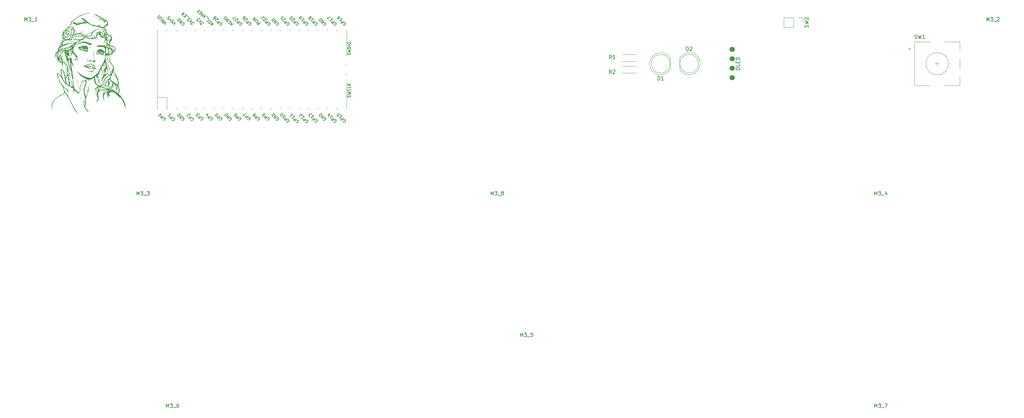
<source format=gto>
%TF.GenerationSoftware,KiCad,Pcbnew,6.0.0~20210702.eff75b6+dfsg1-1*%
%TF.CreationDate,2021-07-18T18:47:17+02:00*%
%TF.ProjectId,keyboard,6b657962-6f61-4726-942e-6b696361645f,rev?*%
%TF.SameCoordinates,Original*%
%TF.FileFunction,Legend,Top*%
%TF.FilePolarity,Positive*%
%FSLAX46Y46*%
G04 Gerber Fmt 4.6, Leading zero omitted, Abs format (unit mm)*
G04 Created by KiCad (PCBNEW 6.0.0~20210702.eff75b6+dfsg1-1) date 2021-07-18 18:47:17*
%MOMM*%
%LPD*%
G01*
G04 APERTURE LIST*
%ADD10C,0.150000*%
%ADD11C,0.120000*%
%ADD12C,1.397000*%
G04 APERTURE END LIST*
D10*
%TO.C,M3_8*%
X306308333Y-171902380D02*
X306308333Y-170902380D01*
X306641666Y-171616666D01*
X306975000Y-170902380D01*
X306975000Y-171902380D01*
X307355952Y-170902380D02*
X307975000Y-170902380D01*
X307641666Y-171283333D01*
X307784523Y-171283333D01*
X307879761Y-171330952D01*
X307927380Y-171378571D01*
X307975000Y-171473809D01*
X307975000Y-171711904D01*
X307927380Y-171807142D01*
X307879761Y-171854761D01*
X307784523Y-171902380D01*
X307498809Y-171902380D01*
X307403571Y-171854761D01*
X307355952Y-171807142D01*
X308165476Y-171997619D02*
X308927380Y-171997619D01*
X309308333Y-171330952D02*
X309213095Y-171283333D01*
X309165476Y-171235714D01*
X309117857Y-171140476D01*
X309117857Y-171092857D01*
X309165476Y-170997619D01*
X309213095Y-170950000D01*
X309308333Y-170902380D01*
X309498809Y-170902380D01*
X309594047Y-170950000D01*
X309641666Y-170997619D01*
X309689285Y-171092857D01*
X309689285Y-171140476D01*
X309641666Y-171235714D01*
X309594047Y-171283333D01*
X309498809Y-171330952D01*
X309308333Y-171330952D01*
X309213095Y-171378571D01*
X309165476Y-171426190D01*
X309117857Y-171521428D01*
X309117857Y-171711904D01*
X309165476Y-171807142D01*
X309213095Y-171854761D01*
X309308333Y-171902380D01*
X309498809Y-171902380D01*
X309594047Y-171854761D01*
X309641666Y-171807142D01*
X309689285Y-171711904D01*
X309689285Y-171521428D01*
X309641666Y-171426190D01*
X309594047Y-171378571D01*
X309498809Y-171330952D01*
%TO.C,SW2*%
X391672261Y-126745833D02*
X391719880Y-126602976D01*
X391719880Y-126364880D01*
X391672261Y-126269642D01*
X391624642Y-126222023D01*
X391529404Y-126174404D01*
X391434166Y-126174404D01*
X391338928Y-126222023D01*
X391291309Y-126269642D01*
X391243690Y-126364880D01*
X391196071Y-126555357D01*
X391148452Y-126650595D01*
X391100833Y-126698214D01*
X391005595Y-126745833D01*
X390910357Y-126745833D01*
X390815119Y-126698214D01*
X390767500Y-126650595D01*
X390719880Y-126555357D01*
X390719880Y-126317261D01*
X390767500Y-126174404D01*
X390719880Y-125841071D02*
X391719880Y-125602976D01*
X391005595Y-125412500D01*
X391719880Y-125222023D01*
X390719880Y-124983928D01*
X390815119Y-124650595D02*
X390767500Y-124602976D01*
X390719880Y-124507738D01*
X390719880Y-124269642D01*
X390767500Y-124174404D01*
X390815119Y-124126785D01*
X390910357Y-124079166D01*
X391005595Y-124079166D01*
X391148452Y-124126785D01*
X391719880Y-124698214D01*
X391719880Y-124079166D01*
%TO.C,M3_3*%
X211058333Y-171902380D02*
X211058333Y-170902380D01*
X211391666Y-171616666D01*
X211725000Y-170902380D01*
X211725000Y-171902380D01*
X212105952Y-170902380D02*
X212725000Y-170902380D01*
X212391666Y-171283333D01*
X212534523Y-171283333D01*
X212629761Y-171330952D01*
X212677380Y-171378571D01*
X212725000Y-171473809D01*
X212725000Y-171711904D01*
X212677380Y-171807142D01*
X212629761Y-171854761D01*
X212534523Y-171902380D01*
X212248809Y-171902380D01*
X212153571Y-171854761D01*
X212105952Y-171807142D01*
X212915476Y-171997619D02*
X213677380Y-171997619D01*
X213820238Y-170902380D02*
X214439285Y-170902380D01*
X214105952Y-171283333D01*
X214248809Y-171283333D01*
X214344047Y-171330952D01*
X214391666Y-171378571D01*
X214439285Y-171473809D01*
X214439285Y-171711904D01*
X214391666Y-171807142D01*
X214344047Y-171854761D01*
X214248809Y-171902380D01*
X213963095Y-171902380D01*
X213867857Y-171854761D01*
X213820238Y-171807142D01*
%TO.C,M3_4*%
X409495833Y-171902380D02*
X409495833Y-170902380D01*
X409829166Y-171616666D01*
X410162500Y-170902380D01*
X410162500Y-171902380D01*
X410543452Y-170902380D02*
X411162500Y-170902380D01*
X410829166Y-171283333D01*
X410972023Y-171283333D01*
X411067261Y-171330952D01*
X411114880Y-171378571D01*
X411162500Y-171473809D01*
X411162500Y-171711904D01*
X411114880Y-171807142D01*
X411067261Y-171854761D01*
X410972023Y-171902380D01*
X410686309Y-171902380D01*
X410591071Y-171854761D01*
X410543452Y-171807142D01*
X411352976Y-171997619D02*
X412114880Y-171997619D01*
X412781547Y-171235714D02*
X412781547Y-171902380D01*
X412543452Y-170854761D02*
X412305357Y-171569047D01*
X412924404Y-171569047D01*
%TO.C,M3_5*%
X314245833Y-210002380D02*
X314245833Y-209002380D01*
X314579166Y-209716666D01*
X314912500Y-209002380D01*
X314912500Y-210002380D01*
X315293452Y-209002380D02*
X315912500Y-209002380D01*
X315579166Y-209383333D01*
X315722023Y-209383333D01*
X315817261Y-209430952D01*
X315864880Y-209478571D01*
X315912500Y-209573809D01*
X315912500Y-209811904D01*
X315864880Y-209907142D01*
X315817261Y-209954761D01*
X315722023Y-210002380D01*
X315436309Y-210002380D01*
X315341071Y-209954761D01*
X315293452Y-209907142D01*
X316102976Y-210097619D02*
X316864880Y-210097619D01*
X317579166Y-209002380D02*
X317102976Y-209002380D01*
X317055357Y-209478571D01*
X317102976Y-209430952D01*
X317198214Y-209383333D01*
X317436309Y-209383333D01*
X317531547Y-209430952D01*
X317579166Y-209478571D01*
X317626785Y-209573809D01*
X317626785Y-209811904D01*
X317579166Y-209907142D01*
X317531547Y-209954761D01*
X317436309Y-210002380D01*
X317198214Y-210002380D01*
X317102976Y-209954761D01*
X317055357Y-209907142D01*
%TO.C,M3_7*%
X409495833Y-229052380D02*
X409495833Y-228052380D01*
X409829166Y-228766666D01*
X410162500Y-228052380D01*
X410162500Y-229052380D01*
X410543452Y-228052380D02*
X411162500Y-228052380D01*
X410829166Y-228433333D01*
X410972023Y-228433333D01*
X411067261Y-228480952D01*
X411114880Y-228528571D01*
X411162500Y-228623809D01*
X411162500Y-228861904D01*
X411114880Y-228957142D01*
X411067261Y-229004761D01*
X410972023Y-229052380D01*
X410686309Y-229052380D01*
X410591071Y-229004761D01*
X410543452Y-228957142D01*
X411352976Y-229147619D02*
X412114880Y-229147619D01*
X412257738Y-228052380D02*
X412924404Y-228052380D01*
X412495833Y-229052380D01*
%TO.C,M3_6*%
X218995833Y-229052380D02*
X218995833Y-228052380D01*
X219329166Y-228766666D01*
X219662500Y-228052380D01*
X219662500Y-229052380D01*
X220043452Y-228052380D02*
X220662500Y-228052380D01*
X220329166Y-228433333D01*
X220472023Y-228433333D01*
X220567261Y-228480952D01*
X220614880Y-228528571D01*
X220662500Y-228623809D01*
X220662500Y-228861904D01*
X220614880Y-228957142D01*
X220567261Y-229004761D01*
X220472023Y-229052380D01*
X220186309Y-229052380D01*
X220091071Y-229004761D01*
X220043452Y-228957142D01*
X220852976Y-229147619D02*
X221614880Y-229147619D01*
X222281547Y-228052380D02*
X222091071Y-228052380D01*
X221995833Y-228100000D01*
X221948214Y-228147619D01*
X221852976Y-228290476D01*
X221805357Y-228480952D01*
X221805357Y-228861904D01*
X221852976Y-228957142D01*
X221900595Y-229004761D01*
X221995833Y-229052380D01*
X222186309Y-229052380D01*
X222281547Y-229004761D01*
X222329166Y-228957142D01*
X222376785Y-228861904D01*
X222376785Y-228623809D01*
X222329166Y-228528571D01*
X222281547Y-228480952D01*
X222186309Y-228433333D01*
X221995833Y-228433333D01*
X221900595Y-228480952D01*
X221852976Y-228528571D01*
X221805357Y-228623809D01*
%TO.C,M3_2*%
X439658333Y-125071130D02*
X439658333Y-124071130D01*
X439991666Y-124785416D01*
X440325000Y-124071130D01*
X440325000Y-125071130D01*
X440705952Y-124071130D02*
X441325000Y-124071130D01*
X440991666Y-124452083D01*
X441134523Y-124452083D01*
X441229761Y-124499702D01*
X441277380Y-124547321D01*
X441325000Y-124642559D01*
X441325000Y-124880654D01*
X441277380Y-124975892D01*
X441229761Y-125023511D01*
X441134523Y-125071130D01*
X440848809Y-125071130D01*
X440753571Y-125023511D01*
X440705952Y-124975892D01*
X441515476Y-125166369D02*
X442277380Y-125166369D01*
X442467857Y-124166369D02*
X442515476Y-124118750D01*
X442610714Y-124071130D01*
X442848809Y-124071130D01*
X442944047Y-124118750D01*
X442991666Y-124166369D01*
X443039285Y-124261607D01*
X443039285Y-124356845D01*
X442991666Y-124499702D01*
X442420238Y-125071130D01*
X443039285Y-125071130D01*
%TO.C,M3_1*%
X180895833Y-125071130D02*
X180895833Y-124071130D01*
X181229166Y-124785416D01*
X181562500Y-124071130D01*
X181562500Y-125071130D01*
X181943452Y-124071130D02*
X182562500Y-124071130D01*
X182229166Y-124452083D01*
X182372023Y-124452083D01*
X182467261Y-124499702D01*
X182514880Y-124547321D01*
X182562500Y-124642559D01*
X182562500Y-124880654D01*
X182514880Y-124975892D01*
X182467261Y-125023511D01*
X182372023Y-125071130D01*
X182086309Y-125071130D01*
X181991071Y-125023511D01*
X181943452Y-124975892D01*
X182752976Y-125166369D02*
X183514880Y-125166369D01*
X184276785Y-125071130D02*
X183705357Y-125071130D01*
X183991071Y-125071130D02*
X183991071Y-124071130D01*
X183895833Y-124213988D01*
X183800595Y-124309226D01*
X183705357Y-124356845D01*
%TO.C,R2*%
X338745833Y-139202380D02*
X338412500Y-138726190D01*
X338174404Y-139202380D02*
X338174404Y-138202380D01*
X338555357Y-138202380D01*
X338650595Y-138250000D01*
X338698214Y-138297619D01*
X338745833Y-138392857D01*
X338745833Y-138535714D01*
X338698214Y-138630952D01*
X338650595Y-138678571D01*
X338555357Y-138726190D01*
X338174404Y-138726190D01*
X339126785Y-138297619D02*
X339174404Y-138250000D01*
X339269642Y-138202380D01*
X339507738Y-138202380D01*
X339602976Y-138250000D01*
X339650595Y-138297619D01*
X339698214Y-138392857D01*
X339698214Y-138488095D01*
X339650595Y-138630952D01*
X339079166Y-139202380D01*
X339698214Y-139202380D01*
%TO.C,R1*%
X338745833Y-135233630D02*
X338412500Y-134757440D01*
X338174404Y-135233630D02*
X338174404Y-134233630D01*
X338555357Y-134233630D01*
X338650595Y-134281250D01*
X338698214Y-134328869D01*
X338745833Y-134424107D01*
X338745833Y-134566964D01*
X338698214Y-134662202D01*
X338650595Y-134709821D01*
X338555357Y-134757440D01*
X338174404Y-134757440D01*
X339698214Y-135233630D02*
X339126785Y-135233630D01*
X339412500Y-135233630D02*
X339412500Y-134233630D01*
X339317261Y-134376488D01*
X339222023Y-134471726D01*
X339126785Y-134519345D01*
%TO.C,D2*%
X358869404Y-133017380D02*
X358869404Y-132017380D01*
X359107500Y-132017380D01*
X359250357Y-132065000D01*
X359345595Y-132160238D01*
X359393214Y-132255476D01*
X359440833Y-132445952D01*
X359440833Y-132588809D01*
X359393214Y-132779285D01*
X359345595Y-132874523D01*
X359250357Y-132969761D01*
X359107500Y-133017380D01*
X358869404Y-133017380D01*
X359821785Y-132112619D02*
X359869404Y-132065000D01*
X359964642Y-132017380D01*
X360202738Y-132017380D01*
X360297976Y-132065000D01*
X360345595Y-132112619D01*
X360393214Y-132207857D01*
X360393214Y-132303095D01*
X360345595Y-132445952D01*
X359774166Y-133017380D01*
X360393214Y-133017380D01*
%TO.C,D1*%
X351210654Y-140937380D02*
X351210654Y-139937380D01*
X351448750Y-139937380D01*
X351591607Y-139985000D01*
X351686845Y-140080238D01*
X351734464Y-140175476D01*
X351782083Y-140365952D01*
X351782083Y-140508809D01*
X351734464Y-140699285D01*
X351686845Y-140794523D01*
X351591607Y-140889761D01*
X351448750Y-140937380D01*
X351210654Y-140937380D01*
X352734464Y-140937380D02*
X352163035Y-140937380D01*
X352448750Y-140937380D02*
X352448750Y-139937380D01*
X352353511Y-140080238D01*
X352258273Y-140175476D01*
X352163035Y-140223095D01*
%TO.C,Pico1*%
X258906842Y-152059277D02*
X258933779Y-152140089D01*
X259014591Y-152220902D01*
X259122341Y-152274776D01*
X259230091Y-152274776D01*
X259310903Y-152247839D01*
X259445590Y-152167027D01*
X259526402Y-152086215D01*
X259607214Y-151951528D01*
X259634152Y-151870715D01*
X259634152Y-151762966D01*
X259580277Y-151655216D01*
X259526402Y-151601341D01*
X259418652Y-151547467D01*
X259364778Y-151547467D01*
X259176216Y-151736028D01*
X259283965Y-151843778D01*
X259176216Y-151251155D02*
X258610530Y-151816841D01*
X258395031Y-151601341D01*
X258368094Y-151520529D01*
X258368094Y-151466654D01*
X258395031Y-151385842D01*
X258475843Y-151305030D01*
X258556656Y-151278093D01*
X258610530Y-151278093D01*
X258691343Y-151305030D01*
X258906842Y-151520529D01*
X258314219Y-150389158D02*
X258637468Y-150712407D01*
X258475843Y-150550783D02*
X257910158Y-151116468D01*
X258044845Y-151089531D01*
X258152595Y-151089531D01*
X258233407Y-151116468D01*
X257559972Y-150766282D02*
X257209786Y-150416096D01*
X257613847Y-150389158D01*
X257533034Y-150308346D01*
X257506097Y-150227534D01*
X257506097Y-150173659D01*
X257533034Y-150092847D01*
X257667721Y-149958160D01*
X257748534Y-149931223D01*
X257802408Y-149931223D01*
X257883221Y-149958160D01*
X258044845Y-150119784D01*
X258071782Y-150200597D01*
X258071782Y-150254471D01*
X253826842Y-125951277D02*
X253853779Y-126032089D01*
X253934591Y-126112902D01*
X254042341Y-126166776D01*
X254150091Y-126166776D01*
X254230903Y-126139839D01*
X254365590Y-126059027D01*
X254446402Y-125978215D01*
X254527214Y-125843528D01*
X254554152Y-125762715D01*
X254554152Y-125654966D01*
X254500277Y-125547216D01*
X254446402Y-125493341D01*
X254338652Y-125439467D01*
X254284778Y-125439467D01*
X254096216Y-125628028D01*
X254203965Y-125735778D01*
X254096216Y-125143155D02*
X253530530Y-125708841D01*
X253315031Y-125493341D01*
X253288094Y-125412529D01*
X253288094Y-125358654D01*
X253315031Y-125277842D01*
X253395843Y-125197030D01*
X253476656Y-125170093D01*
X253530530Y-125170093D01*
X253611343Y-125197030D01*
X253826842Y-125412529D01*
X253045657Y-125116218D02*
X252991782Y-125116218D01*
X252910970Y-125089280D01*
X252776283Y-124954593D01*
X252749346Y-124873781D01*
X252749346Y-124819906D01*
X252776283Y-124739094D01*
X252830158Y-124685219D01*
X252937908Y-124631345D01*
X253584405Y-124631345D01*
X253234219Y-124281158D01*
X252318347Y-124496658D02*
X252264473Y-124442783D01*
X252237535Y-124361971D01*
X252237535Y-124308096D01*
X252264473Y-124227284D01*
X252345285Y-124092597D01*
X252479972Y-123957910D01*
X252614659Y-123877097D01*
X252695471Y-123850160D01*
X252749346Y-123850160D01*
X252830158Y-123877097D01*
X252884033Y-123930972D01*
X252910970Y-124011784D01*
X252910970Y-124065659D01*
X252884033Y-124146471D01*
X252803221Y-124281158D01*
X252668534Y-124415845D01*
X252533847Y-124496658D01*
X252453034Y-124523595D01*
X252399160Y-124523595D01*
X252318347Y-124496658D01*
X223104405Y-125962841D02*
X223131343Y-126043653D01*
X223212155Y-126124465D01*
X223319904Y-126178340D01*
X223427654Y-126178340D01*
X223508466Y-126151402D01*
X223643153Y-126070590D01*
X223723965Y-125989778D01*
X223804778Y-125855091D01*
X223831715Y-125774279D01*
X223831715Y-125666529D01*
X223777840Y-125558780D01*
X223723965Y-125504905D01*
X223616216Y-125451030D01*
X223562341Y-125451030D01*
X223373779Y-125639592D01*
X223481529Y-125747341D01*
X223373779Y-125154719D02*
X222808094Y-125720404D01*
X223050530Y-124831470D01*
X222484845Y-125397155D01*
X222781156Y-124562096D02*
X222215471Y-125127781D01*
X222080784Y-124993094D01*
X222026909Y-124885345D01*
X222026909Y-124777595D01*
X222053847Y-124696783D01*
X222134659Y-124562096D01*
X222215471Y-124481284D01*
X222350158Y-124400471D01*
X222430970Y-124373534D01*
X222538720Y-124373534D01*
X222646469Y-124427409D01*
X222781156Y-124562096D01*
X233237468Y-151535903D02*
X233264405Y-151616715D01*
X233345217Y-151697528D01*
X233452967Y-151751402D01*
X233560717Y-151751402D01*
X233641529Y-151724465D01*
X233776216Y-151643653D01*
X233857028Y-151562841D01*
X233937840Y-151428154D01*
X233964778Y-151347341D01*
X233964778Y-151239592D01*
X233910903Y-151131842D01*
X233857028Y-151077967D01*
X233749278Y-151024093D01*
X233695404Y-151024093D01*
X233506842Y-151212654D01*
X233614591Y-151320404D01*
X233506842Y-150727781D02*
X232941156Y-151293467D01*
X232725657Y-151077967D01*
X232698720Y-150997155D01*
X232698720Y-150943280D01*
X232725657Y-150862468D01*
X232806469Y-150781656D01*
X232887282Y-150754719D01*
X232941156Y-150754719D01*
X233021969Y-150781656D01*
X233237468Y-150997155D01*
X232106097Y-150458407D02*
X232375471Y-150727781D01*
X232671782Y-150485345D01*
X232617908Y-150485345D01*
X232537095Y-150458407D01*
X232402408Y-150323720D01*
X232375471Y-150242908D01*
X232375471Y-150189033D01*
X232402408Y-150108221D01*
X232537095Y-149973534D01*
X232617908Y-149946597D01*
X232671782Y-149946597D01*
X232752595Y-149973534D01*
X232887282Y-150108221D01*
X232914219Y-150189033D01*
X232914219Y-150242908D01*
X243949685Y-125210624D02*
X243868872Y-125668560D01*
X244272933Y-125533873D02*
X243707248Y-126099558D01*
X243491749Y-125884059D01*
X243464811Y-125803247D01*
X243464811Y-125749372D01*
X243491749Y-125668560D01*
X243572561Y-125587748D01*
X243653373Y-125560810D01*
X243707248Y-125560810D01*
X243788060Y-125587748D01*
X244003559Y-125803247D01*
X243141562Y-125533873D02*
X243599498Y-125075937D01*
X243626436Y-124995125D01*
X243626436Y-124941250D01*
X243599498Y-124860438D01*
X243491749Y-124752688D01*
X243410937Y-124725751D01*
X243357062Y-124725751D01*
X243276250Y-124752688D01*
X242818314Y-125210624D01*
X243114625Y-124375564D02*
X242548940Y-124941250D01*
X242791376Y-124052316D01*
X242225691Y-124618001D01*
X223104405Y-151562841D02*
X223131343Y-151643653D01*
X223212155Y-151724465D01*
X223319904Y-151778340D01*
X223427654Y-151778340D01*
X223508466Y-151751402D01*
X223643153Y-151670590D01*
X223723965Y-151589778D01*
X223804778Y-151455091D01*
X223831715Y-151374279D01*
X223831715Y-151266529D01*
X223777840Y-151158780D01*
X223723965Y-151104905D01*
X223616216Y-151051030D01*
X223562341Y-151051030D01*
X223373779Y-151239592D01*
X223481529Y-151347341D01*
X223373779Y-150754719D02*
X222808094Y-151320404D01*
X223050530Y-150431470D01*
X222484845Y-150997155D01*
X222781156Y-150162096D02*
X222215471Y-150727781D01*
X222080784Y-150593094D01*
X222026909Y-150485345D01*
X222026909Y-150377595D01*
X222053847Y-150296783D01*
X222134659Y-150162096D01*
X222215471Y-150081284D01*
X222350158Y-150000471D01*
X222430970Y-149973534D01*
X222538720Y-149973534D01*
X222646469Y-150027409D01*
X222781156Y-150162096D01*
X235804405Y-151562841D02*
X235831343Y-151643653D01*
X235912155Y-151724465D01*
X236019904Y-151778340D01*
X236127654Y-151778340D01*
X236208466Y-151751402D01*
X236343153Y-151670590D01*
X236423965Y-151589778D01*
X236504778Y-151455091D01*
X236531715Y-151374279D01*
X236531715Y-151266529D01*
X236477840Y-151158780D01*
X236423965Y-151104905D01*
X236316216Y-151051030D01*
X236262341Y-151051030D01*
X236073779Y-151239592D01*
X236181529Y-151347341D01*
X236073779Y-150754719D02*
X235508094Y-151320404D01*
X235750530Y-150431470D01*
X235184845Y-150997155D01*
X235481156Y-150162096D02*
X234915471Y-150727781D01*
X234780784Y-150593094D01*
X234726909Y-150485345D01*
X234726909Y-150377595D01*
X234753847Y-150296783D01*
X234834659Y-150162096D01*
X234915471Y-150081284D01*
X235050158Y-150000471D01*
X235130970Y-149973534D01*
X235238720Y-149973534D01*
X235346469Y-150027409D01*
X235481156Y-150162096D01*
X251296842Y-125951277D02*
X251323779Y-126032089D01*
X251404591Y-126112902D01*
X251512341Y-126166776D01*
X251620091Y-126166776D01*
X251700903Y-126139839D01*
X251835590Y-126059027D01*
X251916402Y-125978215D01*
X251997214Y-125843528D01*
X252024152Y-125762715D01*
X252024152Y-125654966D01*
X251970277Y-125547216D01*
X251916402Y-125493341D01*
X251808652Y-125439467D01*
X251754778Y-125439467D01*
X251566216Y-125628028D01*
X251673965Y-125735778D01*
X251566216Y-125143155D02*
X251000530Y-125708841D01*
X250785031Y-125493341D01*
X250758094Y-125412529D01*
X250758094Y-125358654D01*
X250785031Y-125277842D01*
X250865843Y-125197030D01*
X250946656Y-125170093D01*
X251000530Y-125170093D01*
X251081343Y-125197030D01*
X251296842Y-125412529D01*
X250515657Y-125116218D02*
X250461782Y-125116218D01*
X250380970Y-125089280D01*
X250246283Y-124954593D01*
X250219346Y-124873781D01*
X250219346Y-124819906D01*
X250246283Y-124739094D01*
X250300158Y-124685219D01*
X250407908Y-124631345D01*
X251054405Y-124631345D01*
X250704219Y-124281158D01*
X250165471Y-123742410D02*
X250488720Y-124065659D01*
X250327095Y-123904035D02*
X249761410Y-124469720D01*
X249896097Y-124442783D01*
X250003847Y-124442783D01*
X250084659Y-124469720D01*
X268530059Y-145558523D02*
X268568154Y-145444238D01*
X268568154Y-145253761D01*
X268530059Y-145177571D01*
X268491964Y-145139476D01*
X268415773Y-145101380D01*
X268339583Y-145101380D01*
X268263392Y-145139476D01*
X268225297Y-145177571D01*
X268187202Y-145253761D01*
X268149107Y-145406142D01*
X268111011Y-145482333D01*
X268072916Y-145520428D01*
X267996726Y-145558523D01*
X267920535Y-145558523D01*
X267844345Y-145520428D01*
X267806250Y-145482333D01*
X267768154Y-145406142D01*
X267768154Y-145215666D01*
X267806250Y-145101380D01*
X267768154Y-144834714D02*
X268568154Y-144644238D01*
X267996726Y-144491857D01*
X268568154Y-144339476D01*
X267768154Y-144149000D01*
X268491964Y-143387095D02*
X268530059Y-143425190D01*
X268568154Y-143539476D01*
X268568154Y-143615666D01*
X268530059Y-143729952D01*
X268453869Y-143806142D01*
X268377678Y-143844238D01*
X268225297Y-143882333D01*
X268111011Y-143882333D01*
X267958630Y-143844238D01*
X267882440Y-143806142D01*
X267806250Y-143729952D01*
X267768154Y-143615666D01*
X267768154Y-143539476D01*
X267806250Y-143425190D01*
X267844345Y-143387095D01*
X268568154Y-142663285D02*
X268568154Y-143044238D01*
X267768154Y-143044238D01*
X268568154Y-142396619D02*
X267768154Y-142396619D01*
X268568154Y-141939476D02*
X268111011Y-142282333D01*
X267768154Y-141939476D02*
X268225297Y-142396619D01*
X268530059Y-134144238D02*
X268568154Y-134029952D01*
X268568154Y-133839476D01*
X268530059Y-133763285D01*
X268491964Y-133725190D01*
X268415773Y-133687095D01*
X268339583Y-133687095D01*
X268263392Y-133725190D01*
X268225297Y-133763285D01*
X268187202Y-133839476D01*
X268149107Y-133991857D01*
X268111011Y-134068047D01*
X268072916Y-134106142D01*
X267996726Y-134144238D01*
X267920535Y-134144238D01*
X267844345Y-134106142D01*
X267806250Y-134068047D01*
X267768154Y-133991857D01*
X267768154Y-133801380D01*
X267806250Y-133687095D01*
X267768154Y-133420428D02*
X268568154Y-133229952D01*
X267996726Y-133077571D01*
X268568154Y-132925190D01*
X267768154Y-132734714D01*
X268568154Y-132429952D02*
X267768154Y-132429952D01*
X267768154Y-132239476D01*
X267806250Y-132125190D01*
X267882440Y-132049000D01*
X267958630Y-132010904D01*
X268111011Y-131972809D01*
X268225297Y-131972809D01*
X268377678Y-132010904D01*
X268453869Y-132049000D01*
X268530059Y-132125190D01*
X268568154Y-132239476D01*
X268568154Y-132429952D01*
X268568154Y-131629952D02*
X267768154Y-131629952D01*
X267768154Y-131096619D02*
X267768154Y-130944238D01*
X267806250Y-130868047D01*
X267882440Y-130791857D01*
X268034821Y-130753761D01*
X268301488Y-130753761D01*
X268453869Y-130791857D01*
X268530059Y-130868047D01*
X268568154Y-130944238D01*
X268568154Y-131096619D01*
X268530059Y-131172809D01*
X268453869Y-131249000D01*
X268301488Y-131287095D01*
X268034821Y-131287095D01*
X267882440Y-131249000D01*
X267806250Y-131172809D01*
X267768154Y-131096619D01*
X266526842Y-152059277D02*
X266553779Y-152140089D01*
X266634591Y-152220902D01*
X266742341Y-152274776D01*
X266850091Y-152274776D01*
X266930903Y-152247839D01*
X267065590Y-152167027D01*
X267146402Y-152086215D01*
X267227214Y-151951528D01*
X267254152Y-151870715D01*
X267254152Y-151762966D01*
X267200277Y-151655216D01*
X267146402Y-151601341D01*
X267038652Y-151547467D01*
X266984778Y-151547467D01*
X266796216Y-151736028D01*
X266903965Y-151843778D01*
X266796216Y-151251155D02*
X266230530Y-151816841D01*
X266015031Y-151601341D01*
X265988094Y-151520529D01*
X265988094Y-151466654D01*
X266015031Y-151385842D01*
X266095843Y-151305030D01*
X266176656Y-151278093D01*
X266230530Y-151278093D01*
X266311343Y-151305030D01*
X266526842Y-151520529D01*
X265934219Y-150389158D02*
X266257468Y-150712407D01*
X266095843Y-150550783D02*
X265530158Y-151116468D01*
X265664845Y-151089531D01*
X265772595Y-151089531D01*
X265853407Y-151116468D01*
X264856723Y-150443033D02*
X265126097Y-150712407D01*
X265422408Y-150469971D01*
X265368534Y-150469971D01*
X265287721Y-150443033D01*
X265153034Y-150308346D01*
X265126097Y-150227534D01*
X265126097Y-150173659D01*
X265153034Y-150092847D01*
X265287721Y-149958160D01*
X265368534Y-149931223D01*
X265422408Y-149931223D01*
X265503221Y-149958160D01*
X265637908Y-150092847D01*
X265664845Y-150173659D01*
X265664845Y-150227534D01*
X236747214Y-125897402D02*
X236477840Y-125628028D01*
X236962713Y-125789653D02*
X236208466Y-126166776D01*
X236585590Y-125412529D01*
X235561969Y-125466404D02*
X235588906Y-125547216D01*
X235669718Y-125628028D01*
X235777468Y-125681903D01*
X235885217Y-125681903D01*
X235966030Y-125654966D01*
X236100717Y-125574154D01*
X236181529Y-125493341D01*
X236262341Y-125358654D01*
X236289278Y-125277842D01*
X236289278Y-125170093D01*
X236235404Y-125062343D01*
X236181529Y-125008468D01*
X236073779Y-124954593D01*
X236019904Y-124954593D01*
X235831343Y-125143155D01*
X235939092Y-125250905D01*
X235831343Y-124658282D02*
X235265657Y-125223967D01*
X235508094Y-124335033D01*
X234942408Y-124900719D01*
X235238720Y-124065659D02*
X234673034Y-124631345D01*
X234538347Y-124496658D01*
X234484473Y-124388908D01*
X234484473Y-124281158D01*
X234511410Y-124200346D01*
X234592222Y-124065659D01*
X234673034Y-123984847D01*
X234807721Y-123904035D01*
X234888534Y-123877097D01*
X234996283Y-123877097D01*
X235104033Y-123930972D01*
X235238720Y-124065659D01*
X266526842Y-125951277D02*
X266553779Y-126032089D01*
X266634591Y-126112902D01*
X266742341Y-126166776D01*
X266850091Y-126166776D01*
X266930903Y-126139839D01*
X267065590Y-126059027D01*
X267146402Y-125978215D01*
X267227214Y-125843528D01*
X267254152Y-125762715D01*
X267254152Y-125654966D01*
X267200277Y-125547216D01*
X267146402Y-125493341D01*
X267038652Y-125439467D01*
X266984778Y-125439467D01*
X266796216Y-125628028D01*
X266903965Y-125735778D01*
X266796216Y-125143155D02*
X266230530Y-125708841D01*
X266015031Y-125493341D01*
X265988094Y-125412529D01*
X265988094Y-125358654D01*
X266015031Y-125277842D01*
X266095843Y-125197030D01*
X266176656Y-125170093D01*
X266230530Y-125170093D01*
X266311343Y-125197030D01*
X266526842Y-125412529D01*
X265934219Y-124281158D02*
X266257468Y-124604407D01*
X266095843Y-124442783D02*
X265530158Y-125008468D01*
X265664845Y-124981531D01*
X265772595Y-124981531D01*
X265853407Y-125008468D01*
X264883660Y-124361971D02*
X264991410Y-124469720D01*
X265072222Y-124496658D01*
X265126097Y-124496658D01*
X265260784Y-124469720D01*
X265395471Y-124388908D01*
X265610970Y-124173409D01*
X265637908Y-124092597D01*
X265637908Y-124038722D01*
X265610970Y-123957910D01*
X265503221Y-123850160D01*
X265422408Y-123823223D01*
X265368534Y-123823223D01*
X265287721Y-123850160D01*
X265153034Y-123984847D01*
X265126097Y-124065659D01*
X265126097Y-124119534D01*
X265153034Y-124200346D01*
X265260784Y-124308096D01*
X265341596Y-124335033D01*
X265395471Y-124335033D01*
X265476283Y-124308096D01*
X218533559Y-126095870D02*
X218910683Y-125341622D01*
X218156436Y-125718746D01*
X218048686Y-125072248D02*
X217994811Y-124964499D01*
X217994811Y-124910624D01*
X218021749Y-124829812D01*
X218102561Y-124748999D01*
X218183373Y-124722062D01*
X218237248Y-124722062D01*
X218318060Y-124748999D01*
X218533559Y-124964499D01*
X217967874Y-125530184D01*
X217779312Y-125341622D01*
X217752375Y-125260810D01*
X217752375Y-125206935D01*
X217779312Y-125126123D01*
X217833187Y-125072248D01*
X217913999Y-125045311D01*
X217967874Y-125045311D01*
X218048686Y-125072248D01*
X218237248Y-125260810D01*
X217402188Y-124964499D02*
X217860124Y-124506563D01*
X217887062Y-124425751D01*
X217887062Y-124371876D01*
X217860124Y-124291064D01*
X217752375Y-124183314D01*
X217671562Y-124156377D01*
X217617688Y-124156377D01*
X217536875Y-124183314D01*
X217078940Y-124641250D01*
X217375251Y-123860065D02*
X217321376Y-123752316D01*
X217186689Y-123617629D01*
X217105877Y-123590691D01*
X217052002Y-123590691D01*
X216971190Y-123617629D01*
X216917315Y-123671503D01*
X216890378Y-123752316D01*
X216890378Y-123806190D01*
X216917315Y-123887003D01*
X216998127Y-124021690D01*
X217025065Y-124102502D01*
X217025065Y-124156377D01*
X216998127Y-124237189D01*
X216944253Y-124291064D01*
X216863440Y-124318001D01*
X216809566Y-124318001D01*
X216728753Y-124291064D01*
X216594066Y-124156377D01*
X216540192Y-124048627D01*
X238317468Y-151535903D02*
X238344405Y-151616715D01*
X238425217Y-151697528D01*
X238532967Y-151751402D01*
X238640717Y-151751402D01*
X238721529Y-151724465D01*
X238856216Y-151643653D01*
X238937028Y-151562841D01*
X239017840Y-151428154D01*
X239044778Y-151347341D01*
X239044778Y-151239592D01*
X238990903Y-151131842D01*
X238937028Y-151077967D01*
X238829278Y-151024093D01*
X238775404Y-151024093D01*
X238586842Y-151212654D01*
X238694591Y-151320404D01*
X238586842Y-150727781D02*
X238021156Y-151293467D01*
X237805657Y-151077967D01*
X237778720Y-150997155D01*
X237778720Y-150943280D01*
X237805657Y-150862468D01*
X237886469Y-150781656D01*
X237967282Y-150754719D01*
X238021156Y-150754719D01*
X238101969Y-150781656D01*
X238317468Y-150997155D01*
X237213034Y-150485345D02*
X237320784Y-150593094D01*
X237401596Y-150620032D01*
X237455471Y-150620032D01*
X237590158Y-150593094D01*
X237724845Y-150512282D01*
X237940344Y-150296783D01*
X237967282Y-150215971D01*
X237967282Y-150162096D01*
X237940344Y-150081284D01*
X237832595Y-149973534D01*
X237751782Y-149946597D01*
X237697908Y-149946597D01*
X237617095Y-149973534D01*
X237482408Y-150108221D01*
X237455471Y-150189033D01*
X237455471Y-150242908D01*
X237482408Y-150323720D01*
X237590158Y-150431470D01*
X237670970Y-150458407D01*
X237724845Y-150458407D01*
X237805657Y-150431470D01*
X243397468Y-151535903D02*
X243424405Y-151616715D01*
X243505217Y-151697528D01*
X243612967Y-151751402D01*
X243720717Y-151751402D01*
X243801529Y-151724465D01*
X243936216Y-151643653D01*
X244017028Y-151562841D01*
X244097840Y-151428154D01*
X244124778Y-151347341D01*
X244124778Y-151239592D01*
X244070903Y-151131842D01*
X244017028Y-151077967D01*
X243909278Y-151024093D01*
X243855404Y-151024093D01*
X243666842Y-151212654D01*
X243774591Y-151320404D01*
X243666842Y-150727781D02*
X243101156Y-151293467D01*
X242885657Y-151077967D01*
X242858720Y-150997155D01*
X242858720Y-150943280D01*
X242885657Y-150862468D01*
X242966469Y-150781656D01*
X243047282Y-150754719D01*
X243101156Y-150754719D01*
X243181969Y-150781656D01*
X243397468Y-150997155D01*
X242697095Y-150404532D02*
X242724033Y-150485345D01*
X242724033Y-150539219D01*
X242697095Y-150620032D01*
X242670158Y-150646969D01*
X242589346Y-150673906D01*
X242535471Y-150673906D01*
X242454659Y-150646969D01*
X242346909Y-150539219D01*
X242319972Y-150458407D01*
X242319972Y-150404532D01*
X242346909Y-150323720D01*
X242373847Y-150296783D01*
X242454659Y-150269845D01*
X242508534Y-150269845D01*
X242589346Y-150296783D01*
X242697095Y-150404532D01*
X242777908Y-150431470D01*
X242831782Y-150431470D01*
X242912595Y-150404532D01*
X243020344Y-150296783D01*
X243047282Y-150215971D01*
X243047282Y-150162096D01*
X243020344Y-150081284D01*
X242912595Y-149973534D01*
X242831782Y-149946597D01*
X242777908Y-149946597D01*
X242697095Y-149973534D01*
X242589346Y-150081284D01*
X242562408Y-150162096D01*
X242562408Y-150215971D01*
X242589346Y-150296783D01*
X231540023Y-125894211D02*
X231270649Y-125624837D01*
X231755522Y-125786462D02*
X231001275Y-126163585D01*
X231378399Y-125409338D01*
X231189837Y-125220776D02*
X230624152Y-125786462D01*
X230489465Y-125651775D01*
X230435590Y-125544025D01*
X230435590Y-125436276D01*
X230462527Y-125355463D01*
X230543339Y-125220776D01*
X230624152Y-125139964D01*
X230758839Y-125059152D01*
X230839651Y-125032215D01*
X230947400Y-125032215D01*
X231055150Y-125086089D01*
X231189837Y-125220776D01*
X230247028Y-124385717D02*
X230300903Y-124385717D01*
X230408652Y-124439592D01*
X230462527Y-124493467D01*
X230516402Y-124601216D01*
X230516402Y-124708966D01*
X230489465Y-124789778D01*
X230408652Y-124924465D01*
X230327840Y-125005277D01*
X230193153Y-125086089D01*
X230112341Y-125113027D01*
X230004591Y-125113027D01*
X229896842Y-125059152D01*
X229842967Y-125005277D01*
X229789092Y-124897528D01*
X229789092Y-124843653D01*
X230247028Y-124170218D02*
X229816030Y-123739219D01*
X229142595Y-124304905D02*
X229519718Y-123550658D01*
X228765471Y-123927781D01*
X228819346Y-122850285D02*
X228738534Y-123308221D01*
X229142595Y-123173534D02*
X228576909Y-123739219D01*
X228361410Y-123523720D01*
X228334473Y-123442908D01*
X228334473Y-123389033D01*
X228361410Y-123308221D01*
X228442222Y-123227409D01*
X228523034Y-123200471D01*
X228576909Y-123200471D01*
X228657721Y-123227409D01*
X228873221Y-123442908D01*
X228280598Y-122904160D02*
X228092036Y-122715598D01*
X228307535Y-122338475D02*
X228576909Y-122607849D01*
X228011224Y-123173534D01*
X227741850Y-122904160D01*
X227580225Y-122203788D02*
X227768787Y-122392349D01*
X228065099Y-122096038D02*
X227499413Y-122661723D01*
X227230039Y-122392349D01*
X256366842Y-152205277D02*
X256393779Y-152286089D01*
X256474591Y-152366902D01*
X256582341Y-152420776D01*
X256690091Y-152420776D01*
X256770903Y-152393839D01*
X256905590Y-152313027D01*
X256986402Y-152232215D01*
X257067214Y-152097528D01*
X257094152Y-152016715D01*
X257094152Y-151908966D01*
X257040277Y-151801216D01*
X256986402Y-151747341D01*
X256878652Y-151693467D01*
X256824778Y-151693467D01*
X256636216Y-151882028D01*
X256743965Y-151989778D01*
X256636216Y-151397155D02*
X256070530Y-151962841D01*
X255855031Y-151747341D01*
X255828094Y-151666529D01*
X255828094Y-151612654D01*
X255855031Y-151531842D01*
X255935843Y-151451030D01*
X256016656Y-151424093D01*
X256070530Y-151424093D01*
X256151343Y-151451030D01*
X256366842Y-151666529D01*
X255774219Y-150535158D02*
X256097468Y-150858407D01*
X255935843Y-150696783D02*
X255370158Y-151262468D01*
X255504845Y-151235531D01*
X255612595Y-151235531D01*
X255693407Y-151262468D01*
X255046909Y-150831470D02*
X254993034Y-150831470D01*
X254912222Y-150804532D01*
X254777535Y-150669845D01*
X254750598Y-150589033D01*
X254750598Y-150535158D01*
X254777535Y-150454346D01*
X254831410Y-150400471D01*
X254939160Y-150346597D01*
X255585657Y-150346597D01*
X255235471Y-149996410D01*
X240827468Y-151435903D02*
X240854405Y-151516715D01*
X240935217Y-151597528D01*
X241042967Y-151651402D01*
X241150717Y-151651402D01*
X241231529Y-151624465D01*
X241366216Y-151543653D01*
X241447028Y-151462841D01*
X241527840Y-151328154D01*
X241554778Y-151247341D01*
X241554778Y-151139592D01*
X241500903Y-151031842D01*
X241447028Y-150977967D01*
X241339278Y-150924093D01*
X241285404Y-150924093D01*
X241096842Y-151112654D01*
X241204591Y-151220404D01*
X241096842Y-150627781D02*
X240531156Y-151193467D01*
X240315657Y-150977967D01*
X240288720Y-150897155D01*
X240288720Y-150843280D01*
X240315657Y-150762468D01*
X240396469Y-150681656D01*
X240477282Y-150654719D01*
X240531156Y-150654719D01*
X240611969Y-150681656D01*
X240827468Y-150897155D01*
X240019346Y-150681656D02*
X239642222Y-150304532D01*
X240450344Y-149981284D01*
X225964558Y-126126868D02*
X225614372Y-125776682D01*
X226018433Y-125749744D01*
X225937620Y-125668932D01*
X225910683Y-125588120D01*
X225910683Y-125534245D01*
X225937620Y-125453433D01*
X226072307Y-125318746D01*
X226153120Y-125291809D01*
X226206994Y-125291809D01*
X226287807Y-125318746D01*
X226449431Y-125480370D01*
X226476368Y-125561183D01*
X226476368Y-125615057D01*
X225452747Y-125615057D02*
X225829871Y-124860810D01*
X225075624Y-125237934D01*
X224940937Y-125103247D02*
X224590750Y-124753061D01*
X224994811Y-124726123D01*
X224913999Y-124645311D01*
X224887062Y-124564499D01*
X224887062Y-124510624D01*
X224913999Y-124429812D01*
X225048686Y-124295125D01*
X225129498Y-124268187D01*
X225183373Y-124268187D01*
X225264185Y-124295125D01*
X225425810Y-124456749D01*
X225452747Y-124537561D01*
X225452747Y-124591436D01*
X225102561Y-124025751D02*
X224671562Y-123594752D01*
X224186689Y-123810251D02*
X223998127Y-123621690D01*
X224213627Y-123244566D02*
X224483001Y-123513940D01*
X223917315Y-124079625D01*
X223647941Y-123810251D01*
X223971190Y-123002129D02*
X223405505Y-123567815D01*
X223647941Y-122678881D01*
X223082256Y-123244566D01*
X228157468Y-151535903D02*
X228184405Y-151616715D01*
X228265217Y-151697528D01*
X228372967Y-151751402D01*
X228480717Y-151751402D01*
X228561529Y-151724465D01*
X228696216Y-151643653D01*
X228777028Y-151562841D01*
X228857840Y-151428154D01*
X228884778Y-151347341D01*
X228884778Y-151239592D01*
X228830903Y-151131842D01*
X228777028Y-151077967D01*
X228669278Y-151024093D01*
X228615404Y-151024093D01*
X228426842Y-151212654D01*
X228534591Y-151320404D01*
X228426842Y-150727781D02*
X227861156Y-151293467D01*
X227645657Y-151077967D01*
X227618720Y-150997155D01*
X227618720Y-150943280D01*
X227645657Y-150862468D01*
X227726469Y-150781656D01*
X227807282Y-150754719D01*
X227861156Y-150754719D01*
X227941969Y-150781656D01*
X228157468Y-150997155D01*
X227349346Y-150781656D02*
X226999160Y-150431470D01*
X227403221Y-150404532D01*
X227322408Y-150323720D01*
X227295471Y-150242908D01*
X227295471Y-150189033D01*
X227322408Y-150108221D01*
X227457095Y-149973534D01*
X227537908Y-149946597D01*
X227591782Y-149946597D01*
X227672595Y-149973534D01*
X227834219Y-150135158D01*
X227861156Y-150215971D01*
X227861156Y-150269845D01*
X248504405Y-151562841D02*
X248531343Y-151643653D01*
X248612155Y-151724465D01*
X248719904Y-151778340D01*
X248827654Y-151778340D01*
X248908466Y-151751402D01*
X249043153Y-151670590D01*
X249123965Y-151589778D01*
X249204778Y-151455091D01*
X249231715Y-151374279D01*
X249231715Y-151266529D01*
X249177840Y-151158780D01*
X249123965Y-151104905D01*
X249016216Y-151051030D01*
X248962341Y-151051030D01*
X248773779Y-151239592D01*
X248881529Y-151347341D01*
X248773779Y-150754719D02*
X248208094Y-151320404D01*
X248450530Y-150431470D01*
X247884845Y-150997155D01*
X248181156Y-150162096D02*
X247615471Y-150727781D01*
X247480784Y-150593094D01*
X247426909Y-150485345D01*
X247426909Y-150377595D01*
X247453847Y-150296783D01*
X247534659Y-150162096D01*
X247615471Y-150081284D01*
X247750158Y-150000471D01*
X247830970Y-149973534D01*
X247938720Y-149973534D01*
X248046469Y-150027409D01*
X248181156Y-150162096D01*
X233252842Y-125951277D02*
X233279779Y-126032089D01*
X233360591Y-126112902D01*
X233468341Y-126166776D01*
X233576091Y-126166776D01*
X233656903Y-126139839D01*
X233791590Y-126059027D01*
X233872402Y-125978215D01*
X233953214Y-125843528D01*
X233980152Y-125762715D01*
X233980152Y-125654966D01*
X233926277Y-125547216D01*
X233872402Y-125493341D01*
X233764652Y-125439467D01*
X233710778Y-125439467D01*
X233522216Y-125628028D01*
X233629965Y-125735778D01*
X233522216Y-125143155D02*
X232956530Y-125708841D01*
X232741031Y-125493341D01*
X232714094Y-125412529D01*
X232714094Y-125358654D01*
X232741031Y-125277842D01*
X232821843Y-125197030D01*
X232902656Y-125170093D01*
X232956530Y-125170093D01*
X233037343Y-125197030D01*
X233252842Y-125412529D01*
X232471657Y-125116218D02*
X232417782Y-125116218D01*
X232336970Y-125089280D01*
X232202283Y-124954593D01*
X232175346Y-124873781D01*
X232175346Y-124819906D01*
X232202283Y-124739094D01*
X232256158Y-124685219D01*
X232363908Y-124631345D01*
X233010405Y-124631345D01*
X232660219Y-124281158D01*
X232013721Y-124281158D02*
X232040659Y-124361971D01*
X232040659Y-124415845D01*
X232013721Y-124496658D01*
X231986784Y-124523595D01*
X231905972Y-124550532D01*
X231852097Y-124550532D01*
X231771285Y-124523595D01*
X231663535Y-124415845D01*
X231636598Y-124335033D01*
X231636598Y-124281158D01*
X231663535Y-124200346D01*
X231690473Y-124173409D01*
X231771285Y-124146471D01*
X231825160Y-124146471D01*
X231905972Y-124173409D01*
X232013721Y-124281158D01*
X232094534Y-124308096D01*
X232148408Y-124308096D01*
X232229221Y-124281158D01*
X232336970Y-124173409D01*
X232363908Y-124092597D01*
X232363908Y-124038722D01*
X232336970Y-123957910D01*
X232229221Y-123850160D01*
X232148408Y-123823223D01*
X232094534Y-123823223D01*
X232013721Y-123850160D01*
X231905972Y-123957910D01*
X231879034Y-124038722D01*
X231879034Y-124092597D01*
X231905972Y-124173409D01*
X217997468Y-151535903D02*
X218024405Y-151616715D01*
X218105217Y-151697528D01*
X218212967Y-151751402D01*
X218320717Y-151751402D01*
X218401529Y-151724465D01*
X218536216Y-151643653D01*
X218617028Y-151562841D01*
X218697840Y-151428154D01*
X218724778Y-151347341D01*
X218724778Y-151239592D01*
X218670903Y-151131842D01*
X218617028Y-151077967D01*
X218509278Y-151024093D01*
X218455404Y-151024093D01*
X218266842Y-151212654D01*
X218374591Y-151320404D01*
X218266842Y-150727781D02*
X217701156Y-151293467D01*
X217485657Y-151077967D01*
X217458720Y-150997155D01*
X217458720Y-150943280D01*
X217485657Y-150862468D01*
X217566469Y-150781656D01*
X217647282Y-150754719D01*
X217701156Y-150754719D01*
X217781969Y-150781656D01*
X217997468Y-150997155D01*
X217027721Y-150620032D02*
X216973847Y-150566157D01*
X216946909Y-150485345D01*
X216946909Y-150431470D01*
X216973847Y-150350658D01*
X217054659Y-150215971D01*
X217189346Y-150081284D01*
X217324033Y-150000471D01*
X217404845Y-149973534D01*
X217458720Y-149973534D01*
X217539532Y-150000471D01*
X217593407Y-150054346D01*
X217620344Y-150135158D01*
X217620344Y-150189033D01*
X217593407Y-150269845D01*
X217512595Y-150404532D01*
X217377908Y-150539219D01*
X217243221Y-150620032D01*
X217162408Y-150646969D01*
X217108534Y-150646969D01*
X217027721Y-150620032D01*
X258906842Y-125951277D02*
X258933779Y-126032089D01*
X259014591Y-126112902D01*
X259122341Y-126166776D01*
X259230091Y-126166776D01*
X259310903Y-126139839D01*
X259445590Y-126059027D01*
X259526402Y-125978215D01*
X259607214Y-125843528D01*
X259634152Y-125762715D01*
X259634152Y-125654966D01*
X259580277Y-125547216D01*
X259526402Y-125493341D01*
X259418652Y-125439467D01*
X259364778Y-125439467D01*
X259176216Y-125628028D01*
X259283965Y-125735778D01*
X259176216Y-125143155D02*
X258610530Y-125708841D01*
X258395031Y-125493341D01*
X258368094Y-125412529D01*
X258368094Y-125358654D01*
X258395031Y-125277842D01*
X258475843Y-125197030D01*
X258556656Y-125170093D01*
X258610530Y-125170093D01*
X258691343Y-125197030D01*
X258906842Y-125412529D01*
X258314219Y-124281158D02*
X258637468Y-124604407D01*
X258475843Y-124442783D02*
X257910158Y-125008468D01*
X258044845Y-124981531D01*
X258152595Y-124981531D01*
X258233407Y-125008468D01*
X257667721Y-124281158D02*
X257694659Y-124361971D01*
X257694659Y-124415845D01*
X257667721Y-124496658D01*
X257640784Y-124523595D01*
X257559972Y-124550532D01*
X257506097Y-124550532D01*
X257425285Y-124523595D01*
X257317535Y-124415845D01*
X257290598Y-124335033D01*
X257290598Y-124281158D01*
X257317535Y-124200346D01*
X257344473Y-124173409D01*
X257425285Y-124146471D01*
X257479160Y-124146471D01*
X257559972Y-124173409D01*
X257667721Y-124281158D01*
X257748534Y-124308096D01*
X257802408Y-124308096D01*
X257883221Y-124281158D01*
X257990970Y-124173409D01*
X258017908Y-124092597D01*
X258017908Y-124038722D01*
X257990970Y-123957910D01*
X257883221Y-123850160D01*
X257802408Y-123823223D01*
X257748534Y-123823223D01*
X257667721Y-123850160D01*
X257559972Y-123957910D01*
X257533034Y-124038722D01*
X257533034Y-124092597D01*
X257559972Y-124173409D01*
X251286842Y-152059277D02*
X251313779Y-152140089D01*
X251394591Y-152220902D01*
X251502341Y-152274776D01*
X251610091Y-152274776D01*
X251690903Y-152247839D01*
X251825590Y-152167027D01*
X251906402Y-152086215D01*
X251987214Y-151951528D01*
X252014152Y-151870715D01*
X252014152Y-151762966D01*
X251960277Y-151655216D01*
X251906402Y-151601341D01*
X251798652Y-151547467D01*
X251744778Y-151547467D01*
X251556216Y-151736028D01*
X251663965Y-151843778D01*
X251556216Y-151251155D02*
X250990530Y-151816841D01*
X250775031Y-151601341D01*
X250748094Y-151520529D01*
X250748094Y-151466654D01*
X250775031Y-151385842D01*
X250855843Y-151305030D01*
X250936656Y-151278093D01*
X250990530Y-151278093D01*
X251071343Y-151305030D01*
X251286842Y-151520529D01*
X250694219Y-150389158D02*
X251017468Y-150712407D01*
X250855843Y-150550783D02*
X250290158Y-151116468D01*
X250424845Y-151089531D01*
X250532595Y-151089531D01*
X250613407Y-151116468D01*
X249778347Y-150604658D02*
X249724473Y-150550783D01*
X249697535Y-150469971D01*
X249697535Y-150416096D01*
X249724473Y-150335284D01*
X249805285Y-150200597D01*
X249939972Y-150065910D01*
X250074659Y-149985097D01*
X250155471Y-149958160D01*
X250209346Y-149958160D01*
X250290158Y-149985097D01*
X250344033Y-150038972D01*
X250370970Y-150119784D01*
X250370970Y-150173659D01*
X250344033Y-150254471D01*
X250263221Y-150389158D01*
X250128534Y-150523845D01*
X249993847Y-150604658D01*
X249913034Y-150631595D01*
X249859160Y-150631595D01*
X249778347Y-150604658D01*
X256366842Y-125951277D02*
X256393779Y-126032089D01*
X256474591Y-126112902D01*
X256582341Y-126166776D01*
X256690091Y-126166776D01*
X256770903Y-126139839D01*
X256905590Y-126059027D01*
X256986402Y-125978215D01*
X257067214Y-125843528D01*
X257094152Y-125762715D01*
X257094152Y-125654966D01*
X257040277Y-125547216D01*
X256986402Y-125493341D01*
X256878652Y-125439467D01*
X256824778Y-125439467D01*
X256636216Y-125628028D01*
X256743965Y-125735778D01*
X256636216Y-125143155D02*
X256070530Y-125708841D01*
X255855031Y-125493341D01*
X255828094Y-125412529D01*
X255828094Y-125358654D01*
X255855031Y-125277842D01*
X255935843Y-125197030D01*
X256016656Y-125170093D01*
X256070530Y-125170093D01*
X256151343Y-125197030D01*
X256366842Y-125412529D01*
X255774219Y-124281158D02*
X256097468Y-124604407D01*
X255935843Y-124442783D02*
X255370158Y-125008468D01*
X255504845Y-124981531D01*
X255612595Y-124981531D01*
X255693407Y-125008468D01*
X255504845Y-124011784D02*
X255397095Y-123904035D01*
X255316283Y-123877097D01*
X255262408Y-123877097D01*
X255127721Y-123904035D01*
X254993034Y-123984847D01*
X254777535Y-124200346D01*
X254750598Y-124281158D01*
X254750598Y-124335033D01*
X254777535Y-124415845D01*
X254885285Y-124523595D01*
X254966097Y-124550532D01*
X255019972Y-124550532D01*
X255100784Y-124523595D01*
X255235471Y-124388908D01*
X255262408Y-124308096D01*
X255262408Y-124254221D01*
X255235471Y-124173409D01*
X255127721Y-124065659D01*
X255046909Y-124038722D01*
X254993034Y-124038722D01*
X254912222Y-124065659D01*
X253826842Y-152205277D02*
X253853779Y-152286089D01*
X253934591Y-152366902D01*
X254042341Y-152420776D01*
X254150091Y-152420776D01*
X254230903Y-152393839D01*
X254365590Y-152313027D01*
X254446402Y-152232215D01*
X254527214Y-152097528D01*
X254554152Y-152016715D01*
X254554152Y-151908966D01*
X254500277Y-151801216D01*
X254446402Y-151747341D01*
X254338652Y-151693467D01*
X254284778Y-151693467D01*
X254096216Y-151882028D01*
X254203965Y-151989778D01*
X254096216Y-151397155D02*
X253530530Y-151962841D01*
X253315031Y-151747341D01*
X253288094Y-151666529D01*
X253288094Y-151612654D01*
X253315031Y-151531842D01*
X253395843Y-151451030D01*
X253476656Y-151424093D01*
X253530530Y-151424093D01*
X253611343Y-151451030D01*
X253826842Y-151666529D01*
X253234219Y-150535158D02*
X253557468Y-150858407D01*
X253395843Y-150696783D02*
X252830158Y-151262468D01*
X252964845Y-151235531D01*
X253072595Y-151235531D01*
X253153407Y-151262468D01*
X252695471Y-149996410D02*
X253018720Y-150319659D01*
X252857095Y-150158035D02*
X252291410Y-150723720D01*
X252426097Y-150696783D01*
X252533847Y-150696783D01*
X252614659Y-150723720D01*
X263986842Y-152105277D02*
X264013779Y-152186089D01*
X264094591Y-152266902D01*
X264202341Y-152320776D01*
X264310091Y-152320776D01*
X264390903Y-152293839D01*
X264525590Y-152213027D01*
X264606402Y-152132215D01*
X264687214Y-151997528D01*
X264714152Y-151916715D01*
X264714152Y-151808966D01*
X264660277Y-151701216D01*
X264606402Y-151647341D01*
X264498652Y-151593467D01*
X264444778Y-151593467D01*
X264256216Y-151782028D01*
X264363965Y-151889778D01*
X264256216Y-151297155D02*
X263690530Y-151862841D01*
X263475031Y-151647341D01*
X263448094Y-151566529D01*
X263448094Y-151512654D01*
X263475031Y-151431842D01*
X263555843Y-151351030D01*
X263636656Y-151324093D01*
X263690530Y-151324093D01*
X263771343Y-151351030D01*
X263986842Y-151566529D01*
X263394219Y-150435158D02*
X263717468Y-150758407D01*
X263555843Y-150596783D02*
X262990158Y-151162468D01*
X263124845Y-151135531D01*
X263232595Y-151135531D01*
X263313407Y-151162468D01*
X262532222Y-150327409D02*
X262909346Y-149950285D01*
X262451410Y-150677595D02*
X262990158Y-150408221D01*
X262639972Y-150058035D01*
X245937468Y-151535903D02*
X245964405Y-151616715D01*
X246045217Y-151697528D01*
X246152967Y-151751402D01*
X246260717Y-151751402D01*
X246341529Y-151724465D01*
X246476216Y-151643653D01*
X246557028Y-151562841D01*
X246637840Y-151428154D01*
X246664778Y-151347341D01*
X246664778Y-151239592D01*
X246610903Y-151131842D01*
X246557028Y-151077967D01*
X246449278Y-151024093D01*
X246395404Y-151024093D01*
X246206842Y-151212654D01*
X246314591Y-151320404D01*
X246206842Y-150727781D02*
X245641156Y-151293467D01*
X245425657Y-151077967D01*
X245398720Y-150997155D01*
X245398720Y-150943280D01*
X245425657Y-150862468D01*
X245506469Y-150781656D01*
X245587282Y-150754719D01*
X245641156Y-150754719D01*
X245721969Y-150781656D01*
X245937468Y-150997155D01*
X245614219Y-150135158D02*
X245506469Y-150027409D01*
X245425657Y-150000471D01*
X245371782Y-150000471D01*
X245237095Y-150027409D01*
X245102408Y-150108221D01*
X244886909Y-150323720D01*
X244859972Y-150404532D01*
X244859972Y-150458407D01*
X244886909Y-150539219D01*
X244994659Y-150646969D01*
X245075471Y-150673906D01*
X245129346Y-150673906D01*
X245210158Y-150646969D01*
X245344845Y-150512282D01*
X245371782Y-150431470D01*
X245371782Y-150377595D01*
X245344845Y-150296783D01*
X245237095Y-150189033D01*
X245156283Y-150162096D01*
X245102408Y-150162096D01*
X245021596Y-150189033D01*
X241126842Y-125951277D02*
X241153779Y-126032089D01*
X241234591Y-126112902D01*
X241342341Y-126166776D01*
X241450091Y-126166776D01*
X241530903Y-126139839D01*
X241665590Y-126059027D01*
X241746402Y-125978215D01*
X241827214Y-125843528D01*
X241854152Y-125762715D01*
X241854152Y-125654966D01*
X241800277Y-125547216D01*
X241746402Y-125493341D01*
X241638652Y-125439467D01*
X241584778Y-125439467D01*
X241396216Y-125628028D01*
X241503965Y-125735778D01*
X241396216Y-125143155D02*
X240830530Y-125708841D01*
X240615031Y-125493341D01*
X240588094Y-125412529D01*
X240588094Y-125358654D01*
X240615031Y-125277842D01*
X240695843Y-125197030D01*
X240776656Y-125170093D01*
X240830530Y-125170093D01*
X240911343Y-125197030D01*
X241126842Y-125412529D01*
X240345657Y-125116218D02*
X240291782Y-125116218D01*
X240210970Y-125089280D01*
X240076283Y-124954593D01*
X240049346Y-124873781D01*
X240049346Y-124819906D01*
X240076283Y-124739094D01*
X240130158Y-124685219D01*
X240237908Y-124631345D01*
X240884405Y-124631345D01*
X240534219Y-124281158D01*
X239483660Y-124361971D02*
X239591410Y-124469720D01*
X239672222Y-124496658D01*
X239726097Y-124496658D01*
X239860784Y-124469720D01*
X239995471Y-124388908D01*
X240210970Y-124173409D01*
X240237908Y-124092597D01*
X240237908Y-124038722D01*
X240210970Y-123957910D01*
X240103221Y-123850160D01*
X240022408Y-123823223D01*
X239968534Y-123823223D01*
X239887721Y-123850160D01*
X239753034Y-123984847D01*
X239726097Y-124065659D01*
X239726097Y-124119534D01*
X239753034Y-124200346D01*
X239860784Y-124308096D01*
X239941596Y-124335033D01*
X239995471Y-124335033D01*
X240076283Y-124308096D01*
X225617468Y-151635903D02*
X225644405Y-151716715D01*
X225725217Y-151797528D01*
X225832967Y-151851402D01*
X225940717Y-151851402D01*
X226021529Y-151824465D01*
X226156216Y-151743653D01*
X226237028Y-151662841D01*
X226317840Y-151528154D01*
X226344778Y-151447341D01*
X226344778Y-151339592D01*
X226290903Y-151231842D01*
X226237028Y-151177967D01*
X226129278Y-151124093D01*
X226075404Y-151124093D01*
X225886842Y-151312654D01*
X225994591Y-151420404D01*
X225886842Y-150827781D02*
X225321156Y-151393467D01*
X225105657Y-151177967D01*
X225078720Y-151097155D01*
X225078720Y-151043280D01*
X225105657Y-150962468D01*
X225186469Y-150881656D01*
X225267282Y-150854719D01*
X225321156Y-150854719D01*
X225401969Y-150881656D01*
X225617468Y-151097155D01*
X224836283Y-150800844D02*
X224782408Y-150800844D01*
X224701596Y-150773906D01*
X224566909Y-150639219D01*
X224539972Y-150558407D01*
X224539972Y-150504532D01*
X224566909Y-150423720D01*
X224620784Y-150369845D01*
X224728534Y-150315971D01*
X225375031Y-150315971D01*
X225024845Y-149965784D01*
X248504405Y-125962841D02*
X248531343Y-126043653D01*
X248612155Y-126124465D01*
X248719904Y-126178340D01*
X248827654Y-126178340D01*
X248908466Y-126151402D01*
X249043153Y-126070590D01*
X249123965Y-125989778D01*
X249204778Y-125855091D01*
X249231715Y-125774279D01*
X249231715Y-125666529D01*
X249177840Y-125558780D01*
X249123965Y-125504905D01*
X249016216Y-125451030D01*
X248962341Y-125451030D01*
X248773779Y-125639592D01*
X248881529Y-125747341D01*
X248773779Y-125154719D02*
X248208094Y-125720404D01*
X248450530Y-124831470D01*
X247884845Y-125397155D01*
X248181156Y-124562096D02*
X247615471Y-125127781D01*
X247480784Y-124993094D01*
X247426909Y-124885345D01*
X247426909Y-124777595D01*
X247453847Y-124696783D01*
X247534659Y-124562096D01*
X247615471Y-124481284D01*
X247750158Y-124400471D01*
X247830970Y-124373534D01*
X247938720Y-124373534D01*
X248046469Y-124427409D01*
X248181156Y-124562096D01*
X228496842Y-126159152D02*
X228146656Y-125808966D01*
X228550717Y-125782028D01*
X228469904Y-125701216D01*
X228442967Y-125620404D01*
X228442967Y-125566529D01*
X228469904Y-125485717D01*
X228604591Y-125351030D01*
X228685404Y-125324093D01*
X228739278Y-125324093D01*
X228820091Y-125351030D01*
X228981715Y-125512654D01*
X229008652Y-125593467D01*
X229008652Y-125647341D01*
X227985031Y-125647341D02*
X228362155Y-124893094D01*
X227607908Y-125270218D01*
X227473221Y-125135531D02*
X227123034Y-124785345D01*
X227527095Y-124758407D01*
X227446283Y-124677595D01*
X227419346Y-124596783D01*
X227419346Y-124542908D01*
X227446283Y-124462096D01*
X227580970Y-124327409D01*
X227661782Y-124300471D01*
X227715657Y-124300471D01*
X227796469Y-124327409D01*
X227958094Y-124489033D01*
X227985031Y-124569845D01*
X227985031Y-124623720D01*
X263986842Y-125951277D02*
X264013779Y-126032089D01*
X264094591Y-126112902D01*
X264202341Y-126166776D01*
X264310091Y-126166776D01*
X264390903Y-126139839D01*
X264525590Y-126059027D01*
X264606402Y-125978215D01*
X264687214Y-125843528D01*
X264714152Y-125762715D01*
X264714152Y-125654966D01*
X264660277Y-125547216D01*
X264606402Y-125493341D01*
X264498652Y-125439467D01*
X264444778Y-125439467D01*
X264256216Y-125628028D01*
X264363965Y-125735778D01*
X264256216Y-125143155D02*
X263690530Y-125708841D01*
X263475031Y-125493341D01*
X263448094Y-125412529D01*
X263448094Y-125358654D01*
X263475031Y-125277842D01*
X263555843Y-125197030D01*
X263636656Y-125170093D01*
X263690530Y-125170093D01*
X263771343Y-125197030D01*
X263986842Y-125412529D01*
X263394219Y-124281158D02*
X263717468Y-124604407D01*
X263555843Y-124442783D02*
X262990158Y-125008468D01*
X263124845Y-124981531D01*
X263232595Y-124981531D01*
X263313407Y-125008468D01*
X262639972Y-124658282D02*
X262262848Y-124281158D01*
X263070970Y-123957910D01*
X261204405Y-151562841D02*
X261231343Y-151643653D01*
X261312155Y-151724465D01*
X261419904Y-151778340D01*
X261527654Y-151778340D01*
X261608466Y-151751402D01*
X261743153Y-151670590D01*
X261823965Y-151589778D01*
X261904778Y-151455091D01*
X261931715Y-151374279D01*
X261931715Y-151266529D01*
X261877840Y-151158780D01*
X261823965Y-151104905D01*
X261716216Y-151051030D01*
X261662341Y-151051030D01*
X261473779Y-151239592D01*
X261581529Y-151347341D01*
X261473779Y-150754719D02*
X260908094Y-151320404D01*
X261150530Y-150431470D01*
X260584845Y-150997155D01*
X260881156Y-150162096D02*
X260315471Y-150727781D01*
X260180784Y-150593094D01*
X260126909Y-150485345D01*
X260126909Y-150377595D01*
X260153847Y-150296783D01*
X260234659Y-150162096D01*
X260315471Y-150081284D01*
X260450158Y-150000471D01*
X260530970Y-149973534D01*
X260638720Y-149973534D01*
X260746469Y-150027409D01*
X260881156Y-150162096D01*
X246206842Y-125951277D02*
X246233779Y-126032089D01*
X246314591Y-126112902D01*
X246422341Y-126166776D01*
X246530091Y-126166776D01*
X246610903Y-126139839D01*
X246745590Y-126059027D01*
X246826402Y-125978215D01*
X246907214Y-125843528D01*
X246934152Y-125762715D01*
X246934152Y-125654966D01*
X246880277Y-125547216D01*
X246826402Y-125493341D01*
X246718652Y-125439467D01*
X246664778Y-125439467D01*
X246476216Y-125628028D01*
X246583965Y-125735778D01*
X246476216Y-125143155D02*
X245910530Y-125708841D01*
X245695031Y-125493341D01*
X245668094Y-125412529D01*
X245668094Y-125358654D01*
X245695031Y-125277842D01*
X245775843Y-125197030D01*
X245856656Y-125170093D01*
X245910530Y-125170093D01*
X245991343Y-125197030D01*
X246206842Y-125412529D01*
X245425657Y-125116218D02*
X245371782Y-125116218D01*
X245290970Y-125089280D01*
X245156283Y-124954593D01*
X245129346Y-124873781D01*
X245129346Y-124819906D01*
X245156283Y-124739094D01*
X245210158Y-124685219D01*
X245317908Y-124631345D01*
X245964405Y-124631345D01*
X245614219Y-124281158D01*
X244886909Y-124577470D02*
X244833034Y-124577470D01*
X244752222Y-124550532D01*
X244617535Y-124415845D01*
X244590598Y-124335033D01*
X244590598Y-124281158D01*
X244617535Y-124200346D01*
X244671410Y-124146471D01*
X244779160Y-124092597D01*
X245425657Y-124092597D01*
X245075471Y-123742410D01*
X238596842Y-125951277D02*
X238623779Y-126032089D01*
X238704591Y-126112902D01*
X238812341Y-126166776D01*
X238920091Y-126166776D01*
X239000903Y-126139839D01*
X239135590Y-126059027D01*
X239216402Y-125978215D01*
X239297214Y-125843528D01*
X239324152Y-125762715D01*
X239324152Y-125654966D01*
X239270277Y-125547216D01*
X239216402Y-125493341D01*
X239108652Y-125439467D01*
X239054778Y-125439467D01*
X238866216Y-125628028D01*
X238973965Y-125735778D01*
X238866216Y-125143155D02*
X238300530Y-125708841D01*
X238085031Y-125493341D01*
X238058094Y-125412529D01*
X238058094Y-125358654D01*
X238085031Y-125277842D01*
X238165843Y-125197030D01*
X238246656Y-125170093D01*
X238300530Y-125170093D01*
X238381343Y-125197030D01*
X238596842Y-125412529D01*
X237815657Y-125116218D02*
X237761782Y-125116218D01*
X237680970Y-125089280D01*
X237546283Y-124954593D01*
X237519346Y-124873781D01*
X237519346Y-124819906D01*
X237546283Y-124739094D01*
X237600158Y-124685219D01*
X237707908Y-124631345D01*
X238354405Y-124631345D01*
X238004219Y-124281158D01*
X237249972Y-124658282D02*
X236872848Y-124281158D01*
X237680970Y-123957910D01*
X221076216Y-126128526D02*
X221453339Y-125374279D01*
X220699092Y-125751402D01*
X221076216Y-125051030D02*
X221022341Y-124943280D01*
X220887654Y-124808593D01*
X220806842Y-124781656D01*
X220752967Y-124781656D01*
X220672155Y-124808593D01*
X220618280Y-124862468D01*
X220591343Y-124943280D01*
X220591343Y-124997155D01*
X220618280Y-125077967D01*
X220699092Y-125212654D01*
X220726030Y-125293467D01*
X220726030Y-125347341D01*
X220699092Y-125428154D01*
X220645217Y-125482028D01*
X220564405Y-125508966D01*
X220510530Y-125508966D01*
X220429718Y-125482028D01*
X220295031Y-125347341D01*
X220241156Y-125239592D01*
X220160344Y-124620032D02*
X220429718Y-124350658D01*
X220052595Y-125104905D02*
X220160344Y-124620032D01*
X219675471Y-124727781D01*
X220052595Y-124027409D02*
X219998720Y-123919659D01*
X219864033Y-123784972D01*
X219783221Y-123758035D01*
X219729346Y-123758035D01*
X219648534Y-123784972D01*
X219594659Y-123838847D01*
X219567721Y-123919659D01*
X219567721Y-123973534D01*
X219594659Y-124054346D01*
X219675471Y-124189033D01*
X219702408Y-124269845D01*
X219702408Y-124323720D01*
X219675471Y-124404532D01*
X219621596Y-124458407D01*
X219540784Y-124485345D01*
X219486909Y-124485345D01*
X219406097Y-124458407D01*
X219271410Y-124323720D01*
X219217535Y-124215971D01*
X230697468Y-151535903D02*
X230724405Y-151616715D01*
X230805217Y-151697528D01*
X230912967Y-151751402D01*
X231020717Y-151751402D01*
X231101529Y-151724465D01*
X231236216Y-151643653D01*
X231317028Y-151562841D01*
X231397840Y-151428154D01*
X231424778Y-151347341D01*
X231424778Y-151239592D01*
X231370903Y-151131842D01*
X231317028Y-151077967D01*
X231209278Y-151024093D01*
X231155404Y-151024093D01*
X230966842Y-151212654D01*
X231074591Y-151320404D01*
X230966842Y-150727781D02*
X230401156Y-151293467D01*
X230185657Y-151077967D01*
X230158720Y-150997155D01*
X230158720Y-150943280D01*
X230185657Y-150862468D01*
X230266469Y-150781656D01*
X230347282Y-150754719D01*
X230401156Y-150754719D01*
X230481969Y-150781656D01*
X230697468Y-150997155D01*
X229781596Y-150296783D02*
X230158720Y-149919659D01*
X229700784Y-150646969D02*
X230239532Y-150377595D01*
X229889346Y-150027409D01*
X261204405Y-125962841D02*
X261231343Y-126043653D01*
X261312155Y-126124465D01*
X261419904Y-126178340D01*
X261527654Y-126178340D01*
X261608466Y-126151402D01*
X261743153Y-126070590D01*
X261823965Y-125989778D01*
X261904778Y-125855091D01*
X261931715Y-125774279D01*
X261931715Y-125666529D01*
X261877840Y-125558780D01*
X261823965Y-125504905D01*
X261716216Y-125451030D01*
X261662341Y-125451030D01*
X261473779Y-125639592D01*
X261581529Y-125747341D01*
X261473779Y-125154719D02*
X260908094Y-125720404D01*
X261150530Y-124831470D01*
X260584845Y-125397155D01*
X260881156Y-124562096D02*
X260315471Y-125127781D01*
X260180784Y-124993094D01*
X260126909Y-124885345D01*
X260126909Y-124777595D01*
X260153847Y-124696783D01*
X260234659Y-124562096D01*
X260315471Y-124481284D01*
X260450158Y-124400471D01*
X260530970Y-124373534D01*
X260638720Y-124373534D01*
X260746469Y-124427409D01*
X260881156Y-124562096D01*
X220527468Y-151635903D02*
X220554405Y-151716715D01*
X220635217Y-151797528D01*
X220742967Y-151851402D01*
X220850717Y-151851402D01*
X220931529Y-151824465D01*
X221066216Y-151743653D01*
X221147028Y-151662841D01*
X221227840Y-151528154D01*
X221254778Y-151447341D01*
X221254778Y-151339592D01*
X221200903Y-151231842D01*
X221147028Y-151177967D01*
X221039278Y-151124093D01*
X220985404Y-151124093D01*
X220796842Y-151312654D01*
X220904591Y-151420404D01*
X220796842Y-150827781D02*
X220231156Y-151393467D01*
X220015657Y-151177967D01*
X219988720Y-151097155D01*
X219988720Y-151043280D01*
X220015657Y-150962468D01*
X220096469Y-150881656D01*
X220177282Y-150854719D01*
X220231156Y-150854719D01*
X220311969Y-150881656D01*
X220527468Y-151097155D01*
X219934845Y-149965784D02*
X220258094Y-150289033D01*
X220096469Y-150127409D02*
X219530784Y-150693094D01*
X219665471Y-150666157D01*
X219773221Y-150666157D01*
X219854033Y-150693094D01*
%TO.C,OL1*%
X372209880Y-137977380D02*
X372209880Y-137786904D01*
X372257500Y-137691666D01*
X372352738Y-137596428D01*
X372543214Y-137548809D01*
X372876547Y-137548809D01*
X373067023Y-137596428D01*
X373162261Y-137691666D01*
X373209880Y-137786904D01*
X373209880Y-137977380D01*
X373162261Y-138072619D01*
X373067023Y-138167857D01*
X372876547Y-138215476D01*
X372543214Y-138215476D01*
X372352738Y-138167857D01*
X372257500Y-138072619D01*
X372209880Y-137977380D01*
X373209880Y-136644047D02*
X373209880Y-137120238D01*
X372209880Y-137120238D01*
X372686071Y-136310714D02*
X372686071Y-135977380D01*
X373209880Y-135834523D02*
X373209880Y-136310714D01*
X372209880Y-136310714D01*
X372209880Y-135834523D01*
X373209880Y-135405952D02*
X372209880Y-135405952D01*
X372209880Y-135167857D01*
X372257500Y-135025000D01*
X372352738Y-134929761D01*
X372447976Y-134882142D01*
X372638452Y-134834523D01*
X372781309Y-134834523D01*
X372971785Y-134882142D01*
X373067023Y-134929761D01*
X373162261Y-135025000D01*
X373209880Y-135167857D01*
X373209880Y-135405952D01*
%TO.C,SW1*%
X420312666Y-129729761D02*
X420455523Y-129777380D01*
X420693619Y-129777380D01*
X420788857Y-129729761D01*
X420836476Y-129682142D01*
X420884095Y-129586904D01*
X420884095Y-129491666D01*
X420836476Y-129396428D01*
X420788857Y-129348809D01*
X420693619Y-129301190D01*
X420503142Y-129253571D01*
X420407904Y-129205952D01*
X420360285Y-129158333D01*
X420312666Y-129063095D01*
X420312666Y-128967857D01*
X420360285Y-128872619D01*
X420407904Y-128825000D01*
X420503142Y-128777380D01*
X420741238Y-128777380D01*
X420884095Y-128825000D01*
X421217428Y-128777380D02*
X421455523Y-129777380D01*
X421646000Y-129063095D01*
X421836476Y-129777380D01*
X422074571Y-128777380D01*
X422979333Y-129777380D02*
X422407904Y-129777380D01*
X422693619Y-129777380D02*
X422693619Y-128777380D01*
X422598380Y-128920238D01*
X422503142Y-129015476D01*
X422407904Y-129063095D01*
%TO.C,G\u002A\u002A\u002A*%
G36*
X203278000Y-134310476D02*
G01*
X203164851Y-134313108D01*
X203136066Y-134296697D01*
X203148576Y-134284784D01*
X203181987Y-134245976D01*
X203137552Y-134217416D01*
X203078659Y-134216829D01*
X203067708Y-134238046D01*
X203035912Y-134267205D01*
X203005606Y-134261646D01*
X202947420Y-134273010D01*
X202917997Y-134349488D01*
X202919730Y-134472033D01*
X202955009Y-134621603D01*
X202958975Y-134633098D01*
X203035764Y-134813529D01*
X203145340Y-135021533D01*
X203278188Y-135243752D01*
X203424793Y-135466825D01*
X203575640Y-135677393D01*
X203721215Y-135862097D01*
X203852002Y-136007578D01*
X203958488Y-136100474D01*
X204023751Y-136128125D01*
X204077190Y-136150718D01*
X204081945Y-136165457D01*
X204110319Y-136216181D01*
X204182707Y-136304208D01*
X204236285Y-136361709D01*
X204325425Y-136461944D01*
X204381176Y-136540892D01*
X204390625Y-136566329D01*
X204419619Y-136618804D01*
X204495566Y-136712114D01*
X204600087Y-136824048D01*
X204751886Y-137005512D01*
X204855391Y-137203474D01*
X204921340Y-137443443D01*
X204951929Y-137659678D01*
X204957233Y-137832682D01*
X204932257Y-137940887D01*
X204923924Y-137953180D01*
X204885297Y-138035826D01*
X204854924Y-138161931D01*
X204850206Y-138195070D01*
X204848356Y-138304001D01*
X204872597Y-138424260D01*
X204928628Y-138569531D01*
X205022147Y-138753498D01*
X205158851Y-138989847D01*
X205229933Y-139107073D01*
X205445807Y-139486436D01*
X205644180Y-139886625D01*
X205820757Y-140294760D01*
X205971242Y-140697958D01*
X206091341Y-141083336D01*
X206176759Y-141438013D01*
X206223200Y-141749106D01*
X206226369Y-142003733D01*
X206217769Y-142069904D01*
X206181405Y-142208949D01*
X206131636Y-142326239D01*
X206126567Y-142334705D01*
X206092810Y-142405974D01*
X206096675Y-142478326D01*
X206141859Y-142585213D01*
X206157731Y-142616722D01*
X206215490Y-142755174D01*
X206279551Y-142948063D01*
X206343054Y-143169377D01*
X206399143Y-143393102D01*
X206440960Y-143593224D01*
X206461646Y-143743730D01*
X206462717Y-143773623D01*
X206440767Y-143950214D01*
X206382808Y-144166826D01*
X206299166Y-144388436D01*
X206252058Y-144487999D01*
X206165998Y-144655747D01*
X206413815Y-144900877D01*
X206665780Y-145156708D01*
X206853374Y-145362515D01*
X206981073Y-145523397D01*
X207036458Y-145610615D01*
X207088171Y-145696876D01*
X207176061Y-145834968D01*
X207286592Y-146003874D01*
X207376075Y-146137939D01*
X207523320Y-146374404D01*
X207649823Y-146620587D01*
X207762988Y-146894894D01*
X207870219Y-147215732D01*
X207978921Y-147601507D01*
X208004798Y-147700926D01*
X208049177Y-147899872D01*
X208079056Y-148086990D01*
X208093312Y-148245795D01*
X208090818Y-148359803D01*
X208070451Y-148412528D01*
X208053242Y-148410776D01*
X208022023Y-148354890D01*
X207992020Y-148244133D01*
X207982303Y-148189108D01*
X207951251Y-148057992D01*
X207908213Y-147961733D01*
X207891560Y-147942202D01*
X207843451Y-147861603D01*
X207827109Y-147775416D01*
X207821805Y-147699759D01*
X207806266Y-147705983D01*
X207787745Y-147747743D01*
X207768727Y-147790133D01*
X207751790Y-147803141D01*
X207731388Y-147775356D01*
X207701975Y-147695368D01*
X207658005Y-147551766D01*
X207605553Y-147372916D01*
X207507931Y-147084568D01*
X207380692Y-146774984D01*
X207237446Y-146473517D01*
X207091805Y-146209522D01*
X207002388Y-146072048D01*
X206903590Y-145940440D01*
X206783097Y-145790740D01*
X206653586Y-145637315D01*
X206527738Y-145494532D01*
X206418229Y-145376756D01*
X206337738Y-145298355D01*
X206298943Y-145273694D01*
X206298276Y-145274177D01*
X206308559Y-145319015D01*
X206351216Y-145425282D01*
X206418914Y-145575659D01*
X206480558Y-145704617D01*
X206568262Y-145892082D01*
X206641677Y-146063980D01*
X206690915Y-146196355D01*
X206705029Y-146248437D01*
X206728305Y-146380729D01*
X206678304Y-146248437D01*
X206520774Y-145918631D01*
X206291511Y-145565707D01*
X205999413Y-145202277D01*
X205757639Y-144943649D01*
X205583480Y-144772085D01*
X205420092Y-144618497D01*
X205282390Y-144496390D01*
X205185291Y-144419267D01*
X205162326Y-144404665D01*
X204905247Y-144281897D01*
X204647395Y-144189422D01*
X204591418Y-144175868D01*
X204831597Y-144175868D01*
X204853646Y-144197916D01*
X204875695Y-144175868D01*
X204853646Y-144153819D01*
X204831597Y-144175868D01*
X204591418Y-144175868D01*
X204409301Y-144131771D01*
X204743403Y-144131771D01*
X204765451Y-144153819D01*
X204787500Y-144131771D01*
X204765451Y-144109722D01*
X204743403Y-144131771D01*
X204409301Y-144131771D01*
X204405923Y-144130953D01*
X204197984Y-144110199D01*
X204040729Y-144130873D01*
X203995027Y-144152097D01*
X203952040Y-144188137D01*
X203966313Y-144219102D01*
X204049067Y-144258039D01*
X204103993Y-144278820D01*
X204176856Y-144307545D01*
X204180397Y-144318008D01*
X204107375Y-144313147D01*
X204037847Y-144305662D01*
X203907733Y-144299377D01*
X203813009Y-144309425D01*
X203792756Y-144317940D01*
X203691695Y-144433429D01*
X203624341Y-144589951D01*
X203595913Y-144758956D01*
X203611628Y-144911892D01*
X203666171Y-145010565D01*
X203755928Y-145057756D01*
X203881502Y-145079668D01*
X203893491Y-145079861D01*
X203995526Y-145082774D01*
X204022492Y-145101378D01*
X203987513Y-145150471D01*
X203971701Y-145168055D01*
X203861576Y-145236913D01*
X203708576Y-145256250D01*
X203575344Y-145243760D01*
X203486420Y-145193251D01*
X203428779Y-145125744D01*
X203363173Y-145017355D01*
X203330250Y-144924766D01*
X203329497Y-144916282D01*
X203322161Y-144870832D01*
X203299976Y-144904573D01*
X203288282Y-144932594D01*
X203255927Y-145098922D01*
X203272358Y-145285262D01*
X203328975Y-145466133D01*
X203417176Y-145616049D01*
X203528359Y-145709527D01*
X203553924Y-145719634D01*
X203632044Y-145758291D01*
X203634113Y-145788709D01*
X203572087Y-145796942D01*
X203499718Y-145782846D01*
X203326354Y-145688498D01*
X203187445Y-145519155D01*
X203086308Y-145282336D01*
X203026257Y-144985561D01*
X203010089Y-144672564D01*
X203007761Y-144473499D01*
X202999952Y-144393514D01*
X203287753Y-144393514D01*
X203314668Y-144406157D01*
X203325860Y-144400329D01*
X203372951Y-144346187D01*
X203376389Y-144329878D01*
X203409052Y-144260141D01*
X203486647Y-144173665D01*
X203578580Y-144099254D01*
X203654256Y-144065712D01*
X203657053Y-144065625D01*
X203719469Y-144043546D01*
X203729167Y-144021528D01*
X203696813Y-143981051D01*
X203617260Y-143984248D01*
X203516774Y-144025996D01*
X203446654Y-144076649D01*
X203383521Y-144151392D01*
X203330468Y-144243923D01*
X203295782Y-144332033D01*
X203287753Y-144393514D01*
X202999952Y-144393514D01*
X202996218Y-144355265D01*
X202974556Y-144310891D01*
X202963304Y-144312032D01*
X202950338Y-144309778D01*
X202983335Y-144278357D01*
X203060098Y-144192384D01*
X203106154Y-144120746D01*
X203135242Y-144039591D01*
X203109692Y-144016035D01*
X203038075Y-144046169D01*
X202928960Y-144126087D01*
X202790918Y-144251882D01*
X202767630Y-144275087D01*
X202503268Y-144596862D01*
X202317051Y-144946469D01*
X202211304Y-145315245D01*
X202188348Y-145694525D01*
X202250508Y-146075645D01*
X202268535Y-146136301D01*
X202311155Y-146281922D01*
X202336639Y-146390989D01*
X202339527Y-146440097D01*
X202339425Y-146440205D01*
X202299782Y-146427872D01*
X202238797Y-146362220D01*
X202175110Y-146268538D01*
X202127359Y-146172117D01*
X202116838Y-146138194D01*
X202088682Y-146031051D01*
X202046099Y-145883835D01*
X202022844Y-145807465D01*
X201992067Y-145668867D01*
X201964112Y-145472453D01*
X201942793Y-145248596D01*
X201934265Y-145101909D01*
X201927173Y-144875076D01*
X201928278Y-144812243D01*
X202061658Y-144812243D01*
X202074261Y-144878780D01*
X202106243Y-144860547D01*
X202155121Y-144757544D01*
X202189581Y-144660937D01*
X202226520Y-144543312D01*
X202248011Y-144462639D01*
X202250029Y-144449867D01*
X202282729Y-144394775D01*
X202296077Y-144383721D01*
X202346597Y-144324399D01*
X202403453Y-144229672D01*
X202462773Y-144144121D01*
X202560583Y-144031127D01*
X202678359Y-143908942D01*
X202797574Y-143795816D01*
X202899703Y-143710001D01*
X202966222Y-143669749D01*
X202972791Y-143668750D01*
X202963352Y-143697217D01*
X202902251Y-143773448D01*
X202801015Y-143883684D01*
X202741829Y-143944357D01*
X202601787Y-144096154D01*
X202475237Y-144252101D01*
X202384990Y-144383625D01*
X202371085Y-144408736D01*
X202310647Y-144537869D01*
X202279852Y-144627026D01*
X202280229Y-144664703D01*
X202313303Y-144639391D01*
X202346566Y-144593579D01*
X202462868Y-144442063D01*
X202612206Y-144280327D01*
X202778400Y-144122362D01*
X202945276Y-143982155D01*
X203096654Y-143873697D01*
X203109078Y-143867187D01*
X203949653Y-143867187D01*
X203971701Y-143889236D01*
X203993750Y-143867187D01*
X203971701Y-143845139D01*
X203949653Y-143867187D01*
X203109078Y-143867187D01*
X203216359Y-143810975D01*
X203263067Y-143801041D01*
X203323660Y-143775758D01*
X203332292Y-143752226D01*
X203364153Y-143724614D01*
X203409462Y-143735614D01*
X203527329Y-143769337D01*
X203659499Y-143785974D01*
X203773465Y-143783769D01*
X203836724Y-143760967D01*
X203838278Y-143758776D01*
X203831403Y-143713689D01*
X203808939Y-143705958D01*
X203721545Y-143695212D01*
X203640972Y-143685086D01*
X203551086Y-143676905D01*
X203397783Y-143666132D01*
X203205738Y-143654417D01*
X203073583Y-143647170D01*
X202616436Y-143623237D01*
X202470793Y-143777664D01*
X202290999Y-144021426D01*
X202154112Y-144313597D01*
X202076260Y-144618551D01*
X202070913Y-144660937D01*
X202061658Y-144812243D01*
X201928278Y-144812243D01*
X201930116Y-144707791D01*
X201946323Y-144571670D01*
X201979024Y-144438332D01*
X202026093Y-144294749D01*
X202102270Y-144107390D01*
X202194159Y-143926411D01*
X202281414Y-143791628D01*
X202424792Y-143610599D01*
X202007622Y-143640632D01*
X201696545Y-143671020D01*
X201453549Y-143716408D01*
X201258857Y-143784094D01*
X201092694Y-143881377D01*
X200935282Y-144015555D01*
X200901901Y-144048683D01*
X200666054Y-144287497D01*
X200650267Y-144606509D01*
X200653996Y-144879369D01*
X200697502Y-145096058D01*
X200707169Y-145123958D01*
X200795914Y-145373046D01*
X200853670Y-145556927D01*
X200883235Y-145691859D01*
X200887405Y-145794101D01*
X200868979Y-145879913D01*
X200846524Y-145933921D01*
X200798791Y-146053489D01*
X200775192Y-146149816D01*
X200774653Y-146160100D01*
X200737796Y-146274022D01*
X200641053Y-146405837D01*
X200505167Y-146537701D01*
X200350881Y-146651768D01*
X200198938Y-146730193D01*
X200082513Y-146755555D01*
X199999767Y-146734293D01*
X199984992Y-146685576D01*
X200033546Y-146632007D01*
X200114251Y-146600983D01*
X200241338Y-146551271D01*
X200367489Y-146470718D01*
X200373704Y-146465585D01*
X200479047Y-146322087D01*
X200530278Y-146125491D01*
X200529218Y-145890886D01*
X200477687Y-145633362D01*
X200377507Y-145368007D01*
X200230499Y-145109913D01*
X200205795Y-145074534D01*
X199960791Y-144692284D01*
X199796876Y-144342673D01*
X199713664Y-144024575D01*
X199712957Y-143954318D01*
X199806733Y-143954318D01*
X199848523Y-144168788D01*
X199955976Y-144410752D01*
X200036853Y-144550694D01*
X200211334Y-144848298D01*
X200364368Y-145134033D01*
X200488774Y-145392917D01*
X200577368Y-145609968D01*
X200622969Y-145770207D01*
X200623734Y-145774826D01*
X200654509Y-145907788D01*
X200686276Y-145955445D01*
X200712858Y-145920396D01*
X200728079Y-145805240D01*
X200729587Y-145730295D01*
X200717224Y-145598803D01*
X200685998Y-145452717D01*
X200643235Y-145313276D01*
X200596258Y-145201723D01*
X200552394Y-145139300D01*
X200525361Y-145138065D01*
X200527360Y-145189790D01*
X200570242Y-145275371D01*
X200623851Y-145367929D01*
X200640579Y-145418038D01*
X200619319Y-145412543D01*
X200577687Y-145363897D01*
X200535815Y-145285832D01*
X200476940Y-145147136D01*
X200410663Y-144971265D01*
X200375368Y-144869662D01*
X200312708Y-144675493D01*
X200273565Y-144522213D01*
X200253474Y-144377635D01*
X200247971Y-144209568D01*
X200249939Y-144114260D01*
X200380031Y-144114260D01*
X200385106Y-144316010D01*
X200401623Y-144446533D01*
X200437138Y-144616840D01*
X200470335Y-144418403D01*
X200492441Y-144252858D01*
X200505662Y-144090982D01*
X200506801Y-144058508D01*
X200529054Y-143929339D01*
X200562007Y-143823090D01*
X200774653Y-143823090D01*
X200796701Y-143845139D01*
X200818750Y-143823090D01*
X200796701Y-143801041D01*
X200774653Y-143823090D01*
X200562007Y-143823090D01*
X200585823Y-143746301D01*
X200632700Y-143623925D01*
X200841920Y-143623925D01*
X200844508Y-143624653D01*
X200888327Y-143596968D01*
X200978265Y-143523858D01*
X201096117Y-143420233D01*
X201114702Y-143403321D01*
X201257630Y-143278077D01*
X201368107Y-143190949D01*
X201439106Y-143144892D01*
X201463605Y-143142859D01*
X201434579Y-143187802D01*
X201345003Y-143282676D01*
X201301770Y-143324669D01*
X201108393Y-143513345D01*
X200978060Y-143650117D01*
X200906581Y-143740158D01*
X200889765Y-143788640D01*
X200915907Y-143801041D01*
X200999470Y-143769596D01*
X201041234Y-143732488D01*
X201107007Y-143668004D01*
X201194184Y-143618078D01*
X201323076Y-143574453D01*
X201513993Y-143528875D01*
X201572877Y-143516400D01*
X201790503Y-143473297D01*
X201928788Y-143451938D01*
X201993770Y-143451952D01*
X201991485Y-143472970D01*
X201965278Y-143492361D01*
X201924113Y-143526593D01*
X201964234Y-143535635D01*
X201974227Y-143535783D01*
X202028910Y-143525915D01*
X203307320Y-143525915D01*
X203350666Y-143532977D01*
X203407860Y-143524869D01*
X203408543Y-143509816D01*
X203349524Y-143499289D01*
X203324023Y-143506335D01*
X203307320Y-143525915D01*
X202028910Y-143525915D01*
X202070227Y-143518459D01*
X202161640Y-143485283D01*
X202279594Y-143456483D01*
X202391229Y-143487539D01*
X202492204Y-143515858D01*
X202534986Y-143498113D01*
X202593865Y-143456653D01*
X202617252Y-143448264D01*
X202979514Y-143448264D01*
X203017892Y-143478994D01*
X203110610Y-143492343D01*
X203114408Y-143492361D01*
X203202563Y-143480418D01*
X203222918Y-143449777D01*
X203222049Y-143448264D01*
X203161264Y-143414129D01*
X203087155Y-143404166D01*
X203005536Y-143419593D01*
X202979514Y-143448264D01*
X202617252Y-143448264D01*
X202682299Y-143424931D01*
X202769658Y-143391809D01*
X202803125Y-143358594D01*
X202789841Y-143348314D01*
X203615161Y-143348314D01*
X203658341Y-143384678D01*
X203709418Y-143407600D01*
X203847909Y-143466314D01*
X204015159Y-143539524D01*
X204186957Y-143616343D01*
X204339093Y-143685888D01*
X204447354Y-143737273D01*
X204478820Y-143753508D01*
X204546459Y-143779662D01*
X204552999Y-143745942D01*
X204500721Y-143652665D01*
X204422444Y-143570179D01*
X204296460Y-143473459D01*
X204189185Y-143406304D01*
X203963553Y-143304336D01*
X203778009Y-143274594D01*
X203643272Y-143313617D01*
X203615161Y-143348314D01*
X202789841Y-143348314D01*
X202764083Y-143328381D01*
X202661793Y-143283734D01*
X202518507Y-143231848D01*
X202356479Y-143179918D01*
X202197960Y-143135138D01*
X202065205Y-143104703D01*
X201989341Y-143095486D01*
X201905539Y-143078920D01*
X201877083Y-143046245D01*
X201842183Y-143015927D01*
X201788889Y-143020069D01*
X201718550Y-143022985D01*
X201700694Y-143004295D01*
X201665447Y-142959776D01*
X201579438Y-142902899D01*
X201568005Y-142896842D01*
X201449058Y-142853927D01*
X201355348Y-142871156D01*
X201348511Y-142874682D01*
X201286848Y-142899691D01*
X201282840Y-142867629D01*
X201290257Y-142846738D01*
X201299678Y-142794156D01*
X201267236Y-142805268D01*
X201202201Y-142871906D01*
X201113843Y-142985905D01*
X201083904Y-143028511D01*
X201008231Y-143151299D01*
X200960113Y-143253979D01*
X200951042Y-143293034D01*
X200931543Y-143380895D01*
X200884566Y-143492993D01*
X200883763Y-143494551D01*
X200845948Y-143581731D01*
X200841920Y-143623925D01*
X200632700Y-143623925D01*
X200667873Y-143532101D01*
X200765969Y-143309446D01*
X200870877Y-143101045D01*
X200953828Y-142959334D01*
X201025662Y-142842981D01*
X201072688Y-142758868D01*
X201083333Y-142732541D01*
X201047760Y-142690008D01*
X200961978Y-142681606D01*
X200857396Y-142708047D01*
X200820576Y-142726596D01*
X200728148Y-142812096D01*
X200638299Y-142941953D01*
X200573302Y-143079120D01*
X200554167Y-143169674D01*
X200535845Y-143236020D01*
X200490873Y-143340778D01*
X200482187Y-143358514D01*
X200442370Y-143484525D01*
X200410708Y-143670898D01*
X200389247Y-143890017D01*
X200380031Y-144114260D01*
X200249939Y-144114260D01*
X200252591Y-143985824D01*
X200252628Y-143984619D01*
X200261547Y-143765117D01*
X200276120Y-143606019D01*
X200302381Y-143479538D01*
X200346366Y-143357885D01*
X200414110Y-143213272D01*
X200424842Y-143191606D01*
X200496946Y-143034389D01*
X200534804Y-142924863D01*
X200534047Y-142876258D01*
X200529406Y-142875000D01*
X200456389Y-142908146D01*
X200349217Y-142995813D01*
X200224418Y-143120349D01*
X200098521Y-143264097D01*
X199988055Y-143409403D01*
X199911164Y-143535369D01*
X199828361Y-143749219D01*
X199806733Y-143954318D01*
X199712957Y-143954318D01*
X199710767Y-143736866D01*
X199722721Y-143668750D01*
X199773332Y-143511177D01*
X199855223Y-143337821D01*
X199956896Y-143165175D01*
X200066855Y-143009732D01*
X200165656Y-142897048D01*
X200245486Y-142897048D01*
X200267535Y-142919097D01*
X200289583Y-142897048D01*
X200267535Y-142875000D01*
X200245486Y-142897048D01*
X200165656Y-142897048D01*
X200173601Y-142887987D01*
X200265639Y-142816433D01*
X200323260Y-142807214D01*
X200362142Y-142806749D01*
X200357745Y-142790067D01*
X200364973Y-142772016D01*
X200426941Y-142772016D01*
X200443967Y-142773390D01*
X200502822Y-142744286D01*
X200569653Y-142696953D01*
X200578942Y-142664590D01*
X200532696Y-142671661D01*
X200475947Y-142717411D01*
X200426941Y-142772016D01*
X200364973Y-142772016D01*
X200375859Y-142744831D01*
X200450776Y-142679199D01*
X200487746Y-142654683D01*
X200549802Y-142611637D01*
X201464937Y-142611637D01*
X201475186Y-142647217D01*
X201508652Y-142673438D01*
X201610880Y-142726207D01*
X201758702Y-142784228D01*
X201917188Y-142835702D01*
X202051408Y-142868833D01*
X202105425Y-142875000D01*
X202172665Y-142897268D01*
X202185764Y-142924005D01*
X202224674Y-142953362D01*
X202334184Y-142945166D01*
X202461568Y-142934850D01*
X202563650Y-142948491D01*
X202565695Y-142949252D01*
X202616803Y-142974815D01*
X202590848Y-142993764D01*
X202540647Y-143006752D01*
X202490068Y-143024454D01*
X202496956Y-143047177D01*
X202570886Y-143083348D01*
X202672938Y-143123179D01*
X202810883Y-143169537D01*
X202932971Y-143191768D01*
X203073489Y-143192934D01*
X203266146Y-143176158D01*
X203405627Y-143166334D01*
X203577849Y-143161717D01*
X203766214Y-143161722D01*
X203954125Y-143165762D01*
X204124987Y-143173248D01*
X204262203Y-143183596D01*
X204349174Y-143196217D01*
X204369306Y-143210526D01*
X204360431Y-143214851D01*
X204360960Y-143250795D01*
X204418331Y-143325060D01*
X204491389Y-143395857D01*
X204616606Y-143512123D01*
X204730439Y-143626162D01*
X204774659Y-143674541D01*
X204905666Y-143782656D01*
X205036957Y-143812437D01*
X205155133Y-143761725D01*
X205178099Y-143739490D01*
X205294198Y-143590167D01*
X205388869Y-143426907D01*
X205445410Y-143280684D01*
X205454011Y-143227778D01*
X205459600Y-143160297D01*
X205470725Y-143171160D01*
X205490850Y-143249826D01*
X205487348Y-143394945D01*
X205427385Y-143561341D01*
X205325253Y-143717636D01*
X205239497Y-143801750D01*
X205155185Y-143890828D01*
X205154945Y-143963978D01*
X205217448Y-144017995D01*
X205367019Y-144061811D01*
X205514134Y-144032816D01*
X205553197Y-144009322D01*
X205612600Y-143931469D01*
X205662930Y-143809402D01*
X205671336Y-143777812D01*
X205689238Y-143646674D01*
X205690680Y-143499982D01*
X205678033Y-143363862D01*
X205653666Y-143264442D01*
X205621443Y-143227778D01*
X205601971Y-143190713D01*
X205608564Y-143102234D01*
X205599022Y-142981028D01*
X205541252Y-142814115D01*
X205446699Y-142620728D01*
X205326809Y-142420099D01*
X205193030Y-142231462D01*
X205123667Y-142151309D01*
X205452394Y-142151309D01*
X205464028Y-142188982D01*
X205504447Y-142219040D01*
X205568871Y-142293846D01*
X205581250Y-142346767D01*
X205599164Y-142450085D01*
X205645019Y-142580151D01*
X205706987Y-142713441D01*
X205773239Y-142826428D01*
X205831945Y-142895588D01*
X205862121Y-142905361D01*
X205898143Y-142906004D01*
X205902419Y-142959819D01*
X205884698Y-143052827D01*
X205859789Y-143216809D01*
X205851603Y-143382110D01*
X205851840Y-143391097D01*
X205832578Y-143626272D01*
X205767090Y-143854847D01*
X205666325Y-144042260D01*
X205632549Y-144083452D01*
X205564334Y-144162403D01*
X205555459Y-144190888D01*
X205602456Y-144180358D01*
X205603299Y-144180058D01*
X205661282Y-144165162D01*
X205646986Y-144193143D01*
X205636372Y-144204123D01*
X205587458Y-144271881D01*
X205609966Y-144320746D01*
X205711649Y-144367035D01*
X205714227Y-144367936D01*
X205804099Y-144409532D01*
X205841422Y-144447455D01*
X205841296Y-144449420D01*
X205844729Y-144528503D01*
X205870484Y-144550694D01*
X205876941Y-144522990D01*
X205870980Y-144511610D01*
X205885766Y-144470739D01*
X205928441Y-144451184D01*
X206024196Y-144383298D01*
X206100154Y-144245569D01*
X206154160Y-144054567D01*
X206184055Y-143826859D01*
X206187685Y-143579016D01*
X206162892Y-143327606D01*
X206107520Y-143089200D01*
X206106234Y-143085142D01*
X206055537Y-142942565D01*
X206010228Y-142843897D01*
X205979381Y-142808576D01*
X205977435Y-142809281D01*
X205935488Y-142794154D01*
X205916911Y-142761708D01*
X205873209Y-142716305D01*
X205846145Y-142720467D01*
X205816036Y-142701818D01*
X205802139Y-142610556D01*
X205801736Y-142585893D01*
X205786513Y-142466938D01*
X205728584Y-142366147D01*
X205639440Y-142275216D01*
X205542245Y-142194749D01*
X205472079Y-142152357D01*
X205452394Y-142151309D01*
X205123667Y-142151309D01*
X205056806Y-142074048D01*
X204935107Y-141970650D01*
X204865221Y-141912173D01*
X204850154Y-141871666D01*
X204850813Y-141870946D01*
X204836138Y-141830052D01*
X204775892Y-141750526D01*
X204689573Y-141653263D01*
X204596684Y-141559162D01*
X204516724Y-141489120D01*
X204470968Y-141463889D01*
X204474596Y-141497945D01*
X204516336Y-141587257D01*
X204587167Y-141712536D01*
X204587656Y-141713349D01*
X204723097Y-141991141D01*
X204801066Y-142269631D01*
X204822295Y-142535326D01*
X204787515Y-142774737D01*
X204697457Y-142974370D01*
X204552851Y-143120735D01*
X204509990Y-143146501D01*
X204457365Y-143170577D01*
X204457834Y-143151988D01*
X204514004Y-143080231D01*
X204531669Y-143059148D01*
X204624186Y-142923296D01*
X204695580Y-142775230D01*
X204700662Y-142760648D01*
X204729223Y-142612661D01*
X204732468Y-142444652D01*
X204712794Y-142288602D01*
X204672599Y-142176491D01*
X204655237Y-142154585D01*
X204619764Y-142132543D01*
X204624886Y-142181032D01*
X204630487Y-142200349D01*
X204637039Y-142326899D01*
X204605570Y-142491290D01*
X204545900Y-142657266D01*
X204472864Y-142782343D01*
X204337930Y-142917705D01*
X204178149Y-143025507D01*
X204023520Y-143087434D01*
X203959996Y-143095486D01*
X203802662Y-143075187D01*
X203594070Y-143020614D01*
X203359533Y-142941255D01*
X203124367Y-142846599D01*
X203068515Y-142819940D01*
X203250359Y-142819940D01*
X203390544Y-142865017D01*
X203515166Y-142891339D01*
X203681834Y-142909718D01*
X203786339Y-142914595D01*
X203933559Y-142913455D01*
X204020491Y-142896649D01*
X204074872Y-142853954D01*
X204113786Y-142793928D01*
X204192614Y-142692487D01*
X204277100Y-142628564D01*
X204359014Y-142549519D01*
X204427587Y-142400095D01*
X204476581Y-142197819D01*
X204497521Y-142009157D01*
X204500348Y-141892784D01*
X204485815Y-141801106D01*
X204443556Y-141708531D01*
X204363203Y-141589468D01*
X204285350Y-141485373D01*
X204108128Y-141245604D01*
X203984507Y-141063172D01*
X203909474Y-140929515D01*
X203878013Y-140836072D01*
X203878885Y-140791406D01*
X203873910Y-140726916D01*
X203822030Y-140724348D01*
X203736707Y-140781327D01*
X203692365Y-140824306D01*
X203627987Y-140903087D01*
X203612586Y-140974749D01*
X203638991Y-141080934D01*
X203645022Y-141099151D01*
X203669544Y-141216361D01*
X203689080Y-141392434D01*
X203700836Y-141598067D01*
X203702943Y-141706423D01*
X203700649Y-141928942D01*
X203688224Y-142091143D01*
X203661483Y-142220705D01*
X203616242Y-142345304D01*
X203601102Y-142379924D01*
X203520006Y-142530432D01*
X203426079Y-142661961D01*
X203373652Y-142716196D01*
X203250359Y-142819940D01*
X203068515Y-142819940D01*
X202913883Y-142746131D01*
X202753397Y-142649341D01*
X202736979Y-142637101D01*
X202680376Y-142584446D01*
X202689879Y-142569846D01*
X202752974Y-142591394D01*
X202857146Y-142647185D01*
X202875172Y-142658161D01*
X202982695Y-142712899D01*
X203064052Y-142734103D01*
X203076465Y-142732440D01*
X203071496Y-142707593D01*
X203008315Y-142662579D01*
X202910744Y-142609604D01*
X202802609Y-142560879D01*
X202707734Y-142528610D01*
X202666235Y-142522222D01*
X202588589Y-142503144D01*
X202472040Y-142455344D01*
X202428299Y-142434028D01*
X202181511Y-142352535D01*
X201932058Y-142351300D01*
X201698504Y-142429234D01*
X201614487Y-142481755D01*
X201508085Y-142562434D01*
X201464937Y-142611637D01*
X200549802Y-142611637D01*
X200599628Y-142577075D01*
X200634260Y-142521840D01*
X200594531Y-142474528D01*
X200530405Y-142441271D01*
X200437567Y-142384337D01*
X200312192Y-142289312D01*
X200210700Y-142202682D01*
X200086949Y-142095559D01*
X199977533Y-142008733D01*
X199918034Y-141968268D01*
X199870067Y-141911466D01*
X199807711Y-141800878D01*
X199744662Y-141666320D01*
X199694615Y-141537609D01*
X199671266Y-141444562D01*
X199671160Y-141430816D01*
X199666536Y-141408767D01*
X199653900Y-141344164D01*
X199638179Y-141195694D01*
X199619771Y-140967616D01*
X199603744Y-140736284D01*
X199600133Y-140692187D01*
X199804514Y-140692187D01*
X199826563Y-140714236D01*
X199848611Y-140692187D01*
X199826563Y-140670139D01*
X199804514Y-140692187D01*
X199600133Y-140692187D01*
X199584190Y-140497469D01*
X199561239Y-140341487D01*
X199532887Y-140262985D01*
X199497128Y-140256612D01*
X199451959Y-140317018D01*
X199448857Y-140322741D01*
X199372189Y-140441497D01*
X199302904Y-140506233D01*
X199258548Y-140506349D01*
X199232513Y-140510642D01*
X199231250Y-140522377D01*
X199195099Y-140569816D01*
X199105868Y-140633500D01*
X198992394Y-140696990D01*
X198883512Y-140743848D01*
X198817347Y-140758333D01*
X198755475Y-140778223D01*
X198746181Y-140797531D01*
X198711457Y-140832641D01*
X198691059Y-140834681D01*
X198505851Y-140832613D01*
X198330931Y-140838909D01*
X198185779Y-140851836D01*
X198089871Y-140869659D01*
X198062674Y-140890625D01*
X198055892Y-140930841D01*
X198036393Y-140934722D01*
X198020442Y-140960817D01*
X198066863Y-141029163D01*
X198122752Y-141094029D01*
X198117003Y-141101411D01*
X198054481Y-141064421D01*
X197970944Y-140986280D01*
X197935844Y-140920156D01*
X197891234Y-140858516D01*
X197844818Y-140861465D01*
X197786479Y-140863036D01*
X197776042Y-140843760D01*
X197740249Y-140793671D01*
X197698872Y-140771822D01*
X197605050Y-140726953D01*
X197511458Y-140670967D01*
X197407411Y-140612743D01*
X197261081Y-140543189D01*
X197167050Y-140503094D01*
X197050275Y-140447206D01*
X196879533Y-140354818D01*
X196674638Y-140237752D01*
X196455404Y-140107828D01*
X196241643Y-139976869D01*
X196053168Y-139856694D01*
X195909793Y-139759125D01*
X195868837Y-139728550D01*
X195802579Y-139663037D01*
X195801562Y-139631441D01*
X195863677Y-139647660D01*
X195879861Y-139655903D01*
X195953056Y-139685578D01*
X195961956Y-139664178D01*
X195910044Y-139597060D01*
X195800803Y-139489579D01*
X195731012Y-139426965D01*
X195586591Y-139290071D01*
X195440783Y-139134509D01*
X195305358Y-138975178D01*
X195192085Y-138826975D01*
X195112735Y-138704798D01*
X195079077Y-138623544D01*
X195081566Y-138604924D01*
X195126090Y-138609524D01*
X195219731Y-138677429D01*
X195355863Y-138803597D01*
X195396884Y-138844798D01*
X195701410Y-139135511D01*
X195996256Y-139371664D01*
X196313245Y-139576516D01*
X196631708Y-139747327D01*
X196962633Y-139907236D01*
X197245106Y-140029185D01*
X197505336Y-140122160D01*
X197769533Y-140195145D01*
X198063906Y-140257127D01*
X198179710Y-140278022D01*
X198425735Y-140318390D01*
X198604249Y-140340422D01*
X198733746Y-140345318D01*
X198832719Y-140334274D01*
X198876449Y-140323177D01*
X199016679Y-140252581D01*
X199177593Y-140127823D01*
X199204035Y-140101209D01*
X199746149Y-140101209D01*
X199819429Y-140254878D01*
X199875226Y-140381525D01*
X199889127Y-140437984D01*
X199860941Y-140421440D01*
X199827965Y-140380911D01*
X199778423Y-140330394D01*
X199764363Y-140348379D01*
X199785972Y-140422545D01*
X199826048Y-140508300D01*
X199862699Y-140587304D01*
X199883383Y-140666592D01*
X199892140Y-140774062D01*
X199893012Y-140937609D01*
X199892715Y-140968523D01*
X199913027Y-141113000D01*
X199961741Y-141248984D01*
X199997077Y-141332948D01*
X199987989Y-141356941D01*
X199979821Y-141352977D01*
X199948754Y-141355856D01*
X199958761Y-141421446D01*
X200005533Y-141536836D01*
X200084761Y-141689116D01*
X200102095Y-141719376D01*
X200195914Y-141861058D01*
X200304013Y-141995114D01*
X200408492Y-142102102D01*
X200491452Y-142162579D01*
X200516423Y-142169444D01*
X200569824Y-142199145D01*
X200656879Y-142274752D01*
X200709344Y-142327700D01*
X200816720Y-142420698D01*
X200898072Y-142452540D01*
X200941205Y-142422523D01*
X200936963Y-142340856D01*
X200936026Y-142273229D01*
X200955170Y-142257639D01*
X200990649Y-142293417D01*
X200995139Y-142323784D01*
X201013514Y-142371596D01*
X201077095Y-142386227D01*
X201198567Y-142367686D01*
X201363178Y-142324007D01*
X201527517Y-142282641D01*
X201685250Y-142252870D01*
X201744792Y-142245704D01*
X201843090Y-142229812D01*
X201886964Y-142206566D01*
X201886784Y-142201951D01*
X201862940Y-142146680D01*
X201815402Y-142039483D01*
X201780053Y-141960550D01*
X201707312Y-141726253D01*
X201667797Y-141428090D01*
X201666041Y-141399443D01*
X201648797Y-141225278D01*
X201805102Y-141225278D01*
X201809514Y-141439259D01*
X201827157Y-141652457D01*
X201858304Y-141847239D01*
X201894510Y-141982001D01*
X201949020Y-142084644D01*
X202027800Y-142173652D01*
X202112480Y-142236597D01*
X202184688Y-142261047D01*
X202226051Y-142234576D01*
X202229861Y-142208882D01*
X202219333Y-142143046D01*
X202191928Y-142020427D01*
X202161796Y-141899874D01*
X202288045Y-141899874D01*
X202296761Y-142069283D01*
X202318734Y-142188337D01*
X202357776Y-142275869D01*
X202417700Y-142350706D01*
X202431160Y-142364443D01*
X202501074Y-142412700D01*
X202570444Y-142433299D01*
X202610786Y-142422054D01*
X202604688Y-142389930D01*
X202541505Y-142350770D01*
X202505462Y-142345833D01*
X202456883Y-142339947D01*
X202480961Y-142309176D01*
X202504125Y-142290712D01*
X202549761Y-142217261D01*
X202557482Y-142179580D01*
X202646035Y-142179580D01*
X202660654Y-142259564D01*
X202691073Y-142367882D01*
X202706565Y-142264877D01*
X202709005Y-142174792D01*
X202696445Y-142136260D01*
X202657191Y-142124289D01*
X202646035Y-142179580D01*
X202557482Y-142179580D01*
X202578893Y-142075092D01*
X202583274Y-142021297D01*
X202737340Y-142021297D01*
X202746649Y-142143074D01*
X202789672Y-142333466D01*
X202874299Y-142469955D01*
X202887094Y-142483364D01*
X203002006Y-142581682D01*
X203103956Y-142638752D01*
X203175645Y-142647692D01*
X203200000Y-142607814D01*
X203227027Y-142581502D01*
X203244180Y-142588419D01*
X203244321Y-142588368D01*
X203376389Y-142588368D01*
X203398438Y-142610416D01*
X203420486Y-142588368D01*
X203398438Y-142566319D01*
X203376389Y-142588368D01*
X203244321Y-142588368D01*
X203288828Y-142572291D01*
X203335862Y-142495671D01*
X203337421Y-142491803D01*
X203353835Y-142392532D01*
X203356680Y-142232489D01*
X203347861Y-142037728D01*
X203329281Y-141834302D01*
X203302846Y-141648265D01*
X203270460Y-141505671D01*
X203263898Y-141485937D01*
X203232232Y-141397743D01*
X203302908Y-141485937D01*
X203361790Y-141599967D01*
X203380102Y-141684375D01*
X203387879Y-141751774D01*
X203401236Y-141735359D01*
X203408115Y-141710550D01*
X203410923Y-141623110D01*
X203395820Y-141484621D01*
X203374693Y-141367704D01*
X203319777Y-141108926D01*
X203176342Y-141253335D01*
X203076010Y-141370236D01*
X202961546Y-141526708D01*
X202876790Y-141658004D01*
X202792602Y-141806639D01*
X202749152Y-141916430D01*
X202737340Y-142021297D01*
X202583274Y-142021297D01*
X202590962Y-141926909D01*
X202626677Y-141675053D01*
X202717572Y-141675053D01*
X202721497Y-141720025D01*
X202757395Y-141699846D01*
X202823612Y-141606256D01*
X202842580Y-141574132D01*
X202948821Y-141413354D01*
X203082437Y-141242301D01*
X203161871Y-141153495D01*
X203272628Y-141042157D01*
X203412069Y-141042157D01*
X203413315Y-141113093D01*
X203434445Y-141234736D01*
X203476622Y-141419969D01*
X203517444Y-141586916D01*
X203566887Y-141768694D01*
X203603153Y-141865908D01*
X203625344Y-141881328D01*
X203632563Y-141817726D01*
X203623912Y-141677872D01*
X203598494Y-141464537D01*
X203585863Y-141375694D01*
X203552823Y-141180933D01*
X203520789Y-141062286D01*
X203485897Y-141007809D01*
X203464583Y-141000868D01*
X203429546Y-141009043D01*
X203412069Y-141042157D01*
X203272628Y-141042157D01*
X203295653Y-141019011D01*
X203433408Y-140887672D01*
X203508681Y-140819930D01*
X203625718Y-140712573D01*
X203728680Y-140608137D01*
X203730298Y-140606314D01*
X204016163Y-140606314D01*
X204058242Y-140736238D01*
X204078577Y-140771341D01*
X204238315Y-140973159D01*
X204462025Y-141183918D01*
X204729883Y-141385050D01*
X204743403Y-141394072D01*
X204905296Y-141503554D01*
X205068249Y-141616976D01*
X205162326Y-141684528D01*
X205275747Y-141755913D01*
X205367228Y-141792800D01*
X205397110Y-141793433D01*
X205454695Y-141812851D01*
X205549607Y-141883558D01*
X205661333Y-141990264D01*
X205661693Y-141990644D01*
X205769425Y-142100534D01*
X205854061Y-142179666D01*
X205897363Y-142210994D01*
X205897451Y-142211002D01*
X205913510Y-142191493D01*
X205981900Y-142191493D01*
X205986741Y-142249196D01*
X206014246Y-142225576D01*
X206022222Y-142213541D01*
X206055054Y-142118413D01*
X206062545Y-142037153D01*
X206057736Y-141963661D01*
X206041555Y-141972711D01*
X206022222Y-142015104D01*
X205988987Y-142131239D01*
X205981900Y-142191493D01*
X205913510Y-142191493D01*
X205926861Y-142175274D01*
X205953057Y-142092274D01*
X205963188Y-141992009D01*
X205966933Y-141833619D01*
X205963773Y-141646982D01*
X205961694Y-141596180D01*
X205946536Y-141416516D01*
X205915109Y-141234288D01*
X205863010Y-141035845D01*
X205785833Y-140807534D01*
X205679175Y-140535704D01*
X205538632Y-140206701D01*
X205446398Y-139998900D01*
X205279917Y-139626713D01*
X205146548Y-139327029D01*
X205042883Y-139092074D01*
X204965513Y-138914074D01*
X204911031Y-138785254D01*
X204876185Y-138698250D01*
X204810949Y-138562821D01*
X204749151Y-138498276D01*
X204698383Y-138510215D01*
X204677774Y-138551843D01*
X204667986Y-138613583D01*
X204676382Y-138695489D01*
X204706737Y-138809161D01*
X204762825Y-138966200D01*
X204848418Y-139178207D01*
X204967292Y-139456784D01*
X204986720Y-139501562D01*
X205102348Y-139777460D01*
X205200377Y-140030562D01*
X205276791Y-140248797D01*
X205327572Y-140420097D01*
X205348704Y-140532391D01*
X205342559Y-140570751D01*
X205314478Y-140552347D01*
X205276984Y-140480870D01*
X205243760Y-140388362D01*
X205228485Y-140306869D01*
X205228437Y-140303466D01*
X205210425Y-140239992D01*
X205163074Y-140122241D01*
X205096357Y-139974884D01*
X205091451Y-139964583D01*
X205010475Y-139786471D01*
X204915940Y-139565662D01*
X204824860Y-139342182D01*
X204800937Y-139281076D01*
X204731699Y-139106809D01*
X204671624Y-138964107D01*
X204629236Y-138872808D01*
X204616259Y-138851373D01*
X204582011Y-138865580D01*
X204531889Y-138944380D01*
X204474232Y-139067557D01*
X204417377Y-139214897D01*
X204369663Y-139366186D01*
X204339428Y-139501211D01*
X204335323Y-139532448D01*
X204303892Y-139683894D01*
X204243958Y-139868400D01*
X204181409Y-140017517D01*
X204075592Y-140262750D01*
X204021228Y-140453750D01*
X204016163Y-140606314D01*
X203730298Y-140606314D01*
X203751215Y-140582748D01*
X203839410Y-140478980D01*
X203643214Y-140585583D01*
X203468898Y-140702193D01*
X203277012Y-140865188D01*
X203090018Y-141051941D01*
X202930377Y-141239823D01*
X202820553Y-141406207D01*
X202812253Y-141422690D01*
X202747272Y-141573188D01*
X202717572Y-141675053D01*
X202626677Y-141675053D01*
X202635000Y-141616363D01*
X202712555Y-141401584D01*
X202817084Y-141233614D01*
X202973095Y-141039260D01*
X203158957Y-140841455D01*
X203353035Y-140663133D01*
X203533698Y-140527228D01*
X203542685Y-140521522D01*
X203672980Y-140419241D01*
X203807284Y-140279834D01*
X203934919Y-140119525D01*
X204045203Y-139954540D01*
X204127455Y-139801104D01*
X204170996Y-139675442D01*
X204165145Y-139593779D01*
X204158715Y-139585682D01*
X204119066Y-139602709D01*
X204036035Y-139666962D01*
X203946550Y-139747019D01*
X203797743Y-139882615D01*
X203656750Y-140003165D01*
X203537568Y-140097611D01*
X203454190Y-140154896D01*
X203420612Y-140163961D01*
X203420486Y-140162675D01*
X203449954Y-140120477D01*
X203528708Y-140033080D01*
X203642274Y-139916217D01*
X203697709Y-139861313D01*
X203852554Y-139703867D01*
X203993733Y-139549905D01*
X204111098Y-139411808D01*
X204194500Y-139301961D01*
X204233790Y-139232746D01*
X204227460Y-139214930D01*
X204180343Y-139244293D01*
X204090100Y-139322074D01*
X203974411Y-139432809D01*
X203948146Y-139459200D01*
X203822418Y-139578082D01*
X203647435Y-139732037D01*
X203444329Y-139902995D01*
X203234231Y-140072888D01*
X203187497Y-140109634D01*
X202977259Y-140276454D01*
X202822886Y-140407269D01*
X202709031Y-140518106D01*
X202620350Y-140624992D01*
X202541496Y-140743955D01*
X202481941Y-140846528D01*
X202400538Y-140994041D01*
X202346957Y-141107530D01*
X202315032Y-141212992D01*
X202298600Y-141336427D01*
X202291497Y-141503832D01*
X202288772Y-141661280D01*
X202288045Y-141899874D01*
X202161796Y-141899874D01*
X202159122Y-141889177D01*
X202105886Y-141557377D01*
X202115586Y-141231670D01*
X202186147Y-140935356D01*
X202257851Y-140779584D01*
X202366527Y-140598668D01*
X202471413Y-140451498D01*
X202588702Y-140322132D01*
X202734584Y-140194630D01*
X202925255Y-140053050D01*
X203155903Y-139895484D01*
X203539800Y-139627362D01*
X203856756Y-139381913D01*
X204102981Y-139162437D01*
X204274684Y-138972233D01*
X204349075Y-138857159D01*
X204395152Y-138754298D01*
X204410188Y-138693141D01*
X204404750Y-138685764D01*
X204402391Y-138661423D01*
X204425903Y-138632847D01*
X204473163Y-138549200D01*
X204478820Y-138513953D01*
X204452846Y-138497247D01*
X204377386Y-138548897D01*
X204324479Y-138597569D01*
X204233671Y-138698080D01*
X204178195Y-138783568D01*
X204170139Y-138812007D01*
X204155395Y-138853666D01*
X204141123Y-138847836D01*
X204086484Y-138843696D01*
X204063953Y-138856785D01*
X203991024Y-138889243D01*
X203873779Y-138920068D01*
X203851099Y-138924422D01*
X203745486Y-138938165D01*
X203706725Y-138923735D01*
X203712501Y-138886075D01*
X203767629Y-138826306D01*
X203800030Y-138818055D01*
X203855686Y-138797687D01*
X203861458Y-138782817D01*
X203898596Y-138746199D01*
X203990040Y-138701426D01*
X204010850Y-138693557D01*
X204161473Y-138615046D01*
X204289772Y-138506005D01*
X204373083Y-138388860D01*
X204392473Y-138315948D01*
X204414840Y-138217213D01*
X204467658Y-138092762D01*
X204480718Y-138068402D01*
X204567114Y-137914062D01*
X204544001Y-138046354D01*
X204530033Y-138133694D01*
X204537222Y-138138874D01*
X204570254Y-138068402D01*
X204600444Y-137959643D01*
X204621493Y-137807564D01*
X204626390Y-137726069D01*
X204633149Y-137595909D01*
X204646732Y-137541193D01*
X204672160Y-137549186D01*
X204688281Y-137569133D01*
X204728375Y-137613885D01*
X204742161Y-137584705D01*
X204743403Y-137532183D01*
X204710695Y-137384949D01*
X204616255Y-137188487D01*
X204465609Y-136950622D01*
X204264281Y-136679175D01*
X204017799Y-136381970D01*
X203731686Y-136066830D01*
X203642654Y-135973784D01*
X203484432Y-135803821D01*
X203360388Y-135651001D01*
X203252805Y-135489253D01*
X203143968Y-135292503D01*
X203044922Y-135094093D01*
X202943459Y-134880257D01*
X202852285Y-134678536D01*
X202780877Y-134510537D01*
X202738711Y-134397868D01*
X202736723Y-134391346D01*
X202684806Y-134215513D01*
X202659126Y-134555058D01*
X202653661Y-134787596D01*
X202665750Y-135059311D01*
X202692543Y-135317719D01*
X202734115Y-135556699D01*
X202792785Y-135773766D01*
X202876809Y-135987542D01*
X202994443Y-136216650D01*
X203153944Y-136479712D01*
X203317719Y-136727837D01*
X203562592Y-137120076D01*
X203736119Y-137469475D01*
X203839980Y-137782651D01*
X203875853Y-138066217D01*
X203845417Y-138326788D01*
X203773807Y-138524494D01*
X203686391Y-138707812D01*
X203718803Y-138553472D01*
X203736021Y-138425267D01*
X203747326Y-138251719D01*
X203750087Y-138110643D01*
X203743894Y-137956304D01*
X203721033Y-137823907D01*
X203673028Y-137683251D01*
X203591403Y-137504132D01*
X203564444Y-137449185D01*
X203463857Y-137257930D01*
X203332426Y-137024980D01*
X203188368Y-136781927D01*
X203069699Y-136591146D01*
X202953673Y-136406280D01*
X202857356Y-136246248D01*
X202789766Y-136126523D01*
X202759920Y-136062578D01*
X202759248Y-136058446D01*
X202743191Y-135995256D01*
X202701567Y-135877963D01*
X202650649Y-135749765D01*
X202590685Y-135618082D01*
X202553268Y-135564940D01*
X202540406Y-135590006D01*
X202552977Y-135672104D01*
X202588684Y-135819629D01*
X202642117Y-136014561D01*
X202707871Y-136238878D01*
X202780537Y-136474561D01*
X202854709Y-136703588D01*
X202924979Y-136907938D01*
X202979742Y-137054166D01*
X203131319Y-137477543D01*
X203239130Y-137871974D01*
X203302103Y-138228580D01*
X203319166Y-138538481D01*
X203289246Y-138792796D01*
X203212349Y-138981011D01*
X203168268Y-139065825D01*
X203181620Y-139113418D01*
X203197753Y-139125347D01*
X203225117Y-139162694D01*
X203173214Y-139206118D01*
X203172585Y-139206471D01*
X203119035Y-139253845D01*
X203119371Y-139281292D01*
X203172077Y-139280025D01*
X203262268Y-139238481D01*
X203273344Y-139231715D01*
X203398438Y-139153258D01*
X203288195Y-139276485D01*
X203179949Y-139376164D01*
X203040198Y-139478905D01*
X202990104Y-139510203D01*
X202863662Y-139600648D01*
X202713990Y-139730780D01*
X202575974Y-139869809D01*
X202474493Y-139975669D01*
X202404356Y-140037305D01*
X202377124Y-140044990D01*
X202378980Y-140035516D01*
X202394022Y-139971338D01*
X202373355Y-139973842D01*
X202324588Y-140032888D01*
X202255329Y-140138333D01*
X202173185Y-140280035D01*
X202118663Y-140382541D01*
X202037342Y-140533392D01*
X201968286Y-140648358D01*
X201922772Y-140709141D01*
X201914256Y-140714236D01*
X201868496Y-140754994D01*
X201834867Y-140865510D01*
X201813644Y-141028150D01*
X201805102Y-141225278D01*
X201648797Y-141225278D01*
X201644676Y-141183660D01*
X201609491Y-141016903D01*
X201576065Y-140936422D01*
X201505718Y-140824479D01*
X201603206Y-140908484D01*
X201672248Y-140964289D01*
X201697226Y-140961964D01*
X201700423Y-140908484D01*
X201680955Y-140810601D01*
X201634494Y-140692756D01*
X201634210Y-140692187D01*
X201568269Y-140559896D01*
X201656531Y-140664000D01*
X201744792Y-140768104D01*
X201745467Y-140641951D01*
X201760056Y-140525218D01*
X201787692Y-140450079D01*
X201798442Y-140358567D01*
X201758142Y-140273690D01*
X201711567Y-140198834D01*
X201717351Y-140191551D01*
X201778894Y-140244158D01*
X201841624Y-140293446D01*
X201875750Y-140283643D01*
X201904493Y-140202901D01*
X201911892Y-140176279D01*
X201930595Y-140023579D01*
X201921812Y-139826074D01*
X201913863Y-139764413D01*
X201888416Y-139593566D01*
X201864858Y-139435217D01*
X201853390Y-139358020D01*
X201822753Y-139216308D01*
X201776576Y-139062959D01*
X201771693Y-139049339D01*
X201735104Y-138933797D01*
X201687056Y-138760843D01*
X201635330Y-138559137D01*
X201609292Y-138451251D01*
X201547680Y-138216406D01*
X201492023Y-138062859D01*
X201439840Y-137984118D01*
X201427603Y-137975655D01*
X201367347Y-137949097D01*
X201352431Y-137969912D01*
X201377950Y-138053064D01*
X201390923Y-138087580D01*
X201413789Y-138177322D01*
X201386517Y-138194529D01*
X201309037Y-138139238D01*
X201303918Y-138134637D01*
X201254073Y-138097162D01*
X201241308Y-138123796D01*
X201249563Y-138195561D01*
X201245813Y-138301600D01*
X201213050Y-138356626D01*
X201178565Y-138365936D01*
X201189366Y-138339799D01*
X201204427Y-138293832D01*
X201197471Y-138288889D01*
X201168503Y-138325682D01*
X201116189Y-138421586D01*
X201059330Y-138539830D01*
X200998672Y-138681704D01*
X200975119Y-138785839D01*
X200992252Y-138881681D01*
X201053652Y-138998675D01*
X201129381Y-139115712D01*
X201191582Y-139217524D01*
X201204845Y-139256578D01*
X201176935Y-139237666D01*
X201115617Y-139165582D01*
X201038612Y-139059683D01*
X200939580Y-138935122D01*
X200875942Y-138888680D01*
X200856132Y-138914500D01*
X200888587Y-139006727D01*
X200953941Y-139118456D01*
X201089591Y-139325173D01*
X200932778Y-139148784D01*
X200834397Y-139049560D01*
X200784152Y-139022193D01*
X200785312Y-139062610D01*
X200841145Y-139166739D01*
X200875774Y-139219801D01*
X200967617Y-139361362D01*
X201007501Y-139435353D01*
X200998669Y-139442987D01*
X200944362Y-139385479D01*
X200847821Y-139264043D01*
X200790808Y-139187978D01*
X200713599Y-139110725D01*
X200659916Y-139099094D01*
X200647814Y-139146336D01*
X200683843Y-139227960D01*
X200753797Y-139344227D01*
X200806802Y-139435416D01*
X200846283Y-139506738D01*
X200840335Y-139506452D01*
X200801983Y-139457465D01*
X200718831Y-139347571D01*
X200669299Y-139281076D01*
X200603707Y-139223408D01*
X200557709Y-139238610D01*
X200544404Y-139300658D01*
X200594467Y-139407276D01*
X200613802Y-139437048D01*
X200733787Y-139617520D01*
X200809240Y-139736291D01*
X200846325Y-139803832D01*
X200851206Y-139830611D01*
X200846496Y-139832291D01*
X200808864Y-139798780D01*
X200742906Y-139713537D01*
X200702680Y-139655006D01*
X200631791Y-139555509D01*
X200581689Y-139499227D01*
X200568990Y-139494089D01*
X200564971Y-139551757D01*
X200589608Y-139670677D01*
X200636481Y-139831182D01*
X200699172Y-140013603D01*
X200771259Y-140198274D01*
X200846326Y-140365526D01*
X200866484Y-140405555D01*
X200971187Y-140618056D01*
X201075166Y-140847819D01*
X201171358Y-141077023D01*
X201252698Y-141287850D01*
X201312122Y-141462477D01*
X201342565Y-141583086D01*
X201345031Y-141612747D01*
X201329483Y-141617322D01*
X201290161Y-141551972D01*
X201233999Y-141429448D01*
X201199785Y-141345707D01*
X201104535Y-141129126D01*
X200987310Y-140897294D01*
X200872228Y-140697676D01*
X200863662Y-140684249D01*
X200659546Y-140350495D01*
X200514181Y-140072873D01*
X200424403Y-139844709D01*
X200389317Y-139683651D01*
X200368419Y-139570015D01*
X200340976Y-139509018D01*
X200326692Y-139505882D01*
X200306526Y-139566082D01*
X200314566Y-139690992D01*
X200346223Y-139863451D01*
X200396907Y-140066301D01*
X200462027Y-140282380D01*
X200536995Y-140494530D01*
X200617219Y-140685589D01*
X200670494Y-140791216D01*
X200758495Y-140962401D01*
X200836038Y-141134115D01*
X200881224Y-141254237D01*
X200932779Y-141406929D01*
X200999259Y-141587439D01*
X201035718Y-141680581D01*
X201084761Y-141814532D01*
X201093401Y-141873652D01*
X201068796Y-141866997D01*
X201031719Y-141847331D01*
X201018535Y-141881935D01*
X201025125Y-141985739D01*
X201028227Y-142014107D01*
X201033630Y-142153695D01*
X201009423Y-142211816D01*
X201000874Y-142213541D01*
X200960114Y-142176071D01*
X200946207Y-142114323D01*
X200929571Y-141902490D01*
X200896567Y-141734204D01*
X200836238Y-141564982D01*
X200779934Y-141439292D01*
X200712358Y-141286190D01*
X200663273Y-141158401D01*
X200642506Y-141081708D01*
X200642361Y-141078320D01*
X200623254Y-141010065D01*
X200572371Y-140886728D01*
X200499370Y-140731085D01*
X200471490Y-140675372D01*
X200378928Y-140482102D01*
X200292361Y-140282137D01*
X200228731Y-140114881D01*
X200222796Y-140096875D01*
X200173913Y-139957217D01*
X200129393Y-139851196D01*
X200106582Y-139811995D01*
X200054350Y-139815090D01*
X199962673Y-139881858D01*
X199907170Y-139935429D01*
X199746149Y-140101209D01*
X199204035Y-140101209D01*
X199334206Y-139970191D01*
X199424841Y-139856005D01*
X199484300Y-139798603D01*
X199542569Y-139816290D01*
X199547358Y-139820157D01*
X199585722Y-139830111D01*
X199646798Y-139804647D01*
X199740844Y-139736540D01*
X199813294Y-139674276D01*
X200204870Y-139674276D01*
X200212978Y-139731471D01*
X200228031Y-139732154D01*
X200238558Y-139673135D01*
X200231512Y-139647634D01*
X200211932Y-139630931D01*
X200204870Y-139674276D01*
X199813294Y-139674276D01*
X199878121Y-139618563D01*
X200027675Y-139481830D01*
X200198553Y-139318154D01*
X200355550Y-139158527D01*
X200481456Y-139021037D01*
X200559062Y-138923769D01*
X200559999Y-138922364D01*
X200716478Y-138682972D01*
X200847248Y-138472965D01*
X200965151Y-138269458D01*
X201083030Y-138049565D01*
X201190560Y-137836338D01*
X201480208Y-137836338D01*
X201508436Y-137907331D01*
X201537797Y-137943985D01*
X201604396Y-138037885D01*
X201656442Y-138178798D01*
X201699888Y-138377083D01*
X201740224Y-138571159D01*
X201789942Y-138769241D01*
X201842338Y-138948306D01*
X201890713Y-139085330D01*
X201926312Y-139154967D01*
X201951585Y-139224162D01*
X201975022Y-139354384D01*
X201991846Y-139518515D01*
X201992765Y-139532320D01*
X202008427Y-139738593D01*
X202025599Y-139870283D01*
X202047015Y-139940991D01*
X202075410Y-139964321D01*
X202079649Y-139964583D01*
X202092586Y-139927332D01*
X202083213Y-139837683D01*
X202083068Y-139836952D01*
X202073514Y-139748768D01*
X202101936Y-139724023D01*
X202134750Y-139729511D01*
X202211940Y-139709043D01*
X202276966Y-139611204D01*
X202306520Y-139515747D01*
X202410946Y-139515747D01*
X202433277Y-139513485D01*
X202481772Y-139446339D01*
X202499703Y-139413368D01*
X202582639Y-139413368D01*
X202604688Y-139435416D01*
X202626736Y-139413368D01*
X202604688Y-139391319D01*
X202582639Y-139413368D01*
X202499703Y-139413368D01*
X202541671Y-139336198D01*
X202570389Y-139264861D01*
X202651270Y-139264861D01*
X202658379Y-139343974D01*
X202690584Y-139408222D01*
X202731570Y-139421620D01*
X202766076Y-139370328D01*
X202766367Y-139320599D01*
X202765026Y-139265252D01*
X202801999Y-139286071D01*
X202807657Y-139291498D01*
X202865595Y-139320736D01*
X202934819Y-139281468D01*
X202943634Y-139273640D01*
X203006155Y-139193930D01*
X203023611Y-139140106D01*
X203051685Y-139065691D01*
X203113575Y-138982386D01*
X203159655Y-138921391D01*
X203184168Y-138847072D01*
X203191025Y-138735125D01*
X203184136Y-138561246D01*
X203183383Y-138548522D01*
X203167878Y-138374248D01*
X203145637Y-138226769D01*
X203121145Y-138134948D01*
X203118131Y-138128789D01*
X203072879Y-138018499D01*
X203050238Y-137936111D01*
X203003002Y-137811829D01*
X202956108Y-137737673D01*
X202904695Y-137677805D01*
X202894579Y-137689807D01*
X202905955Y-137748654D01*
X202906280Y-137836540D01*
X202884460Y-137874205D01*
X202824005Y-137946306D01*
X202780228Y-138081895D01*
X202751731Y-138288316D01*
X202737117Y-138572914D01*
X202735469Y-138657116D01*
X202727786Y-138901819D01*
X202713327Y-139081191D01*
X202692996Y-139186402D01*
X202678957Y-139209909D01*
X202651270Y-139264861D01*
X202570389Y-139264861D01*
X202590990Y-139213688D01*
X202622454Y-139069000D01*
X202640296Y-138877201D01*
X202646504Y-138718837D01*
X202648831Y-138536410D01*
X202645846Y-138392543D01*
X202638216Y-138306080D01*
X202631322Y-138289564D01*
X202568691Y-138311198D01*
X202529402Y-138381101D01*
X202509446Y-138512528D01*
X202504745Y-138707812D01*
X202497097Y-139002436D01*
X202468318Y-139245699D01*
X202422035Y-139446441D01*
X202410946Y-139515747D01*
X202306520Y-139515747D01*
X202328051Y-139446204D01*
X202363418Y-139224251D01*
X202381289Y-138955556D01*
X202379886Y-138650329D01*
X202365271Y-138405438D01*
X202329685Y-138385808D01*
X202293696Y-138393916D01*
X202209000Y-138389876D01*
X202109307Y-138342690D01*
X202031395Y-138274519D01*
X202009375Y-138222579D01*
X202048008Y-138178261D01*
X202143048Y-138141840D01*
X202163715Y-138137458D01*
X202174080Y-138134548D01*
X202494444Y-138134548D01*
X202516493Y-138156597D01*
X202538542Y-138134548D01*
X202516493Y-138112500D01*
X202494444Y-138134548D01*
X202174080Y-138134548D01*
X202268177Y-138108130D01*
X202310814Y-138055843D01*
X202318056Y-137975360D01*
X202300390Y-137856009D01*
X202255538Y-137703881D01*
X202226242Y-137628792D01*
X202176418Y-137486011D01*
X202151754Y-137359973D01*
X202152338Y-137311936D01*
X202168168Y-137241211D01*
X202186338Y-137253319D01*
X202203936Y-137296701D01*
X202239426Y-137388600D01*
X202291968Y-137523570D01*
X202321937Y-137600238D01*
X202371212Y-137747181D01*
X202401578Y-137878364D01*
X202406250Y-137926690D01*
X202406250Y-138037800D01*
X202437076Y-138002257D01*
X202582639Y-138002257D01*
X202604688Y-138024305D01*
X202626736Y-138002257D01*
X202604688Y-137980208D01*
X202582639Y-138002257D01*
X202437076Y-138002257D01*
X202495052Y-137935410D01*
X202555187Y-137829476D01*
X202558226Y-137752274D01*
X202560582Y-137684408D01*
X202598644Y-137671527D01*
X202650434Y-137633286D01*
X202660483Y-137550260D01*
X202667913Y-137459860D01*
X202935417Y-137459860D01*
X202949924Y-137531268D01*
X202986483Y-137641426D01*
X203034646Y-137764867D01*
X203083967Y-137876125D01*
X203123998Y-137949733D01*
X203142363Y-137964350D01*
X203138377Y-137916754D01*
X203109984Y-137810992D01*
X203071070Y-137692541D01*
X203006676Y-137519098D01*
X202963818Y-137427758D01*
X202940764Y-137415556D01*
X202935417Y-137459860D01*
X202667913Y-137459860D01*
X202670704Y-137425896D01*
X202693171Y-137344396D01*
X202697152Y-137226946D01*
X202652903Y-137123910D01*
X202616924Y-137050572D01*
X202621961Y-137034581D01*
X202632107Y-137043142D01*
X202707250Y-137095014D01*
X202743382Y-137068826D01*
X202737790Y-136966897D01*
X202735332Y-136954948D01*
X202710850Y-136853242D01*
X202692565Y-136798482D01*
X202691557Y-136797084D01*
X202651421Y-136808846D01*
X202570841Y-136852210D01*
X202481626Y-136908203D01*
X202415586Y-136957853D01*
X202406250Y-136967251D01*
X202316901Y-137028675D01*
X202179634Y-137084453D01*
X202034416Y-137121542D01*
X201921213Y-137126902D01*
X201918541Y-137126399D01*
X201821290Y-137121786D01*
X201773480Y-137168600D01*
X201766334Y-137188054D01*
X201729193Y-137258399D01*
X201703454Y-137274652D01*
X201665443Y-137314088D01*
X201628777Y-137413991D01*
X201599403Y-137546751D01*
X201583270Y-137684763D01*
X201586323Y-137800417D01*
X201588046Y-137810386D01*
X201603921Y-137904962D01*
X201594411Y-137923949D01*
X201552750Y-137877967D01*
X201548432Y-137872561D01*
X201498387Y-137825676D01*
X201480208Y-137836338D01*
X201190560Y-137836338D01*
X201213727Y-137790400D01*
X201336584Y-137538504D01*
X201460992Y-137285377D01*
X201584590Y-137041470D01*
X201697642Y-136825461D01*
X201712426Y-136798459D01*
X202045059Y-136798459D01*
X202068022Y-136830720D01*
X202090702Y-136841605D01*
X202190429Y-136869935D01*
X202288221Y-136859657D01*
X202417992Y-136805804D01*
X202452104Y-136788687D01*
X202578717Y-136702567D01*
X202624957Y-136603011D01*
X202598004Y-136469281D01*
X202578566Y-136423428D01*
X202540099Y-136356582D01*
X202489306Y-136339699D01*
X202393900Y-136364698D01*
X202372728Y-136371910D01*
X202245636Y-136441042D01*
X202147299Y-136562582D01*
X202116374Y-136618873D01*
X202060292Y-136735516D01*
X202045059Y-136798459D01*
X201712426Y-136798459D01*
X201790412Y-136656024D01*
X201842330Y-136568365D01*
X202097840Y-136105034D01*
X202115836Y-136061979D01*
X202458944Y-136061979D01*
X202463710Y-136137289D01*
X202477515Y-136143920D01*
X202479272Y-136139988D01*
X202487996Y-136052447D01*
X202480906Y-136007697D01*
X202466869Y-135989714D01*
X202459235Y-136048285D01*
X202458944Y-136061979D01*
X202115836Y-136061979D01*
X202317526Y-135579435D01*
X202386144Y-135378472D01*
X202430509Y-135234294D01*
X202462788Y-135106512D01*
X202485106Y-134976131D01*
X202499593Y-134824153D01*
X202508376Y-134631580D01*
X202513582Y-134379416D01*
X202515530Y-134223209D01*
X202518138Y-133944066D01*
X202518122Y-133741784D01*
X202514419Y-133605044D01*
X202506877Y-133531453D01*
X202749212Y-133531453D01*
X202769906Y-133813691D01*
X202784574Y-133918111D01*
X202815729Y-134119386D01*
X202836758Y-134244724D01*
X202850903Y-134305362D01*
X202861409Y-134312540D01*
X202871520Y-134277494D01*
X202878343Y-134242968D01*
X202910767Y-134165501D01*
X202943883Y-134143750D01*
X202966314Y-134120489D01*
X202958605Y-134107649D01*
X203861458Y-134107649D01*
X203896776Y-134128409D01*
X203991953Y-134108445D01*
X204130823Y-134051738D01*
X204173351Y-134030828D01*
X204258781Y-133976767D01*
X204334505Y-133912763D01*
X204380041Y-133858861D01*
X204374905Y-133835109D01*
X204373378Y-133835069D01*
X204315505Y-133853962D01*
X204268759Y-133877030D01*
X204179156Y-133921958D01*
X204054758Y-133979807D01*
X204026823Y-133992298D01*
X203923426Y-134047427D01*
X203865768Y-134096212D01*
X203861458Y-134107649D01*
X202958605Y-134107649D01*
X202947185Y-134088628D01*
X202921198Y-134039033D01*
X203237978Y-134039033D01*
X203296549Y-134046668D01*
X203310243Y-134046959D01*
X203385553Y-134042192D01*
X203387677Y-134037770D01*
X203536546Y-134037770D01*
X203565380Y-134054292D01*
X203565992Y-134054304D01*
X203661476Y-134035483D01*
X203768237Y-133992009D01*
X203906443Y-133886151D01*
X203931009Y-133857174D01*
X204122939Y-133857174D01*
X204152781Y-133868595D01*
X204235586Y-133817479D01*
X204275546Y-133786898D01*
X204410199Y-133630179D01*
X204488189Y-133432074D01*
X204505225Y-133219425D01*
X204457018Y-133019073D01*
X204411259Y-132937723D01*
X204375952Y-132894293D01*
X204356508Y-132900451D01*
X204348257Y-132969002D01*
X204346528Y-133112753D01*
X204346528Y-133115224D01*
X204333977Y-133312124D01*
X204287530Y-133480996D01*
X204216592Y-133632154D01*
X204144672Y-133779574D01*
X204122939Y-133857174D01*
X203931009Y-133857174D01*
X204049765Y-133717093D01*
X204179861Y-133506649D01*
X204185652Y-133495506D01*
X204250025Y-133287252D01*
X204250268Y-133061639D01*
X204191477Y-132845730D01*
X204078746Y-132666588D01*
X204019072Y-132610800D01*
X203920009Y-132550571D01*
X203800358Y-132500276D01*
X203691213Y-132470484D01*
X203623670Y-132471765D01*
X203619386Y-132474943D01*
X203621201Y-132522286D01*
X203641807Y-132628670D01*
X203666636Y-132731284D01*
X203720339Y-133027155D01*
X203721983Y-133288263D01*
X203672057Y-133498872D01*
X203640807Y-133560527D01*
X203573806Y-133687002D01*
X203564711Y-133748244D01*
X203611002Y-133743258D01*
X203710157Y-133671053D01*
X203774653Y-133613286D01*
X203864447Y-133537035D01*
X203925433Y-133499338D01*
X203937229Y-133499266D01*
X203936207Y-133555470D01*
X203881419Y-133652283D01*
X203785167Y-133771890D01*
X203668148Y-133888939D01*
X203569158Y-133985312D01*
X203536546Y-134037770D01*
X203387677Y-134037770D01*
X203392184Y-134028388D01*
X203388253Y-134026630D01*
X203300711Y-134017907D01*
X203255961Y-134024996D01*
X203237978Y-134039033D01*
X202921198Y-134039033D01*
X202901566Y-134001567D01*
X202880304Y-133936337D01*
X202881201Y-133848042D01*
X202913525Y-133765847D01*
X202961031Y-133715496D01*
X203007476Y-133722729D01*
X203011749Y-133728043D01*
X203103653Y-133795195D01*
X203221444Y-133816242D01*
X203266146Y-133806919D01*
X203310673Y-133757427D01*
X203329350Y-133648273D01*
X203322179Y-133472300D01*
X203289158Y-133222348D01*
X203266146Y-133085416D01*
X203234943Y-132885855D01*
X203211677Y-132694354D01*
X203200490Y-132546188D01*
X203200060Y-132522529D01*
X203192859Y-132423700D01*
X203312785Y-132423700D01*
X203313918Y-132496791D01*
X203324712Y-132620257D01*
X203345922Y-132806293D01*
X203378301Y-133067093D01*
X203379627Y-133077583D01*
X203399548Y-133240232D01*
X203414092Y-133368949D01*
X203420415Y-133438396D01*
X203420486Y-133441385D01*
X203433775Y-133482413D01*
X203470603Y-133444856D01*
X203526412Y-133333726D01*
X203533641Y-133316927D01*
X203582730Y-133108849D01*
X203570917Y-132888433D01*
X203501613Y-132691592D01*
X203469483Y-132641640D01*
X203406307Y-132538041D01*
X203404958Y-132534201D01*
X203508681Y-132534201D01*
X203530729Y-132556250D01*
X203552778Y-132534201D01*
X203530729Y-132512153D01*
X203508681Y-132534201D01*
X203404958Y-132534201D01*
X203376697Y-132453745D01*
X203376389Y-132447792D01*
X203355303Y-132387940D01*
X203336488Y-132379861D01*
X203320560Y-132388788D01*
X203312785Y-132423700D01*
X203192859Y-132423700D01*
X203190751Y-132394766D01*
X203149515Y-132315748D01*
X203056684Y-132247096D01*
X202953332Y-132193737D01*
X202879594Y-132172638D01*
X202870745Y-132173758D01*
X202846329Y-132221828D01*
X202827634Y-132331408D01*
X202820429Y-132437798D01*
X202822786Y-132589669D01*
X202841475Y-132658145D01*
X202858841Y-132659312D01*
X202883960Y-132659191D01*
X202874773Y-132679639D01*
X202850218Y-132753153D01*
X202828501Y-132871524D01*
X202825463Y-132895914D01*
X202806380Y-133040940D01*
X202779776Y-133218048D01*
X202766286Y-133300750D01*
X202749212Y-133531453D01*
X202506877Y-133531453D01*
X202505962Y-133522527D01*
X202491689Y-133482912D01*
X202470533Y-133474882D01*
X202446070Y-133484581D01*
X202340320Y-133517620D01*
X202254809Y-133526389D01*
X202164016Y-133550125D01*
X202147648Y-133618615D01*
X202206410Y-133727422D01*
X202263868Y-133820085D01*
X202252590Y-133866452D01*
X202169447Y-133879166D01*
X202168856Y-133879166D01*
X202073028Y-133909000D01*
X202035761Y-133984863D01*
X202057667Y-134086303D01*
X202139358Y-134192864D01*
X202158962Y-134209795D01*
X202296007Y-134321568D01*
X202119618Y-134249578D01*
X201984968Y-134208144D01*
X201802137Y-134168958D01*
X201612500Y-134140734D01*
X201406550Y-134111004D01*
X201195488Y-134069790D01*
X201039236Y-134030003D01*
X200851025Y-133978585D01*
X200638108Y-133928825D01*
X200527703Y-133906622D01*
X200372088Y-133870547D01*
X200333896Y-133857741D01*
X200977243Y-133857741D01*
X201002466Y-133884628D01*
X201115792Y-133917228D01*
X201279117Y-133917507D01*
X201461132Y-133887309D01*
X201578535Y-133850718D01*
X201743437Y-133778992D01*
X201835885Y-133710781D01*
X201869167Y-133628950D01*
X201856574Y-133516368D01*
X201852116Y-133498009D01*
X201807836Y-133377079D01*
X201759417Y-133319405D01*
X201719545Y-133330634D01*
X201700904Y-133416415D01*
X201700694Y-133430599D01*
X201660265Y-133571236D01*
X201553430Y-133689792D01*
X201401874Y-133768539D01*
X201259946Y-133790972D01*
X201103421Y-133799733D01*
X201005497Y-133823331D01*
X200977243Y-133857741D01*
X200333896Y-133857741D01*
X200244718Y-133827839D01*
X200185460Y-133796191D01*
X200136197Y-133743806D01*
X200159867Y-133701491D01*
X200189751Y-133678570D01*
X200269409Y-133646572D01*
X200311507Y-133655091D01*
X200386725Y-133692539D01*
X200507830Y-133735181D01*
X200647197Y-133775506D01*
X200777203Y-133805999D01*
X200870222Y-133819149D01*
X200898022Y-133814594D01*
X200890956Y-133772657D01*
X200851455Y-133741376D01*
X200759126Y-133649970D01*
X200675328Y-133495723D01*
X200626588Y-133344835D01*
X200834156Y-133344835D01*
X200834568Y-133380657D01*
X200873338Y-133453194D01*
X200960731Y-133536470D01*
X200985790Y-133554439D01*
X201107401Y-133618784D01*
X201214287Y-133625281D01*
X201257773Y-133615142D01*
X201355761Y-133596632D01*
X201410473Y-133603644D01*
X201459696Y-133602227D01*
X201524280Y-133546744D01*
X201582312Y-133463057D01*
X201611875Y-133377029D01*
X201612500Y-133365214D01*
X201593339Y-133279093D01*
X201550192Y-133270954D01*
X201504562Y-133343221D01*
X201501404Y-133352688D01*
X201425800Y-133461023D01*
X201291825Y-133509000D01*
X201107620Y-133494178D01*
X201065367Y-133483434D01*
X200943171Y-133437993D01*
X200862387Y-133386976D01*
X200847538Y-133366083D01*
X200834156Y-133344835D01*
X200626588Y-133344835D01*
X200613352Y-133303859D01*
X200607981Y-133279355D01*
X200606206Y-133270813D01*
X200908216Y-133270813D01*
X200923412Y-133329308D01*
X200979982Y-133379703D01*
X201059154Y-133377254D01*
X201114189Y-133323617D01*
X201114555Y-133322541D01*
X201095587Y-133283854D01*
X201215625Y-133283854D01*
X201237674Y-133305903D01*
X201259722Y-133283854D01*
X201237674Y-133261805D01*
X201215625Y-133283854D01*
X201095587Y-133283854D01*
X201091270Y-133275050D01*
X201031941Y-133247120D01*
X200936208Y-133234389D01*
X200908216Y-133270813D01*
X200606206Y-133270813D01*
X200588187Y-133184083D01*
X200743268Y-133184083D01*
X200750881Y-133214919D01*
X200794962Y-133243371D01*
X200844725Y-133214450D01*
X200897945Y-133151567D01*
X200906944Y-133124114D01*
X200877827Y-133087965D01*
X200797947Y-133114468D01*
X200780028Y-133125259D01*
X200743268Y-133184083D01*
X200588187Y-133184083D01*
X200574384Y-133117649D01*
X200450066Y-133297039D01*
X200359743Y-133399134D01*
X200248751Y-133487459D01*
X200140684Y-133547305D01*
X200059134Y-133563961D01*
X200037919Y-133554007D01*
X200055506Y-133515943D01*
X200119611Y-133439854D01*
X200155843Y-133402330D01*
X200248577Y-133284659D01*
X200310052Y-133161318D01*
X200317223Y-133134630D01*
X200364180Y-133007403D01*
X200456718Y-132910400D01*
X200610088Y-132831893D01*
X200784723Y-132775116D01*
X201061285Y-132697244D01*
X200872894Y-132665052D01*
X200751528Y-132636479D01*
X200671577Y-132603156D01*
X200659121Y-132591789D01*
X200682037Y-132571198D01*
X200766935Y-132562060D01*
X200888512Y-132563199D01*
X201021462Y-132573434D01*
X201140483Y-132591589D01*
X201220272Y-132616484D01*
X201223069Y-132618054D01*
X201316420Y-132633331D01*
X201361235Y-132607593D01*
X201418911Y-132579083D01*
X201453459Y-132626047D01*
X201480505Y-132672246D01*
X201526036Y-132665741D01*
X201589349Y-132627173D01*
X201688099Y-132568949D01*
X201724535Y-132570160D01*
X201705123Y-132635039D01*
X201679778Y-132686352D01*
X201627175Y-132795789D01*
X201622925Y-132842128D01*
X201671668Y-132838871D01*
X201725614Y-132819742D01*
X201825253Y-132784786D01*
X201867519Y-132786223D01*
X201876969Y-132827805D01*
X201877083Y-132842882D01*
X201908755Y-132890581D01*
X202011506Y-132909317D01*
X202042448Y-132910008D01*
X202207813Y-132910989D01*
X201989293Y-133078895D01*
X202164698Y-133093180D01*
X202279635Y-133111010D01*
X202325547Y-133146228D01*
X202327147Y-133184635D01*
X202346014Y-133250237D01*
X202382268Y-133261805D01*
X202440306Y-133297707D01*
X202450347Y-133336771D01*
X202463071Y-133384895D01*
X202500583Y-133361501D01*
X202525553Y-133294841D01*
X202544877Y-133164495D01*
X202555139Y-132994939D01*
X202555704Y-132966365D01*
X202538413Y-132665143D01*
X202474808Y-132432212D01*
X202361665Y-132258915D01*
X202260993Y-132174787D01*
X202166547Y-132120601D01*
X202059470Y-132079890D01*
X201926407Y-132051004D01*
X201754007Y-132032289D01*
X201528917Y-132022094D01*
X201237784Y-132018765D01*
X201006163Y-132019505D01*
X200758261Y-132019078D01*
X200544166Y-132014681D01*
X200378088Y-132006937D01*
X200274240Y-131996467D01*
X200245486Y-131986203D01*
X200276170Y-131930687D01*
X200355142Y-131845372D01*
X200462784Y-131746672D01*
X200579478Y-131651002D01*
X200685605Y-131574778D01*
X200761548Y-131534413D01*
X200785034Y-131534756D01*
X200852197Y-131556009D01*
X200967208Y-131556891D01*
X201002254Y-131553106D01*
X201122184Y-131547343D01*
X201292827Y-131552275D01*
X201494596Y-131565800D01*
X201707908Y-131585819D01*
X201913177Y-131610231D01*
X202090818Y-131636936D01*
X202221247Y-131663832D01*
X202284878Y-131688821D01*
X202286619Y-131690846D01*
X202301954Y-131685643D01*
X202298517Y-131612835D01*
X202292735Y-131575087D01*
X202280664Y-131464966D01*
X202299615Y-131417445D01*
X202335197Y-131409722D01*
X202396726Y-131443943D01*
X202406250Y-131477968D01*
X202438705Y-131549913D01*
X202523519Y-131655595D01*
X202641865Y-131776682D01*
X202774918Y-131894844D01*
X202903850Y-131991751D01*
X202979514Y-132036129D01*
X203145483Y-132111768D01*
X203319885Y-132182680D01*
X203489603Y-132244876D01*
X203641517Y-132294366D01*
X203762509Y-132327158D01*
X203839461Y-132339262D01*
X203859254Y-132326689D01*
X203817361Y-132290980D01*
X203731339Y-132250247D01*
X203608505Y-132208107D01*
X203592647Y-132203591D01*
X203385578Y-132112760D01*
X203177601Y-131965312D01*
X203001580Y-131786103D01*
X202953312Y-131720036D01*
X202915830Y-131653023D01*
X203074292Y-131653023D01*
X203083820Y-131698647D01*
X203148242Y-131775869D01*
X203248886Y-131867643D01*
X203367078Y-131956924D01*
X203482899Y-132026047D01*
X203633454Y-132093642D01*
X203720609Y-132111711D01*
X203754787Y-132078986D01*
X203746407Y-131994201D01*
X203746362Y-131994010D01*
X203716459Y-131895960D01*
X203697844Y-131859878D01*
X203773264Y-131859878D01*
X203806309Y-131962000D01*
X203889727Y-132082661D01*
X203999944Y-132192339D01*
X204083489Y-132248357D01*
X204243733Y-132363972D01*
X204402631Y-132534805D01*
X204536136Y-132730853D01*
X204618305Y-132915648D01*
X204658631Y-133032579D01*
X204695984Y-133077936D01*
X204746542Y-133066237D01*
X204769874Y-133051668D01*
X204854191Y-132949728D01*
X204907409Y-132792507D01*
X204919792Y-132663572D01*
X204883318Y-132480481D01*
X204785860Y-132285031D01*
X204645366Y-132104214D01*
X204479779Y-131965020D01*
X204454257Y-131950075D01*
X204695740Y-131950075D01*
X204709619Y-132006844D01*
X204777753Y-132104253D01*
X204875357Y-132239425D01*
X204960702Y-132375422D01*
X204979896Y-132410744D01*
X205031048Y-132568179D01*
X205049794Y-132753676D01*
X205035943Y-132931696D01*
X204989308Y-133066695D01*
X204983437Y-133075604D01*
X204944949Y-133149838D01*
X204966089Y-133169380D01*
X205037839Y-133134914D01*
X205130949Y-133064451D01*
X205243375Y-132917316D01*
X205289923Y-132735203D01*
X205275036Y-132536361D01*
X205203158Y-132339040D01*
X205078733Y-132161490D01*
X204906202Y-132021961D01*
X204872632Y-132003451D01*
X204749801Y-131949238D01*
X204695740Y-131950075D01*
X204454257Y-131950075D01*
X204439731Y-131941569D01*
X204366201Y-131918369D01*
X204244169Y-131894542D01*
X204098982Y-131873195D01*
X203955990Y-131857435D01*
X203840541Y-131850370D01*
X203777982Y-131855106D01*
X203773264Y-131859878D01*
X203697844Y-131859878D01*
X203690400Y-131845450D01*
X203632944Y-131814756D01*
X203522558Y-131772472D01*
X203385515Y-131726803D01*
X203248092Y-131685956D01*
X203136561Y-131658137D01*
X203077198Y-131651552D01*
X203074292Y-131653023D01*
X202915830Y-131653023D01*
X202853018Y-131540722D01*
X202760901Y-131327388D01*
X202687099Y-131109068D01*
X202641750Y-130914795D01*
X202632541Y-130801379D01*
X202638346Y-130638021D01*
X202669093Y-130792361D01*
X202695843Y-130880925D01*
X202724347Y-130883027D01*
X202755625Y-130798008D01*
X202771893Y-130726215D01*
X202780334Y-130719613D01*
X202785229Y-130786686D01*
X202785534Y-130912953D01*
X202785499Y-130915201D01*
X202785944Y-131069177D01*
X202801978Y-131166917D01*
X202846430Y-131240337D01*
X202932126Y-131321351D01*
X202957465Y-131343087D01*
X203079296Y-131435539D01*
X203201240Y-131509629D01*
X203303439Y-131555626D01*
X203366035Y-131563800D01*
X203376389Y-131548370D01*
X203347283Y-131500794D01*
X203273270Y-131417116D01*
X203222879Y-131366430D01*
X203086130Y-131197798D01*
X203003890Y-131000434D01*
X202968799Y-130753126D01*
X202966368Y-130626996D01*
X202960332Y-130464045D01*
X202941063Y-130369773D01*
X202911257Y-130350784D01*
X202876427Y-130406510D01*
X202861204Y-130405702D01*
X202851235Y-130334791D01*
X202850102Y-130307291D01*
X202835517Y-130137919D01*
X202805045Y-130014783D01*
X202763832Y-129956696D01*
X202753632Y-129954514D01*
X202735275Y-129993661D01*
X202732329Y-130093360D01*
X202737955Y-130163975D01*
X202743564Y-130321625D01*
X202729489Y-130466480D01*
X202719949Y-130505729D01*
X202695489Y-130576256D01*
X202682114Y-130581307D01*
X202675216Y-130512438D01*
X202671829Y-130417534D01*
X202664942Y-130295621D01*
X202652163Y-130253604D01*
X202630565Y-130283237D01*
X202627107Y-130291549D01*
X202559065Y-130395533D01*
X202504974Y-130445889D01*
X202446827Y-130524132D01*
X202396484Y-130674856D01*
X202361191Y-130844940D01*
X202324553Y-131016341D01*
X202288862Y-131122643D01*
X202258551Y-131158561D01*
X202238054Y-131118812D01*
X202231785Y-130999220D01*
X202239426Y-130910390D01*
X202257707Y-130787462D01*
X202282325Y-130651461D01*
X202308973Y-130523414D01*
X202333349Y-130424348D01*
X202351148Y-130375290D01*
X202357634Y-130384462D01*
X202386997Y-130435840D01*
X202401532Y-130439583D01*
X202452024Y-130399795D01*
X202490292Y-130296578D01*
X202513895Y-130154153D01*
X202520393Y-129996743D01*
X202507343Y-129848569D01*
X202472606Y-129734433D01*
X202384275Y-129609676D01*
X202268628Y-129546125D01*
X202103757Y-129534300D01*
X202025952Y-129541129D01*
X201794801Y-129538603D01*
X201590451Y-129483144D01*
X201462400Y-129430593D01*
X201398862Y-129384617D01*
X201380336Y-129324959D01*
X201383323Y-129267977D01*
X201356620Y-129130012D01*
X201262885Y-128993939D01*
X201122031Y-128876456D01*
X200953966Y-128794266D01*
X200782527Y-128764053D01*
X200660617Y-128744873D01*
X200571073Y-128698889D01*
X200570252Y-128698079D01*
X200532216Y-128645598D01*
X200562749Y-128607750D01*
X200610659Y-128583875D01*
X200749301Y-128557894D01*
X200878055Y-128579984D01*
X200989055Y-128602883D01*
X201034558Y-128589003D01*
X201037769Y-128572921D01*
X201008683Y-128499817D01*
X200943417Y-128411739D01*
X200870321Y-128342381D01*
X200827424Y-128322916D01*
X200775657Y-128287727D01*
X200758706Y-128256771D01*
X200702117Y-128196129D01*
X200620311Y-128213730D01*
X200581622Y-128245746D01*
X200507693Y-128355867D01*
X200500319Y-128456601D01*
X200524540Y-128497082D01*
X200550780Y-128536373D01*
X200510069Y-128535528D01*
X200461617Y-128552289D01*
X200443112Y-128639241D01*
X200442429Y-128664670D01*
X200451558Y-128762215D01*
X200475799Y-128807576D01*
X200478652Y-128807986D01*
X200482550Y-128833078D01*
X200447073Y-128877281D01*
X200394561Y-128972606D01*
X200377778Y-129069139D01*
X200363726Y-129199778D01*
X200328406Y-129329044D01*
X200282071Y-129428426D01*
X200234974Y-129469414D01*
X200233823Y-129469444D01*
X200208143Y-129487973D01*
X200215018Y-129497772D01*
X200203854Y-129539454D01*
X200132587Y-129604758D01*
X200021496Y-129681010D01*
X199890856Y-129755537D01*
X199760946Y-129815665D01*
X199654073Y-129848373D01*
X199330035Y-129879564D01*
X198946949Y-129874167D01*
X198524879Y-129834577D01*
X198083890Y-129763187D01*
X197644045Y-129662393D01*
X197335402Y-129571683D01*
X197213467Y-129535317D01*
X197139935Y-129533789D01*
X197079382Y-129574529D01*
X197020856Y-129637648D01*
X196923014Y-129737086D01*
X196833610Y-129812403D01*
X196822086Y-129820178D01*
X196772263Y-129855562D01*
X196797125Y-129857964D01*
X196850000Y-129846243D01*
X196996262Y-129814603D01*
X197086679Y-129800905D01*
X197112670Y-129805097D01*
X197065654Y-129827125D01*
X197004340Y-129847200D01*
X196713551Y-129946359D01*
X196473387Y-130048623D01*
X196320833Y-130133757D01*
X196199105Y-130200202D01*
X196100347Y-130238132D01*
X195896260Y-130314366D01*
X195749582Y-130409866D01*
X195711685Y-130451051D01*
X195632794Y-130527254D01*
X195500003Y-130627900D01*
X195337799Y-130737009D01*
X195170665Y-130838599D01*
X195023086Y-130916688D01*
X194953820Y-130945715D01*
X194861450Y-130991147D01*
X194780214Y-131068119D01*
X194692761Y-131195858D01*
X194630693Y-131303774D01*
X194526976Y-131487215D01*
X194400194Y-131706278D01*
X194273327Y-131921364D01*
X194239261Y-131978241D01*
X194129035Y-132169403D01*
X194059032Y-132316635D01*
X194018665Y-132448094D01*
X193997347Y-132591939D01*
X193993952Y-132630642D01*
X193999908Y-132901992D01*
X194065024Y-133171666D01*
X194193904Y-133448671D01*
X194391150Y-133742017D01*
X194661365Y-134060714D01*
X194798247Y-134204831D01*
X195034188Y-134488393D01*
X195188195Y-134770268D01*
X195257930Y-135045804D01*
X195262069Y-135127103D01*
X195233820Y-135361097D01*
X195148658Y-135529944D01*
X195007587Y-135631770D01*
X194988232Y-135638959D01*
X194843576Y-135688521D01*
X194960690Y-135588618D01*
X195059183Y-135486883D01*
X195130915Y-135383313D01*
X195161581Y-135250465D01*
X195156232Y-135076452D01*
X195119989Y-134898121D01*
X195057973Y-134752320D01*
X195039538Y-134725898D01*
X194953820Y-134616925D01*
X194953820Y-134889645D01*
X194942636Y-135067240D01*
X194913388Y-135221293D01*
X194888555Y-135288574D01*
X194811240Y-135399749D01*
X194707508Y-135504028D01*
X194604184Y-135577579D01*
X194539973Y-135598283D01*
X194527810Y-135579707D01*
X194556945Y-135554861D01*
X194591576Y-135522694D01*
X194547778Y-135511929D01*
X194523872Y-135511439D01*
X194446396Y-135495404D01*
X194424653Y-135469638D01*
X194388266Y-135424823D01*
X194336719Y-135400603D01*
X194226306Y-135341983D01*
X194143222Y-135257952D01*
X194116648Y-135187909D01*
X194128925Y-135160494D01*
X194149720Y-135184906D01*
X194208286Y-135236383D01*
X194310025Y-135299169D01*
X194328602Y-135308944D01*
X194439796Y-135354604D01*
X194511458Y-135349284D01*
X194538064Y-135331746D01*
X194589141Y-135302017D01*
X194601042Y-135334375D01*
X194614482Y-135367168D01*
X194666702Y-135334778D01*
X194711235Y-135274122D01*
X194710239Y-135244488D01*
X194710115Y-135181690D01*
X194736725Y-135102006D01*
X194763338Y-134966219D01*
X194742008Y-134801045D01*
X194716428Y-134708030D01*
X194698568Y-134683377D01*
X194693959Y-134705989D01*
X194671327Y-134789094D01*
X194631513Y-134797374D01*
X194599303Y-134733574D01*
X194594427Y-134694965D01*
X194587423Y-134576678D01*
X194575988Y-134498650D01*
X194547976Y-134434280D01*
X194491244Y-134356967D01*
X194442070Y-134298090D01*
X194556945Y-134298090D01*
X194578993Y-134320139D01*
X194601042Y-134298090D01*
X194578993Y-134276041D01*
X194556945Y-134298090D01*
X194442070Y-134298090D01*
X194393645Y-134240109D01*
X194378515Y-134222052D01*
X194263972Y-134102992D01*
X194115201Y-133971107D01*
X194013248Y-133891323D01*
X193874472Y-133783741D01*
X193751297Y-133677750D01*
X193687486Y-133614583D01*
X193620396Y-133539029D01*
X193770303Y-133539029D01*
X193781032Y-133563672D01*
X193825433Y-133611013D01*
X193850960Y-133601302D01*
X193851389Y-133595137D01*
X193820068Y-133557839D01*
X193800478Y-133544226D01*
X193770303Y-133539029D01*
X193620396Y-133539029D01*
X193589593Y-133504340D01*
X193588199Y-133777077D01*
X193574545Y-134006159D01*
X193537886Y-134170024D01*
X193480712Y-134260452D01*
X193437152Y-134276041D01*
X193391438Y-134235580D01*
X193334969Y-134125853D01*
X193272888Y-133964341D01*
X193210337Y-133768528D01*
X193152462Y-133555896D01*
X193104404Y-133343929D01*
X193071307Y-133150109D01*
X193058315Y-132991919D01*
X193058291Y-132988249D01*
X193057897Y-132889601D01*
X193145833Y-132889601D01*
X193150172Y-132971935D01*
X193164983Y-133077499D01*
X193192959Y-133218718D01*
X193236792Y-133408022D01*
X193299175Y-133657837D01*
X193379338Y-133967361D01*
X193431265Y-134165798D01*
X193466694Y-133776970D01*
X193481945Y-133582656D01*
X193483532Y-133451534D01*
X193469173Y-133359340D01*
X193445234Y-133302384D01*
X193639425Y-133302384D01*
X193650291Y-133375444D01*
X193676231Y-133417628D01*
X193733192Y-133475988D01*
X193744363Y-133459339D01*
X193709358Y-133368284D01*
X193708795Y-133367047D01*
X193667448Y-133301166D01*
X193639955Y-133300918D01*
X193639425Y-133302384D01*
X193445234Y-133302384D01*
X193436586Y-133281808D01*
X193416930Y-133247803D01*
X193348961Y-133109693D01*
X193302826Y-132970576D01*
X193302096Y-132967196D01*
X193262346Y-132852242D01*
X193209145Y-132774383D01*
X193168051Y-132753577D01*
X193149680Y-132792631D01*
X193145833Y-132889601D01*
X193057897Y-132889601D01*
X193057639Y-132824935D01*
X192923854Y-132900054D01*
X192832239Y-132967673D01*
X192811705Y-133037292D01*
X192817651Y-133063368D01*
X192883430Y-133278848D01*
X192923353Y-133429976D01*
X192939668Y-133535998D01*
X192934625Y-133616158D01*
X192910472Y-133689702D01*
X192894841Y-133723939D01*
X192852106Y-133829166D01*
X192851101Y-133910892D01*
X192892494Y-134016885D01*
X192899149Y-134030990D01*
X192944444Y-134137649D01*
X192946553Y-134209464D01*
X192902233Y-134290221D01*
X192877318Y-134325661D01*
X192800174Y-134415795D01*
X192722160Y-134445391D01*
X192632341Y-134437889D01*
X192484375Y-134413878D01*
X192484375Y-134692666D01*
X192488286Y-134850058D01*
X192505415Y-134945465D01*
X192543855Y-135004950D01*
X192593067Y-135042671D01*
X192702379Y-135095556D01*
X192787898Y-135113889D01*
X192901341Y-135100034D01*
X192977114Y-135066025D01*
X192982628Y-135047743D01*
X193189931Y-135047743D01*
X193211979Y-135069791D01*
X193234028Y-135047743D01*
X193211979Y-135025694D01*
X193189931Y-135047743D01*
X192982628Y-135047743D01*
X192990005Y-135023286D01*
X193004661Y-134976569D01*
X193052847Y-134940065D01*
X193128543Y-134916999D01*
X193155251Y-134943704D01*
X193205702Y-134972441D01*
X193269692Y-134962225D01*
X193336199Y-134924921D01*
X193344192Y-134893275D01*
X193350857Y-134839182D01*
X193362046Y-134829898D01*
X193403405Y-134848326D01*
X193446631Y-134948770D01*
X193489926Y-135125126D01*
X193531494Y-135371290D01*
X193540365Y-135435221D01*
X193568475Y-135576232D01*
X193621378Y-135781381D01*
X193693230Y-136032102D01*
X193778190Y-136309830D01*
X193870413Y-136596000D01*
X193964058Y-136872046D01*
X194053282Y-137119403D01*
X194132242Y-137319506D01*
X194136598Y-137329774D01*
X194156093Y-137400369D01*
X194135171Y-137411160D01*
X194087487Y-137372017D01*
X194026699Y-137292808D01*
X193984036Y-137219531D01*
X193903361Y-137074310D01*
X193800673Y-136903772D01*
X193735698Y-136802123D01*
X193640350Y-136639484D01*
X193554150Y-136449418D01*
X193468338Y-136210616D01*
X193395144Y-135973780D01*
X193384288Y-135963449D01*
X193381793Y-136027618D01*
X193386815Y-136153075D01*
X193398510Y-136326606D01*
X193416035Y-136534999D01*
X193438546Y-136765040D01*
X193455675Y-136921875D01*
X193480346Y-137113885D01*
X193516756Y-137366045D01*
X193560854Y-137651738D01*
X193608591Y-137944343D01*
X193633316Y-138089296D01*
X193677039Y-138354580D01*
X193714486Y-138607178D01*
X193742965Y-138826878D01*
X193759786Y-138993469D01*
X193763194Y-139064700D01*
X193772377Y-139199430D01*
X193797300Y-139393041D01*
X193834030Y-139618445D01*
X193873438Y-139823727D01*
X193916120Y-140041337D01*
X193950336Y-140238036D01*
X193972554Y-140391918D01*
X193979285Y-140479920D01*
X193974889Y-140603993D01*
X193935809Y-140493750D01*
X193913411Y-140440682D01*
X193908197Y-140463259D01*
X193917671Y-140559896D01*
X193931442Y-140694301D01*
X193938766Y-140801458D01*
X193939098Y-140816057D01*
X193953962Y-140872970D01*
X193972656Y-140875390D01*
X193994583Y-140900190D01*
X194007514Y-140987303D01*
X194008574Y-141016103D01*
X194017711Y-141163687D01*
X194039271Y-141374655D01*
X194070205Y-141625562D01*
X194107462Y-141892965D01*
X194147990Y-142153421D01*
X194181612Y-142345833D01*
X194218320Y-142567163D01*
X194251823Y-142810253D01*
X194271815Y-142991675D01*
X194288815Y-143156410D01*
X194312223Y-143261167D01*
X194356153Y-143333826D01*
X194434716Y-143402264D01*
X194505837Y-143453966D01*
X194643226Y-143561456D01*
X194767137Y-143673373D01*
X194817770Y-143727119D01*
X194939756Y-143849949D01*
X195095167Y-143977281D01*
X195258989Y-144091407D01*
X195406209Y-144174619D01*
X195495858Y-144207154D01*
X195595153Y-144208367D01*
X195658885Y-144149272D01*
X195677908Y-144114984D01*
X195749240Y-143919912D01*
X195801636Y-143662212D01*
X195830959Y-143366199D01*
X195835764Y-143187286D01*
X195849731Y-142877031D01*
X195888416Y-142555241D01*
X195946999Y-142248458D01*
X196020658Y-141983221D01*
X196082740Y-141827843D01*
X196214719Y-141597604D01*
X196378189Y-141376410D01*
X196559365Y-141177569D01*
X196744461Y-141014393D01*
X196919694Y-140900191D01*
X197071277Y-140848272D01*
X197099093Y-140846528D01*
X197281408Y-140886739D01*
X197428426Y-140996475D01*
X197524958Y-141159390D01*
X197556121Y-141338401D01*
X197542261Y-141504293D01*
X197502669Y-141732925D01*
X197441791Y-142004169D01*
X197364075Y-142297895D01*
X197288985Y-142547430D01*
X197152038Y-143034882D01*
X197071504Y-143467933D01*
X197046378Y-143859127D01*
X197075656Y-144221007D01*
X197133787Y-144484548D01*
X197174231Y-144648300D01*
X197216433Y-144850724D01*
X197245669Y-145014685D01*
X197282916Y-145222402D01*
X197317267Y-145347975D01*
X197353400Y-145397129D01*
X197395992Y-145375589D01*
X197449719Y-145289081D01*
X197457471Y-145273944D01*
X197522174Y-145127408D01*
X197585395Y-144943735D01*
X197649389Y-144713714D01*
X197716406Y-144428129D01*
X197788700Y-144077768D01*
X197868524Y-143653418D01*
X197909208Y-143426215D01*
X197948748Y-143212613D01*
X197986823Y-143024641D01*
X198019044Y-142882911D01*
X198040664Y-142808854D01*
X198078646Y-142708365D01*
X198122994Y-142575362D01*
X198130142Y-142552340D01*
X198165905Y-142451004D01*
X198192953Y-142401233D01*
X198198152Y-142400467D01*
X198198476Y-142447810D01*
X198188233Y-142567013D01*
X198169407Y-142742638D01*
X198143983Y-142959246D01*
X198113944Y-143201402D01*
X198081274Y-143453666D01*
X198047956Y-143700602D01*
X198015975Y-143926772D01*
X197987315Y-144116738D01*
X197963959Y-144255063D01*
X197953002Y-144308159D01*
X197910453Y-144484548D01*
X197929327Y-144308159D01*
X197952447Y-144082168D01*
X197964176Y-143938323D01*
X197963709Y-143877424D01*
X197950242Y-143900270D01*
X197922971Y-144007662D01*
X197881093Y-144200399D01*
X197840651Y-144396354D01*
X197756693Y-144779659D01*
X197677014Y-145082921D01*
X197599385Y-145314052D01*
X197550732Y-145425775D01*
X197494933Y-145544861D01*
X197455968Y-145648999D01*
X197430121Y-145759237D01*
X197413675Y-145896626D01*
X197402914Y-146082214D01*
X197395023Y-146307719D01*
X197382890Y-146572088D01*
X197363675Y-146845016D01*
X197340033Y-147094098D01*
X197314982Y-147284722D01*
X197281148Y-147510314D01*
X197249740Y-147752322D01*
X197227161Y-147961120D01*
X197225937Y-147974798D01*
X197198316Y-148290048D01*
X197406069Y-148548062D01*
X197551880Y-148718615D01*
X197723017Y-148903744D01*
X197860297Y-149041741D01*
X197968181Y-149147646D01*
X198037412Y-149221156D01*
X198056764Y-149250127D01*
X198051338Y-149248408D01*
X197993569Y-149247004D01*
X197970485Y-149304894D01*
X197985243Y-149399004D01*
X198020328Y-149474996D01*
X198038521Y-149517261D01*
X198008350Y-149499283D01*
X197937273Y-149429097D01*
X197832748Y-149314742D01*
X197702232Y-149164255D01*
X197689872Y-149149446D01*
X197915442Y-149149446D01*
X197926171Y-149174089D01*
X197970572Y-149221429D01*
X197996099Y-149211718D01*
X197996528Y-149205554D01*
X197965206Y-149168255D01*
X197945617Y-149154643D01*
X197915442Y-149149446D01*
X197689872Y-149149446D01*
X197553181Y-148985673D01*
X197461044Y-148872222D01*
X197340242Y-148724192D01*
X197235806Y-148600240D01*
X197162846Y-148518110D01*
X197141855Y-148497396D01*
X197092588Y-148436644D01*
X197018663Y-148323412D01*
X196932742Y-148179976D01*
X196847492Y-148028616D01*
X196775577Y-147891609D01*
X196729661Y-147791233D01*
X196719762Y-147754893D01*
X196738571Y-147760982D01*
X196785012Y-147830151D01*
X196830850Y-147913107D01*
X196894474Y-148029564D01*
X196941784Y-148105614D01*
X196957554Y-148122569D01*
X196965416Y-148082562D01*
X196967935Y-147978662D01*
X196965430Y-147860774D01*
X196965595Y-147726549D01*
X196975857Y-147640271D01*
X196991013Y-147620841D01*
X197020408Y-147601449D01*
X197033291Y-147540883D01*
X197055317Y-147304347D01*
X197085605Y-147140805D01*
X197127015Y-147035224D01*
X197130649Y-147029224D01*
X197134758Y-146949970D01*
X197096189Y-146865187D01*
X197053082Y-146792300D01*
X197061732Y-146774338D01*
X197092388Y-146783650D01*
X197152301Y-146777041D01*
X197164367Y-146749249D01*
X197175623Y-146660274D01*
X197187873Y-146579166D01*
X197226723Y-146288561D01*
X197236315Y-146067147D01*
X197216209Y-145900762D01*
X197165959Y-145775244D01*
X197162573Y-145769666D01*
X197090808Y-145641917D01*
X197073839Y-145580065D01*
X197112006Y-145585411D01*
X197114583Y-145586979D01*
X197153541Y-145587882D01*
X197149144Y-145519664D01*
X197102769Y-145389215D01*
X197052978Y-145278931D01*
X196967050Y-145043823D01*
X196897205Y-144740458D01*
X196846173Y-144387756D01*
X196816683Y-144004638D01*
X196811464Y-143610023D01*
X196811562Y-143605205D01*
X196818286Y-143395859D01*
X196828396Y-143222770D01*
X196840585Y-143102596D01*
X196853544Y-143051995D01*
X196855058Y-143051389D01*
X196884817Y-143013207D01*
X196914651Y-142920078D01*
X196917293Y-142908073D01*
X196959265Y-142758256D01*
X197006887Y-142632465D01*
X197057503Y-142497699D01*
X197109170Y-142324311D01*
X197156574Y-142135766D01*
X197194404Y-141955534D01*
X197217346Y-141807080D01*
X197220088Y-141713874D01*
X197217343Y-141702824D01*
X197209736Y-141650020D01*
X197236064Y-141655644D01*
X197264158Y-141638960D01*
X197278810Y-141542732D01*
X197281273Y-141397327D01*
X197276658Y-141255065D01*
X197267514Y-141159554D01*
X197255878Y-141131507D01*
X197215913Y-141119616D01*
X197175468Y-141077352D01*
X197134017Y-141032241D01*
X197118492Y-141058498D01*
X197115986Y-141122135D01*
X197103033Y-141210194D01*
X197076601Y-141243403D01*
X197055383Y-141206714D01*
X197059693Y-141133159D01*
X197052670Y-141049123D01*
X196994318Y-141024710D01*
X196894705Y-141056232D01*
X196763901Y-141140002D01*
X196611977Y-141272331D01*
X196572989Y-141311422D01*
X196372613Y-141548750D01*
X196216415Y-141808899D01*
X196099512Y-142105790D01*
X196017024Y-142453346D01*
X195964067Y-142865491D01*
X195947405Y-143095486D01*
X195931228Y-143324342D01*
X195910538Y-143544879D01*
X195888326Y-143728044D01*
X195872533Y-143823090D01*
X195802367Y-144053226D01*
X195697502Y-144262327D01*
X195572772Y-144423974D01*
X195502358Y-144482247D01*
X195422022Y-144528384D01*
X195364595Y-144525997D01*
X195292463Y-144468968D01*
X195265983Y-144443788D01*
X195184247Y-144374776D01*
X195131614Y-144347406D01*
X195125953Y-144349162D01*
X195086383Y-144330859D01*
X195000303Y-144261122D01*
X194881365Y-144153008D01*
X194743223Y-144019573D01*
X194599528Y-143873871D01*
X194463934Y-143728958D01*
X194390345Y-143645727D01*
X194292753Y-143533812D01*
X194244541Y-143485474D01*
X194238537Y-143496617D01*
X194267568Y-143563141D01*
X194275760Y-143580265D01*
X194342087Y-143694160D01*
X194443452Y-143842057D01*
X194552603Y-143985191D01*
X194667786Y-144133757D01*
X194771578Y-144278030D01*
X194838818Y-144382356D01*
X194877601Y-144452165D01*
X194890944Y-144484392D01*
X194872472Y-144472969D01*
X194815813Y-144411829D01*
X194714594Y-144294903D01*
X194576116Y-144132228D01*
X194414719Y-143942935D01*
X194301593Y-143814268D01*
X194228168Y-143739421D01*
X194185871Y-143711588D01*
X194166132Y-143723962D01*
X194160380Y-143769738D01*
X194160069Y-143801852D01*
X194145606Y-143922011D01*
X194106632Y-144096569D01*
X194049770Y-144304847D01*
X193981644Y-144526168D01*
X193908877Y-144739852D01*
X193838093Y-144925222D01*
X193775914Y-145061600D01*
X193737642Y-145120670D01*
X193724912Y-145112933D01*
X193741900Y-145038196D01*
X193784828Y-144911041D01*
X193807569Y-144850945D01*
X193891536Y-144588861D01*
X193950514Y-144314336D01*
X193966032Y-144192775D01*
X193992148Y-143881966D01*
X194005786Y-143645587D01*
X194005081Y-143470515D01*
X193988168Y-143343627D01*
X193953183Y-143251799D01*
X193898263Y-143181909D01*
X193821542Y-143120832D01*
X193812909Y-143114915D01*
X193689241Y-143038632D01*
X193617198Y-143010602D01*
X193603924Y-143032183D01*
X193636528Y-143081367D01*
X193633395Y-143089989D01*
X193573847Y-143050430D01*
X193469416Y-142970738D01*
X193410417Y-142923575D01*
X193250532Y-142800747D01*
X193206285Y-142769724D01*
X193557867Y-142769724D01*
X193564757Y-142786805D01*
X193604383Y-142828873D01*
X193611457Y-142830903D01*
X193630397Y-142796785D01*
X193630903Y-142786805D01*
X193597003Y-142744403D01*
X193584203Y-142742708D01*
X193557867Y-142769724D01*
X193206285Y-142769724D01*
X193091014Y-142688904D01*
X192962744Y-142609534D01*
X192947396Y-142601393D01*
X192563095Y-142391233D01*
X192224073Y-142178906D01*
X191942932Y-141972994D01*
X191732275Y-141782081D01*
X191711353Y-141759506D01*
X191514184Y-141526158D01*
X191325835Y-141275158D01*
X191160585Y-141027602D01*
X191032718Y-140804588D01*
X190968410Y-140662032D01*
X190901939Y-140511602D01*
X190807996Y-140332957D01*
X190728208Y-140199011D01*
X190636198Y-140049562D01*
X190557880Y-139913203D01*
X190513910Y-139827215D01*
X190445175Y-139722010D01*
X190335711Y-139609802D01*
X190200505Y-139499700D01*
X190054543Y-139400813D01*
X189912811Y-139322248D01*
X189790294Y-139273114D01*
X189701980Y-139262519D01*
X189662854Y-139299572D01*
X189662153Y-139309522D01*
X189680206Y-139371093D01*
X189728029Y-139488617D01*
X189796117Y-139639078D01*
X189812397Y-139673324D01*
X189896785Y-139860355D01*
X189974443Y-140051298D01*
X190028753Y-140205264D01*
X190029316Y-140207118D01*
X190128535Y-140534701D01*
X190208301Y-140792305D01*
X190275039Y-140994262D01*
X190335174Y-141154907D01*
X190395130Y-141288571D01*
X190461333Y-141409589D01*
X190540205Y-141532294D01*
X190638173Y-141671019D01*
X190760649Y-141838715D01*
X190980034Y-142135493D01*
X191157207Y-142368029D01*
X191299475Y-142545059D01*
X191414147Y-142675324D01*
X191508529Y-142767559D01*
X191589930Y-142830503D01*
X191590278Y-142830733D01*
X191705598Y-142915084D01*
X191793929Y-142993788D01*
X191811860Y-143014530D01*
X191883749Y-143083273D01*
X191995594Y-143164457D01*
X192032346Y-143187446D01*
X192194388Y-143293033D01*
X192346435Y-143406644D01*
X192471280Y-143513777D01*
X192551719Y-143599928D01*
X192572569Y-143642819D01*
X192602696Y-143712413D01*
X192660764Y-143778993D01*
X192727293Y-143862042D01*
X192748958Y-143924953D01*
X192739301Y-143965283D01*
X192697094Y-143943257D01*
X192668316Y-143918119D01*
X192596964Y-143860903D01*
X192562414Y-143861300D01*
X192559206Y-143928762D01*
X192581187Y-144068927D01*
X192608094Y-144247307D01*
X192609503Y-144341684D01*
X192586622Y-144352110D01*
X192540657Y-144278634D01*
X192472816Y-144121308D01*
X192450505Y-144063405D01*
X192387456Y-143891536D01*
X192338687Y-143748953D01*
X192311373Y-143657088D01*
X192307986Y-143637563D01*
X192273974Y-143581102D01*
X192182632Y-143489216D01*
X192050005Y-143375416D01*
X191892135Y-143253213D01*
X191725067Y-143136118D01*
X191670967Y-143101101D01*
X191561690Y-143028415D01*
X191497414Y-142978449D01*
X191490389Y-142963194D01*
X191492882Y-142936144D01*
X191448090Y-142875000D01*
X191378125Y-142809480D01*
X191336171Y-142786805D01*
X191330630Y-142823059D01*
X191350868Y-142914005D01*
X191388754Y-143032922D01*
X191436154Y-143153090D01*
X191467189Y-143217313D01*
X191501090Y-143304541D01*
X191540239Y-143438704D01*
X191557922Y-143510846D01*
X191621233Y-143709069D01*
X191727346Y-143920038D01*
X191886121Y-144161964D01*
X191977624Y-144286111D01*
X192068890Y-144411294D01*
X192188990Y-144582310D01*
X192318436Y-144771213D01*
X192383263Y-144867675D01*
X192495366Y-145027293D01*
X192596157Y-145155473D01*
X192672491Y-145236329D01*
X192704861Y-145256320D01*
X192724570Y-145272131D01*
X192670221Y-145302301D01*
X192627825Y-145320100D01*
X192603617Y-145341283D01*
X192602711Y-145377488D01*
X192630220Y-145440354D01*
X192691258Y-145541520D01*
X192790938Y-145692623D01*
X192934374Y-145905302D01*
X192936626Y-145908637D01*
X193088100Y-146153011D01*
X193254274Y-146460280D01*
X193438107Y-146836395D01*
X193642559Y-147287311D01*
X193781289Y-147607800D01*
X194080355Y-148213171D01*
X194464177Y-148824569D01*
X194654352Y-149088260D01*
X194753399Y-149225217D01*
X194827563Y-149336655D01*
X194863944Y-149402921D01*
X194865625Y-149410170D01*
X194889055Y-149461559D01*
X194952073Y-149567457D01*
X195043774Y-149710064D01*
X195108160Y-149806039D01*
X195237079Y-150000143D01*
X195316175Y-150131864D01*
X195349371Y-150208745D01*
X195340589Y-150238326D01*
X195333528Y-150239236D01*
X195298200Y-150208078D01*
X195230406Y-150130056D01*
X195202882Y-150095920D01*
X195137522Y-150010880D01*
X195032098Y-149870860D01*
X194898682Y-149692011D01*
X194749346Y-149490488D01*
X194667377Y-149379340D01*
X194514877Y-149172612D01*
X194372332Y-148980148D01*
X194251684Y-148818017D01*
X194164876Y-148702290D01*
X194136413Y-148664925D01*
X194083467Y-148579110D01*
X194003937Y-148428299D01*
X193905791Y-148228642D01*
X193797000Y-147996287D01*
X193701159Y-147782981D01*
X193497569Y-147323862D01*
X193325173Y-146941943D01*
X193181841Y-146632767D01*
X193065443Y-146391880D01*
X192973849Y-146214823D01*
X192904929Y-146097141D01*
X192875654Y-146055778D01*
X192819150Y-145975752D01*
X192728730Y-145837865D01*
X192615805Y-145659911D01*
X192491788Y-145459683D01*
X192461823Y-145410590D01*
X192335890Y-145206348D01*
X192217315Y-145018894D01*
X192117849Y-144866476D01*
X192049241Y-144767347D01*
X192039174Y-144754145D01*
X191938545Y-144626868D01*
X192142427Y-144735982D01*
X192059842Y-144622475D01*
X191987554Y-144549147D01*
X191925770Y-144527236D01*
X191923548Y-144527905D01*
X191854654Y-144514676D01*
X191839564Y-144497858D01*
X191836284Y-144469732D01*
X191860201Y-144480337D01*
X191904490Y-144482305D01*
X191906887Y-144438011D01*
X191886414Y-144408404D01*
X191826782Y-144409650D01*
X191702877Y-144463884D01*
X191519136Y-144568803D01*
X191279996Y-144722103D01*
X191271701Y-144727633D01*
X191102796Y-144834479D01*
X190886069Y-144963213D01*
X190652361Y-145095849D01*
X190477951Y-145190533D01*
X190175918Y-145355835D01*
X189909833Y-145511992D01*
X189690957Y-145651840D01*
X189530550Y-145768218D01*
X189444840Y-145847739D01*
X189365177Y-145914957D01*
X189250162Y-145983367D01*
X189237543Y-145989508D01*
X189147505Y-146043098D01*
X189110073Y-146087785D01*
X189111621Y-146095203D01*
X189100592Y-146148777D01*
X189045386Y-146235805D01*
X189029415Y-146255728D01*
X188844656Y-146497965D01*
X188673962Y-146759425D01*
X188533229Y-147013640D01*
X188438354Y-147234145D01*
X188434097Y-147246854D01*
X188380564Y-147443080D01*
X188333161Y-147676273D01*
X188295632Y-147919808D01*
X188271717Y-148147057D01*
X188265160Y-148331397D01*
X188270837Y-148408514D01*
X188286579Y-148530366D01*
X188304546Y-148692985D01*
X188313556Y-148784027D01*
X188336363Y-149026562D01*
X188268804Y-148828125D01*
X188238883Y-148701707D01*
X188210748Y-148514868D01*
X188188028Y-148295361D01*
X188176556Y-148122569D01*
X188171492Y-147766032D01*
X188198588Y-147466613D01*
X188263717Y-147197242D01*
X188372752Y-146930853D01*
X188478277Y-146731778D01*
X188647615Y-146463183D01*
X188840293Y-146217646D01*
X188970424Y-146217646D01*
X188974630Y-146226389D01*
X189011472Y-146197226D01*
X189044792Y-146160243D01*
X189071624Y-146106524D01*
X189054909Y-146094097D01*
X189001842Y-146129320D01*
X188984748Y-146160243D01*
X188970424Y-146217646D01*
X188840293Y-146217646D01*
X188840662Y-146217176D01*
X189067613Y-145985130D01*
X189338662Y-145758418D01*
X189664002Y-145528414D01*
X190053828Y-145286490D01*
X190455860Y-145058236D01*
X190827198Y-144844924D01*
X191150672Y-144640609D01*
X191412413Y-144454282D01*
X191514236Y-144372011D01*
X191579973Y-144311677D01*
X191578840Y-144295529D01*
X191536285Y-144306667D01*
X191478928Y-144318447D01*
X191494653Y-144288549D01*
X191498469Y-144284647D01*
X191531728Y-144191114D01*
X191522496Y-144020693D01*
X191470848Y-143773737D01*
X191376857Y-143450601D01*
X191240599Y-143051638D01*
X191240509Y-143051389D01*
X191180998Y-142879841D01*
X191125633Y-142709876D01*
X191102166Y-142632472D01*
X191019358Y-142464225D01*
X190870873Y-142284441D01*
X190841754Y-142255818D01*
X190734332Y-142145965D01*
X190658778Y-142055057D01*
X190632292Y-142005401D01*
X190603933Y-141933860D01*
X190574287Y-141896986D01*
X190477909Y-141769888D01*
X190367253Y-141572978D01*
X190250201Y-141321810D01*
X190134635Y-141031939D01*
X190131314Y-141022916D01*
X190061251Y-140833396D01*
X189969544Y-140587127D01*
X189865804Y-140309832D01*
X189759646Y-140027233D01*
X189705644Y-139883981D01*
X189618825Y-139648633D01*
X189546595Y-139442402D01*
X189493480Y-139279100D01*
X189464005Y-139172537D01*
X189460854Y-139136947D01*
X189517157Y-139121968D01*
X189630735Y-139113771D01*
X189708488Y-139113252D01*
X189873634Y-139133706D01*
X190037328Y-139195765D01*
X190215322Y-139308225D01*
X190423368Y-139479879D01*
X190514266Y-139563097D01*
X190731528Y-139766146D01*
X190701811Y-139479514D01*
X190679171Y-139273938D01*
X190651592Y-139041007D01*
X190631875Y-138884201D01*
X190595777Y-138566079D01*
X190583571Y-138383878D01*
X190793508Y-138383878D01*
X190794087Y-138422283D01*
X190816476Y-138867304D01*
X190837119Y-139233050D01*
X190857394Y-139528390D01*
X190878676Y-139762187D01*
X190902342Y-139943308D01*
X190929769Y-140080619D01*
X190962334Y-140182985D01*
X191001413Y-140259271D01*
X191048382Y-140318345D01*
X191095178Y-140361346D01*
X191142995Y-140393198D01*
X191152506Y-140363784D01*
X191139399Y-140291989D01*
X191125647Y-140211589D01*
X191138622Y-140208174D01*
X191160683Y-140239864D01*
X191197208Y-140328763D01*
X191200196Y-140372155D01*
X191204068Y-140476226D01*
X191235851Y-140620241D01*
X191286966Y-140781541D01*
X191348835Y-140937468D01*
X191412880Y-141065361D01*
X191470523Y-141142563D01*
X191496649Y-141155208D01*
X191499236Y-141126086D01*
X191487977Y-141104297D01*
X191482719Y-141074171D01*
X191508142Y-141085296D01*
X191539559Y-141139151D01*
X191533203Y-141160194D01*
X191536519Y-141223254D01*
X191580893Y-141317219D01*
X191584284Y-141322512D01*
X191662126Y-141431202D01*
X191762674Y-141557288D01*
X191869268Y-141681715D01*
X191965251Y-141785430D01*
X192033964Y-141849379D01*
X192054872Y-141860742D01*
X192053271Y-141825706D01*
X192016432Y-141734047D01*
X191955653Y-141612021D01*
X191885763Y-141468468D01*
X191837676Y-141345640D01*
X191830116Y-141311954D01*
X192050298Y-141311954D01*
X192093580Y-141406319D01*
X192139934Y-141479130D01*
X192236466Y-141618229D01*
X192132457Y-141530034D01*
X192064028Y-141480630D01*
X192051320Y-141496679D01*
X192055364Y-141507986D01*
X192157808Y-141754240D01*
X192235613Y-141927166D01*
X192293823Y-142036487D01*
X192337480Y-142091925D01*
X192364561Y-142104015D01*
X192443283Y-142128294D01*
X192532072Y-142178872D01*
X192637496Y-142242508D01*
X192692304Y-142246781D01*
X192709000Y-142202517D01*
X192712803Y-142099624D01*
X192928829Y-142099624D01*
X192936936Y-142156818D01*
X192951989Y-142157501D01*
X192962516Y-142098482D01*
X192955471Y-142072981D01*
X192935890Y-142056278D01*
X192928829Y-142099624D01*
X192712803Y-142099624D01*
X192715155Y-142035980D01*
X192714684Y-141812114D01*
X192708562Y-141553258D01*
X192697764Y-141281750D01*
X192683267Y-141019930D01*
X192666046Y-140790137D01*
X192647077Y-140614709D01*
X192636958Y-140552945D01*
X192561837Y-140246400D01*
X192474579Y-140007428D01*
X192378193Y-139841893D01*
X192275692Y-139755656D01*
X192221507Y-139744097D01*
X192136916Y-139774043D01*
X192116420Y-139862505D01*
X192160019Y-140007422D01*
X192221804Y-140129280D01*
X192288838Y-140258643D01*
X192326651Y-140351567D01*
X192334168Y-140397396D01*
X192310317Y-140385476D01*
X192254022Y-140305151D01*
X192236629Y-140276317D01*
X192174864Y-140186573D01*
X192127057Y-140142039D01*
X192122090Y-140140972D01*
X192103596Y-140181130D01*
X192089608Y-140285862D01*
X192083587Y-140416580D01*
X192077749Y-140614883D01*
X192067069Y-140821923D01*
X192059336Y-140927549D01*
X192058012Y-141115488D01*
X192092260Y-141228296D01*
X192096321Y-141233670D01*
X192128949Y-141281354D01*
X192100425Y-141272449D01*
X192098524Y-141271313D01*
X192051008Y-141262243D01*
X192050298Y-141311954D01*
X191830116Y-141311954D01*
X191822917Y-141279876D01*
X191806313Y-141185884D01*
X191765289Y-141059693D01*
X191754376Y-141032524D01*
X191713118Y-140894195D01*
X191681306Y-140716423D01*
X191670293Y-140603993D01*
X191620528Y-140012924D01*
X191545588Y-139506128D01*
X191445404Y-139083333D01*
X191319907Y-138744266D01*
X191169028Y-138488654D01*
X191116167Y-138425306D01*
X190982694Y-138300662D01*
X190882089Y-138252187D01*
X190817858Y-138279915D01*
X190793508Y-138383878D01*
X190583571Y-138383878D01*
X190579168Y-138318153D01*
X190582105Y-138144994D01*
X190604645Y-138051170D01*
X190621267Y-138036025D01*
X190669065Y-138053245D01*
X190676389Y-138084004D01*
X190696391Y-138126885D01*
X190769827Y-138133915D01*
X190833140Y-138125615D01*
X190981817Y-138122486D01*
X191110839Y-138172848D01*
X191235293Y-138286711D01*
X191370264Y-138474085D01*
X191378961Y-138487780D01*
X191487018Y-138679327D01*
X191579029Y-138891027D01*
X191657522Y-139133875D01*
X191725027Y-139418864D01*
X191784071Y-139756987D01*
X191837183Y-140159236D01*
X191886892Y-140636606D01*
X191896122Y-140736284D01*
X191928249Y-141089062D01*
X191963197Y-140692187D01*
X191982205Y-140468721D01*
X192000858Y-140236732D01*
X192015657Y-140040006D01*
X192017850Y-140008680D01*
X192029108Y-139860700D01*
X192039327Y-139753321D01*
X192045992Y-139711024D01*
X192057957Y-139664068D01*
X192059939Y-139648533D01*
X192102931Y-139603716D01*
X192199415Y-139589583D01*
X192319891Y-139606970D01*
X192403553Y-139638775D01*
X192525077Y-139737780D01*
X192646089Y-139899139D01*
X192753056Y-140097974D01*
X192832447Y-140309412D01*
X192869681Y-140495663D01*
X192888457Y-140634573D01*
X192913144Y-140729783D01*
X192934074Y-140758333D01*
X192953203Y-140786393D01*
X192943848Y-140808170D01*
X192929689Y-140876799D01*
X192922534Y-141008324D01*
X192921863Y-141177767D01*
X192927160Y-141360151D01*
X192937906Y-141530500D01*
X192953584Y-141663834D01*
X192962480Y-141706504D01*
X192980721Y-141752849D01*
X192999134Y-141740174D01*
X193021633Y-141659206D01*
X193052130Y-141500673D01*
X193054153Y-141489317D01*
X193087290Y-141326481D01*
X193120890Y-141200030D01*
X193148632Y-141133019D01*
X193152972Y-141128748D01*
X193171547Y-141148329D01*
X193170785Y-141244186D01*
X193150455Y-141419765D01*
X193120225Y-141618229D01*
X193106732Y-141725965D01*
X193090752Y-141889242D01*
X193075419Y-142075585D01*
X193073275Y-142104826D01*
X193063138Y-142290115D01*
X193066680Y-142408015D01*
X193086086Y-142478577D01*
X193118287Y-142517659D01*
X193208135Y-142553842D01*
X193261104Y-142548443D01*
X193354586Y-142549791D01*
X193393957Y-142570958D01*
X193442976Y-142630094D01*
X193451496Y-142675520D01*
X193416881Y-142679535D01*
X193403603Y-142672351D01*
X193373567Y-142666990D01*
X193385481Y-142693939D01*
X193434346Y-142723013D01*
X193474899Y-142699991D01*
X193561474Y-142673107D01*
X193603265Y-142680519D01*
X193662958Y-142679589D01*
X193669025Y-142617043D01*
X193627253Y-142515403D01*
X193602785Y-142431595D01*
X193579362Y-142286426D01*
X193560994Y-142106679D01*
X193556721Y-142044257D01*
X193529532Y-141714183D01*
X193490952Y-141463754D01*
X193438779Y-141284899D01*
X193370808Y-141169549D01*
X193303745Y-141117651D01*
X193225535Y-141059440D01*
X193223169Y-141013359D01*
X193284452Y-140996760D01*
X193374134Y-141017505D01*
X193478710Y-141101995D01*
X193570438Y-141267057D01*
X193646600Y-141505651D01*
X193704478Y-141810740D01*
X193716767Y-141904861D01*
X193743178Y-142107782D01*
X193771428Y-142295126D01*
X193796915Y-142437354D01*
X193806092Y-142478125D01*
X193863748Y-142700988D01*
X193905451Y-142851688D01*
X193935874Y-142943810D01*
X193959691Y-142990941D01*
X193981578Y-143006666D01*
X193988152Y-143007291D01*
X194022595Y-142971485D01*
X194025472Y-142930121D01*
X194023839Y-142838596D01*
X194027591Y-142808854D01*
X194035533Y-142704994D01*
X194031867Y-142532852D01*
X194018365Y-142311322D01*
X193996802Y-142059295D01*
X193968951Y-141795662D01*
X193936587Y-141539317D01*
X193901483Y-141309152D01*
X193872328Y-141155208D01*
X193856969Y-141058564D01*
X193854763Y-141033941D01*
X193815289Y-140986783D01*
X193774219Y-140978144D01*
X193726188Y-140968801D01*
X193754727Y-140940888D01*
X193792668Y-140866596D01*
X193785774Y-140776199D01*
X193757457Y-140652173D01*
X193717057Y-140489327D01*
X193672321Y-140317322D01*
X193630998Y-140165817D01*
X193600835Y-140064473D01*
X193596803Y-140052778D01*
X193580468Y-139970262D01*
X193582133Y-139946576D01*
X193560318Y-139888660D01*
X193459039Y-139868919D01*
X193278338Y-139887359D01*
X193255568Y-139891364D01*
X193103523Y-139912889D01*
X192991555Y-139905436D01*
X192874518Y-139862713D01*
X192804713Y-139828557D01*
X192777061Y-139810243D01*
X192969444Y-139810243D01*
X192991493Y-139832291D01*
X193013542Y-139810243D01*
X192991493Y-139788194D01*
X192969444Y-139810243D01*
X192777061Y-139810243D01*
X192562752Y-139668307D01*
X192332201Y-139447650D01*
X192138623Y-139193230D01*
X192058054Y-139050350D01*
X192014584Y-138959157D01*
X191982465Y-138878031D01*
X191959846Y-138791634D01*
X191944875Y-138684627D01*
X191935702Y-138541669D01*
X191930476Y-138347422D01*
X191927345Y-138086546D01*
X191926249Y-137958159D01*
X191923152Y-137662295D01*
X191918272Y-137438581D01*
X191909884Y-137270973D01*
X191896262Y-137143427D01*
X191875678Y-137039898D01*
X191846407Y-136944342D01*
X191806721Y-136840715D01*
X191805748Y-136838298D01*
X191690610Y-136613517D01*
X191548879Y-136431127D01*
X191396233Y-136309453D01*
X191327365Y-136279138D01*
X191241023Y-136264713D01*
X191226102Y-136290673D01*
X191283199Y-136344851D01*
X191322924Y-136369743D01*
X191402171Y-136417146D01*
X191407149Y-136429566D01*
X191340560Y-136415084D01*
X191337847Y-136414409D01*
X191226080Y-136384652D01*
X191161458Y-136365460D01*
X191137946Y-136367466D01*
X191121186Y-136398478D01*
X191110426Y-136469547D01*
X191104909Y-136591724D01*
X191103881Y-136776058D01*
X191106587Y-137033602D01*
X191108289Y-137143854D01*
X191111330Y-137460926D01*
X191108676Y-137692636D01*
X191100212Y-137841638D01*
X191085824Y-137910586D01*
X191075217Y-137915269D01*
X191053118Y-137860068D01*
X191036911Y-137739368D01*
X191029385Y-137575808D01*
X191029167Y-137541351D01*
X191025350Y-137357799D01*
X191011798Y-137245192D01*
X190985360Y-137186527D01*
X190960226Y-137169439D01*
X190916045Y-137123651D01*
X190921641Y-137093867D01*
X190962260Y-137072975D01*
X190993185Y-137104580D01*
X191014138Y-137108913D01*
X191012900Y-137031718D01*
X191004199Y-136965972D01*
X190967551Y-136773590D01*
X190922177Y-136651554D01*
X190858411Y-136582022D01*
X190778824Y-136549952D01*
X190664116Y-136506539D01*
X190526083Y-136434143D01*
X190480115Y-136405583D01*
X190360358Y-136339199D01*
X190296516Y-136332272D01*
X190288788Y-136342836D01*
X190255668Y-136345566D01*
X190194726Y-136288431D01*
X190176382Y-136264905D01*
X190091014Y-136150665D01*
X189985244Y-136011079D01*
X189939193Y-135950871D01*
X189811491Y-135762789D01*
X189720746Y-135570540D01*
X189676284Y-135407441D01*
X189810705Y-135407441D01*
X189811921Y-135482960D01*
X189845651Y-135589652D01*
X189897014Y-135694381D01*
X189951126Y-135764008D01*
X189975933Y-135775347D01*
X190008650Y-135791659D01*
X190002139Y-135802838D01*
X190006645Y-135854693D01*
X190062754Y-135944565D01*
X190154620Y-136053649D01*
X190266396Y-136163142D01*
X190382235Y-136254238D01*
X190382919Y-136254697D01*
X190516535Y-136344162D01*
X190640544Y-136427070D01*
X190671295Y-136447597D01*
X190807995Y-136517659D01*
X190897119Y-136514057D01*
X190938103Y-136436903D01*
X190940972Y-136393548D01*
X190924468Y-136293121D01*
X190860527Y-136246732D01*
X190830729Y-136239208D01*
X190697630Y-136211425D01*
X190601375Y-136191205D01*
X190516943Y-136147476D01*
X190396753Y-136053352D01*
X190257351Y-135925818D01*
X190115285Y-135781858D01*
X189987102Y-135638458D01*
X189889350Y-135512601D01*
X189838576Y-135421273D01*
X189835060Y-135404633D01*
X189822682Y-135384645D01*
X189810705Y-135407441D01*
X189676284Y-135407441D01*
X189661754Y-135354143D01*
X189649900Y-135258961D01*
X190237714Y-135258961D01*
X190276970Y-135521562D01*
X190397010Y-135755382D01*
X190592318Y-135949825D01*
X190600417Y-135955763D01*
X190711233Y-136031047D01*
X190771451Y-136054734D01*
X190797869Y-136032111D01*
X190801341Y-136018976D01*
X190826684Y-135972097D01*
X190878511Y-135998891D01*
X190928472Y-136025667D01*
X190940972Y-135979184D01*
X190906170Y-135919214D01*
X191073264Y-135919214D01*
X191077811Y-135996523D01*
X191104000Y-136047072D01*
X191170652Y-136085602D01*
X191296587Y-136126857D01*
X191362786Y-136145996D01*
X191526849Y-136201433D01*
X191668090Y-136263924D01*
X191748637Y-136314501D01*
X191806636Y-136371157D01*
X191797677Y-136383421D01*
X191765505Y-136374856D01*
X191719091Y-136365439D01*
X191711921Y-136387429D01*
X191748141Y-136454589D01*
X191824026Y-136569097D01*
X191881036Y-136665539D01*
X191924884Y-136774425D01*
X191957467Y-136908898D01*
X191980681Y-137082101D01*
X191996423Y-137307174D01*
X192006589Y-137597261D01*
X192011763Y-137869965D01*
X192017946Y-138202676D01*
X192027647Y-138461514D01*
X192044167Y-138660798D01*
X192070805Y-138814850D01*
X192110864Y-138937991D01*
X192167643Y-139044539D01*
X192244443Y-139148818D01*
X192329377Y-139248003D01*
X192421420Y-139349670D01*
X192487251Y-139417732D01*
X192508655Y-139435416D01*
X192506151Y-139398665D01*
X192482133Y-139308551D01*
X192477025Y-139292100D01*
X192414480Y-139074547D01*
X192370020Y-138865562D01*
X192351443Y-138724012D01*
X192488293Y-138724012D01*
X192488677Y-138822373D01*
X192508491Y-138959393D01*
X192543766Y-139112481D01*
X192590536Y-139259045D01*
X192626461Y-139342612D01*
X192773759Y-139542851D01*
X192984011Y-139685445D01*
X193250285Y-139766549D01*
X193421441Y-139783680D01*
X193496248Y-139779880D01*
X193531565Y-139745505D01*
X193542117Y-139657198D01*
X193542708Y-139591308D01*
X193531670Y-139456908D01*
X193486075Y-139373436D01*
X193387202Y-139321839D01*
X193245052Y-139288390D01*
X193135197Y-139281396D01*
X193101736Y-139312477D01*
X193077387Y-139322811D01*
X193013318Y-139276437D01*
X192922993Y-139187000D01*
X192819881Y-139068144D01*
X192717445Y-138933514D01*
X192693215Y-138898541D01*
X192609684Y-138784405D01*
X192541614Y-138707492D01*
X192511306Y-138686901D01*
X192488293Y-138724012D01*
X192351443Y-138724012D01*
X192340610Y-138641465D01*
X192323210Y-138378578D01*
X192314785Y-138053220D01*
X192314414Y-138024305D01*
X192308409Y-137689599D01*
X192297305Y-137427807D01*
X192277815Y-137223667D01*
X192246651Y-137061917D01*
X192200524Y-136927295D01*
X192136145Y-136804540D01*
X192050226Y-136678388D01*
X192013987Y-136629991D01*
X191952508Y-136526381D01*
X191931288Y-136442138D01*
X191933989Y-136428496D01*
X191918337Y-136357117D01*
X191842739Y-136256058D01*
X191724117Y-136138876D01*
X191579392Y-136019130D01*
X191425487Y-135910376D01*
X191279324Y-135826174D01*
X191157825Y-135780082D01*
X191118778Y-135775347D01*
X191087848Y-135813908D01*
X191073405Y-135907882D01*
X191073264Y-135919214D01*
X190906170Y-135919214D01*
X190905288Y-135917694D01*
X190868200Y-135907639D01*
X190785059Y-135872179D01*
X190675865Y-135778568D01*
X190557021Y-135645959D01*
X190444928Y-135493505D01*
X190355989Y-135340360D01*
X190328150Y-135277000D01*
X190240012Y-135047743D01*
X190237714Y-135258961D01*
X189649900Y-135258961D01*
X189629308Y-135093619D01*
X189618204Y-134768986D01*
X189618056Y-134718230D01*
X189620907Y-134494121D01*
X189627758Y-134318403D01*
X189827959Y-134318403D01*
X189853615Y-134688745D01*
X189860602Y-134731287D01*
X189902129Y-134947208D01*
X189938668Y-135083694D01*
X189972805Y-135149178D01*
X189991288Y-135157986D01*
X189995536Y-135119195D01*
X189987851Y-135022016D01*
X189982518Y-134978900D01*
X189978975Y-134815332D01*
X190002176Y-134653198D01*
X190006583Y-134637146D01*
X190046885Y-134490547D01*
X190079654Y-134354771D01*
X190081338Y-134346833D01*
X190111909Y-134264531D01*
X190148910Y-134260090D01*
X190166517Y-134329233D01*
X190160288Y-134466082D01*
X190146724Y-134564124D01*
X190118015Y-134762484D01*
X190107031Y-134892553D01*
X190112981Y-134949971D01*
X190135074Y-134930380D01*
X190139351Y-134918847D01*
X190330945Y-134918847D01*
X190368801Y-135114378D01*
X190389045Y-135185928D01*
X190446806Y-135329901D01*
X190532288Y-135485075D01*
X190630950Y-135630873D01*
X190728255Y-135746715D01*
X190809661Y-135812021D01*
X190836628Y-135819444D01*
X190891563Y-135806803D01*
X190896875Y-135798040D01*
X190878669Y-135750508D01*
X190831128Y-135647435D01*
X190770126Y-135522432D01*
X190694692Y-135369513D01*
X190628636Y-135232801D01*
X190593637Y-135157986D01*
X190562578Y-135094056D01*
X190555563Y-135102727D01*
X190569188Y-135190687D01*
X190571197Y-135202083D01*
X190580389Y-135293291D01*
X190568966Y-135326015D01*
X190563010Y-135322413D01*
X190545304Y-135290945D01*
X190531988Y-135226694D01*
X190521983Y-135116636D01*
X190514215Y-134947752D01*
X190507607Y-134707018D01*
X190505976Y-134632494D01*
X190502174Y-134555282D01*
X190632292Y-134555282D01*
X190648181Y-134744411D01*
X190688118Y-134942216D01*
X190707738Y-135006814D01*
X190752167Y-135130995D01*
X190777981Y-135179989D01*
X190795301Y-135161991D01*
X190812764Y-135091840D01*
X190842343Y-134959548D01*
X190848236Y-135113889D01*
X190863391Y-135260597D01*
X190888973Y-135333637D01*
X190916059Y-135329802D01*
X190935723Y-135245885D01*
X190940297Y-135146962D01*
X190934804Y-135010738D01*
X190919884Y-134918699D01*
X190903825Y-134893402D01*
X190877170Y-134853944D01*
X190861519Y-134752680D01*
X190856599Y-134615272D01*
X190862139Y-134467386D01*
X190877867Y-134334686D01*
X190903511Y-134242834D01*
X190910850Y-134230089D01*
X190935814Y-134203043D01*
X190954592Y-134211077D01*
X190969052Y-134265118D01*
X190981063Y-134376090D01*
X190992492Y-134554918D01*
X191003242Y-134770513D01*
X191017157Y-135060746D01*
X191030299Y-135276082D01*
X191046648Y-135429693D01*
X191070178Y-135534748D01*
X191104866Y-135604417D01*
X191154689Y-135651870D01*
X191223624Y-135690278D01*
X191290251Y-135721067D01*
X191603296Y-135912084D01*
X191894376Y-136187149D01*
X192161881Y-136544495D01*
X192360570Y-136893841D01*
X192479979Y-137158549D01*
X192557729Y-137410400D01*
X192600720Y-137680748D01*
X192615850Y-138000946D01*
X192616143Y-138055303D01*
X192621421Y-138305570D01*
X192641054Y-138492648D01*
X192681754Y-138641209D01*
X192750234Y-138775928D01*
X192850997Y-138918601D01*
X193054086Y-139111703D01*
X193321299Y-139249080D01*
X193493285Y-139299334D01*
X193497460Y-139261088D01*
X193492985Y-139156680D01*
X193480854Y-139007617D01*
X193478860Y-138987038D01*
X193456836Y-138844377D01*
X193419673Y-138682501D01*
X193373009Y-138517711D01*
X193329892Y-138388513D01*
X193604373Y-138388513D01*
X193612475Y-138482760D01*
X193612938Y-138487326D01*
X193635743Y-138681635D01*
X193659590Y-138834915D01*
X193681798Y-138933893D01*
X193699689Y-138965295D01*
X193706430Y-138950347D01*
X193704735Y-138876151D01*
X193686948Y-138744068D01*
X193656880Y-138582131D01*
X193655495Y-138575521D01*
X193624160Y-138431324D01*
X193607694Y-138370178D01*
X193604373Y-138388513D01*
X193329892Y-138388513D01*
X193322481Y-138366307D01*
X193273726Y-138244590D01*
X193232382Y-138168860D01*
X193204086Y-138155418D01*
X193197314Y-138172957D01*
X193211410Y-138268158D01*
X193241411Y-138320227D01*
X193277273Y-138371890D01*
X193249735Y-138374459D01*
X193234046Y-138369561D01*
X193176872Y-138311582D01*
X193108177Y-138179108D01*
X193031570Y-137984534D01*
X192950661Y-137740252D01*
X192869057Y-137458656D01*
X192793519Y-137164409D01*
X192925347Y-137164409D01*
X192947396Y-137186458D01*
X192969444Y-137164409D01*
X192947396Y-137142361D01*
X192925347Y-137164409D01*
X192793519Y-137164409D01*
X192790369Y-137152138D01*
X192718204Y-136833092D01*
X192656172Y-136513911D01*
X192611073Y-136230219D01*
X192575535Y-135990135D01*
X192540449Y-135780086D01*
X192508792Y-135616000D01*
X192483537Y-135513806D01*
X192472594Y-135488715D01*
X192450191Y-135494440D01*
X192450727Y-135578280D01*
X192455976Y-135621007D01*
X192469600Y-135745121D01*
X192484811Y-135925845D01*
X192499065Y-136131688D01*
X192504058Y-136216319D01*
X192527365Y-136635243D01*
X192440888Y-136260416D01*
X192395584Y-136029372D01*
X192355118Y-135762335D01*
X192327234Y-135511459D01*
X192324444Y-135476119D01*
X192323717Y-135468303D01*
X192686509Y-135468303D01*
X192687129Y-135578309D01*
X192698079Y-135819352D01*
X192723845Y-136046891D01*
X192768884Y-136283020D01*
X192837652Y-136549838D01*
X192934605Y-136869438D01*
X192969230Y-136976996D01*
X193006418Y-137111437D01*
X193019028Y-137202780D01*
X193007946Y-137230555D01*
X192984606Y-137257843D01*
X192991938Y-137275372D01*
X193044469Y-137301012D01*
X193060181Y-137295130D01*
X193083796Y-137303375D01*
X193077800Y-137329815D01*
X193079238Y-137405843D01*
X193111060Y-137521574D01*
X193124986Y-137557358D01*
X193164414Y-137665880D01*
X193178509Y-137735050D01*
X193175985Y-137744269D01*
X193150026Y-137719641D01*
X193106722Y-137635246D01*
X193085565Y-137585163D01*
X193037051Y-137476865D01*
X192998707Y-137413641D01*
X192989248Y-137406944D01*
X192977767Y-137435353D01*
X192979696Y-137440017D01*
X193071631Y-137634374D01*
X193161993Y-137821348D01*
X193242824Y-137984940D01*
X193306163Y-138109148D01*
X193344051Y-138177973D01*
X193351071Y-138186544D01*
X193350512Y-138141705D01*
X193340828Y-138030746D01*
X193323970Y-137875044D01*
X193318090Y-137825182D01*
X193292246Y-137639178D01*
X193262791Y-137471277D01*
X193235500Y-137353833D01*
X193231887Y-137342381D01*
X193210784Y-137243555D01*
X193189221Y-137082250D01*
X193170262Y-136884109D01*
X193160749Y-136747069D01*
X193141431Y-136517556D01*
X193113832Y-136323255D01*
X193081400Y-136186209D01*
X193067724Y-136152116D01*
X193032560Y-136055639D01*
X193043789Y-136007885D01*
X193045401Y-136007262D01*
X193069589Y-135960816D01*
X193066217Y-135877578D01*
X193041907Y-135801520D01*
X193010474Y-135775347D01*
X192978796Y-135737957D01*
X192941586Y-135649381D01*
X192910130Y-135545010D01*
X192895714Y-135460232D01*
X192901043Y-135432174D01*
X192931462Y-135453778D01*
X192982389Y-135529704D01*
X192988183Y-135539938D01*
X193057920Y-135665104D01*
X193029634Y-135532812D01*
X192998780Y-135411754D01*
X192958982Y-135355913D01*
X192886185Y-135343615D01*
X192823965Y-135347509D01*
X192740302Y-135358977D01*
X192699240Y-135391218D01*
X192686509Y-135468303D01*
X192323717Y-135468303D01*
X192313306Y-135356423D01*
X192484375Y-135356423D01*
X192506424Y-135378472D01*
X192528472Y-135356423D01*
X192506424Y-135334375D01*
X192484375Y-135356423D01*
X192313306Y-135356423D01*
X192307599Y-135295090D01*
X192287309Y-135149666D01*
X192266814Y-135060657D01*
X192257135Y-135043568D01*
X192240306Y-135073635D01*
X192226672Y-135173545D01*
X192218264Y-135324957D01*
X192216692Y-135408942D01*
X192209660Y-135593242D01*
X192194775Y-135693634D01*
X192175910Y-135713623D01*
X192156940Y-135656713D01*
X192141736Y-135526407D01*
X192134266Y-135334375D01*
X192115708Y-135145154D01*
X192070140Y-134947693D01*
X192006192Y-134767250D01*
X191932494Y-134629080D01*
X191871546Y-134565474D01*
X191834210Y-134502488D01*
X191822917Y-134424880D01*
X191806975Y-134307110D01*
X191782700Y-134239195D01*
X191747144Y-134141422D01*
X191706449Y-133982726D01*
X191665782Y-133789774D01*
X191634788Y-133614583D01*
X191822917Y-133614583D01*
X191839051Y-133650880D01*
X191852315Y-133643981D01*
X191857592Y-133591648D01*
X191852315Y-133585185D01*
X191826099Y-133591238D01*
X191822917Y-133614583D01*
X191634788Y-133614583D01*
X191630304Y-133589235D01*
X191605181Y-133407776D01*
X191599500Y-133327951D01*
X191822917Y-133327951D01*
X191844965Y-133350000D01*
X191867014Y-133327951D01*
X191844965Y-133305903D01*
X191822917Y-133327951D01*
X191599500Y-133327951D01*
X191595577Y-133272830D01*
X191592322Y-133184635D01*
X191835778Y-133184635D01*
X191879536Y-133230417D01*
X191897041Y-133231585D01*
X191916957Y-133266379D01*
X191929625Y-133362122D01*
X191934802Y-133491848D01*
X191932242Y-133628589D01*
X191921701Y-133745379D01*
X191902933Y-133815250D01*
X191902349Y-133816174D01*
X191908032Y-133873113D01*
X191947852Y-133989193D01*
X192014693Y-134145605D01*
X192073328Y-134268171D01*
X192186207Y-134478626D01*
X192276412Y-134613407D01*
X192341875Y-134670941D01*
X192380531Y-134649654D01*
X192390311Y-134547973D01*
X192387818Y-134507552D01*
X192364918Y-134393189D01*
X192324224Y-134352659D01*
X192319010Y-134353212D01*
X192274682Y-134326146D01*
X192263889Y-134276041D01*
X192238297Y-134204522D01*
X192202461Y-134187847D01*
X192134898Y-134152183D01*
X192119789Y-134127581D01*
X192572569Y-134127581D01*
X192594311Y-134192240D01*
X192637878Y-134217425D01*
X192654149Y-134209161D01*
X192648064Y-134163857D01*
X192624751Y-134134195D01*
X192580355Y-134109336D01*
X192572569Y-134127581D01*
X192119789Y-134127581D01*
X192114772Y-134119411D01*
X192110733Y-134073917D01*
X192143127Y-134084632D01*
X192158725Y-134076308D01*
X192128591Y-134013313D01*
X192115065Y-133991873D01*
X192074148Y-133915954D01*
X192069444Y-133896770D01*
X192667051Y-133896770D01*
X192675647Y-133954193D01*
X192682491Y-133989409D01*
X192703008Y-134102927D01*
X192713984Y-134178293D01*
X192739699Y-134208148D01*
X192757420Y-134197024D01*
X192765475Y-134135687D01*
X192736240Y-134032001D01*
X192725928Y-134008141D01*
X192681565Y-133913785D01*
X192667051Y-133896770D01*
X192069444Y-133896770D01*
X192053042Y-133829885D01*
X192049117Y-133709054D01*
X192059745Y-133528847D01*
X192062244Y-133497485D01*
X192077106Y-133314324D01*
X192221194Y-133314324D01*
X192243687Y-133394469D01*
X192265147Y-133416923D01*
X192289536Y-133474781D01*
X192293075Y-133583025D01*
X192290175Y-133613593D01*
X192285757Y-133720912D01*
X192296375Y-133798313D01*
X192315691Y-133828587D01*
X192337367Y-133794524D01*
X192344773Y-133761855D01*
X192366472Y-133680790D01*
X192401471Y-133570486D01*
X192572569Y-133570486D01*
X192588704Y-133606783D01*
X192601968Y-133599884D01*
X192607245Y-133547551D01*
X192601968Y-133541088D01*
X192575752Y-133547141D01*
X192572569Y-133570486D01*
X192401471Y-133570486D01*
X192409252Y-133545963D01*
X192438610Y-133460243D01*
X192528472Y-133460243D01*
X192550521Y-133482291D01*
X192572569Y-133460243D01*
X192550521Y-133438194D01*
X192528472Y-133460243D01*
X192438610Y-133460243D01*
X192463887Y-133386438D01*
X192464361Y-133385101D01*
X192464802Y-133383763D01*
X192592514Y-133383763D01*
X192594419Y-133386549D01*
X192614197Y-133373035D01*
X192616667Y-133347537D01*
X192635272Y-133328827D01*
X192682985Y-133380961D01*
X192725960Y-133488018D01*
X192706125Y-133589211D01*
X192681316Y-133679305D01*
X192702436Y-133694944D01*
X192767688Y-133635840D01*
X192795544Y-133603559D01*
X192861351Y-133505521D01*
X192870732Y-133416077D01*
X192822155Y-133305966D01*
X192776217Y-133234847D01*
X192671183Y-133080277D01*
X192621678Y-133222289D01*
X192594171Y-133323786D01*
X192592514Y-133383763D01*
X192464802Y-133383763D01*
X192516624Y-133226592D01*
X192534680Y-133138472D01*
X192520149Y-133110537D01*
X192507528Y-133113143D01*
X192466685Y-133167962D01*
X192471601Y-133210333D01*
X192481364Y-133258399D01*
X192443845Y-133234153D01*
X192437949Y-133228732D01*
X192368883Y-133186294D01*
X192305625Y-133175076D01*
X192278628Y-133197148D01*
X192286382Y-133218427D01*
X192339230Y-133243866D01*
X192355130Y-133237873D01*
X192391888Y-133228306D01*
X192385166Y-133280324D01*
X192368917Y-133325641D01*
X192341796Y-133371542D01*
X192304301Y-133346356D01*
X192282125Y-133318223D01*
X192236763Y-133265720D01*
X192222491Y-133284624D01*
X192221194Y-133314324D01*
X192077106Y-133314324D01*
X192092101Y-133129514D01*
X191953834Y-133129514D01*
X191853835Y-133144009D01*
X191835778Y-133184635D01*
X191592322Y-133184635D01*
X191591240Y-133155326D01*
X191568727Y-133107465D01*
X192307986Y-133107465D01*
X192330035Y-133129514D01*
X192352083Y-133107465D01*
X192330035Y-133085416D01*
X192307986Y-133107465D01*
X191568727Y-133107465D01*
X191565840Y-133101328D01*
X191499543Y-133086155D01*
X191444969Y-133085416D01*
X191341895Y-133097843D01*
X191265490Y-133149042D01*
X191184714Y-133259894D01*
X191184060Y-133260929D01*
X191117683Y-133377984D01*
X191078119Y-133470746D01*
X191073264Y-133495777D01*
X191043406Y-133564736D01*
X190970999Y-133651112D01*
X190965605Y-133656253D01*
X190863671Y-133790734D01*
X190768483Y-133983269D01*
X190691174Y-134203828D01*
X190642879Y-134422378D01*
X190632292Y-134555282D01*
X190502174Y-134555282D01*
X190498052Y-134471587D01*
X190481012Y-134397310D01*
X190451991Y-134408319D01*
X190408119Y-134503270D01*
X190382248Y-134574521D01*
X190335566Y-134751370D01*
X190330945Y-134918847D01*
X190139351Y-134918847D01*
X190172519Y-134829418D01*
X190186468Y-134783159D01*
X190336224Y-134384361D01*
X190552050Y-134004263D01*
X190615521Y-133912137D01*
X190696221Y-133791631D01*
X190750351Y-133697294D01*
X190764583Y-133658578D01*
X190793586Y-133615802D01*
X190802420Y-133614583D01*
X190837049Y-133579477D01*
X190895820Y-133491665D01*
X190963590Y-133377401D01*
X191025219Y-133262944D01*
X191065568Y-133174550D01*
X191073264Y-133144890D01*
X191044649Y-133143356D01*
X191028771Y-133151807D01*
X190960680Y-133172222D01*
X190840480Y-133191805D01*
X190780182Y-133198437D01*
X190519664Y-133234630D01*
X190326133Y-133295068D01*
X190179186Y-133392132D01*
X190058416Y-133538203D01*
X189971978Y-133688849D01*
X189867953Y-133980050D01*
X189827959Y-134318403D01*
X189627758Y-134318403D01*
X189628688Y-134294543D01*
X189640241Y-134140103D01*
X189654407Y-134051409D01*
X189655754Y-134047402D01*
X189686141Y-133939624D01*
X189716264Y-133794368D01*
X189724153Y-133747064D01*
X189754855Y-133548816D01*
X189599926Y-133698979D01*
X189471877Y-133874977D01*
X189390275Y-134093198D01*
X189364175Y-134320058D01*
X189388592Y-134482783D01*
X189407687Y-134589240D01*
X189387504Y-134626914D01*
X189339232Y-134588357D01*
X189307354Y-134536848D01*
X189256624Y-134471432D01*
X189228827Y-134484338D01*
X189237628Y-134566179D01*
X189242231Y-134581577D01*
X189301014Y-134668849D01*
X189389573Y-134737475D01*
X189507813Y-134801677D01*
X189389046Y-134803443D01*
X189278055Y-134781809D01*
X189201582Y-134706735D01*
X189155302Y-134568744D01*
X189134888Y-134358359D01*
X189132986Y-134242424D01*
X189148094Y-133970006D01*
X189201611Y-133752266D01*
X189305830Y-133560504D01*
X189330850Y-133531404D01*
X189529861Y-133531404D01*
X189560647Y-133531093D01*
X189640264Y-133488216D01*
X189749599Y-133416442D01*
X189869539Y-133329437D01*
X189980973Y-133240868D01*
X190064788Y-133164401D01*
X190070327Y-133157701D01*
X190179788Y-133157701D01*
X190213368Y-133152467D01*
X190304620Y-133124846D01*
X190444120Y-133085371D01*
X190544097Y-133058099D01*
X190718117Y-133020076D01*
X190890946Y-132995835D01*
X190966364Y-132991428D01*
X191060465Y-132983188D01*
X191155984Y-132964355D01*
X191231887Y-132941514D01*
X191267137Y-132921252D01*
X191240702Y-132910153D01*
X191227604Y-132909634D01*
X191232394Y-132895918D01*
X191497672Y-132895918D01*
X191558333Y-132902065D01*
X191620935Y-132895135D01*
X191613455Y-132879823D01*
X191523173Y-132873998D01*
X191503212Y-132879823D01*
X191497672Y-132895918D01*
X191232394Y-132895918D01*
X191233652Y-132892316D01*
X191301732Y-132849809D01*
X191310863Y-132845018D01*
X191708550Y-132845018D01*
X191715451Y-132873806D01*
X191806307Y-132884579D01*
X191981856Y-132877517D01*
X192242836Y-132852806D01*
X192370010Y-132838175D01*
X192731670Y-132760001D01*
X192824867Y-132717956D01*
X193341805Y-132717956D01*
X193344683Y-132799096D01*
X193381059Y-132930813D01*
X193389543Y-132956662D01*
X193439857Y-133087506D01*
X193478393Y-133137485D01*
X193503185Y-133123623D01*
X193534656Y-133086304D01*
X193542033Y-133125839D01*
X193552768Y-133171160D01*
X193561444Y-133169575D01*
X193560260Y-133120831D01*
X193538938Y-133011535D01*
X193503808Y-132871845D01*
X193460465Y-132724752D01*
X193427934Y-132650891D01*
X193398069Y-132637362D01*
X193370755Y-132661148D01*
X193341805Y-132717956D01*
X192824867Y-132717956D01*
X193041021Y-132620440D01*
X193061911Y-132604015D01*
X193549045Y-132604015D01*
X193584808Y-132842707D01*
X193686498Y-133109641D01*
X193851025Y-133393545D01*
X193854838Y-133399175D01*
X193964438Y-133544757D01*
X194082932Y-133677497D01*
X194192012Y-133778962D01*
X194273369Y-133830721D01*
X194286408Y-133833672D01*
X194276890Y-133802444D01*
X194232225Y-133724370D01*
X194225578Y-133713802D01*
X194136657Y-133588333D01*
X194050157Y-133482291D01*
X193936574Y-133318288D01*
X193830142Y-133100581D01*
X193745280Y-132863363D01*
X193696875Y-132644444D01*
X193668557Y-132465408D01*
X193640829Y-132370193D01*
X193611621Y-132354466D01*
X193582298Y-132404836D01*
X193549045Y-132604015D01*
X193061911Y-132604015D01*
X193291086Y-132423824D01*
X193356001Y-132335764D01*
X193773425Y-132335764D01*
X193778023Y-132415990D01*
X193789469Y-132425445D01*
X193793592Y-132412934D01*
X193800450Y-132301093D01*
X193793592Y-132258593D01*
X193780810Y-132244869D01*
X193773852Y-132305844D01*
X193773425Y-132335764D01*
X193356001Y-132335764D01*
X193474890Y-132174485D01*
X193492098Y-132141357D01*
X193547085Y-132021823D01*
X193553572Y-132003664D01*
X193946018Y-132003664D01*
X193952108Y-132027764D01*
X193952817Y-132027083D01*
X193988921Y-131982580D01*
X194060931Y-131889765D01*
X194133139Y-131795191D01*
X194218425Y-131675701D01*
X194276208Y-131581176D01*
X194292361Y-131540081D01*
X194314708Y-131473123D01*
X194363579Y-131386122D01*
X194403618Y-131310155D01*
X194401546Y-131277457D01*
X194400814Y-131277430D01*
X194330701Y-131307227D01*
X194231151Y-131380689D01*
X194129418Y-131473920D01*
X194052757Y-131563027D01*
X194031211Y-131601468D01*
X194003402Y-131694016D01*
X193976626Y-131809855D01*
X193955845Y-131922050D01*
X193946018Y-132003664D01*
X193553572Y-132003664D01*
X193576877Y-131938430D01*
X193577075Y-131934672D01*
X193675000Y-131934672D01*
X193691982Y-131982273D01*
X193738313Y-131954981D01*
X193807073Y-131858290D01*
X193836701Y-131806233D01*
X193885774Y-131702499D01*
X193901735Y-131639261D01*
X193894825Y-131630208D01*
X193845236Y-131663997D01*
X193777309Y-131744398D01*
X193713752Y-131839961D01*
X193677272Y-131919236D01*
X193675000Y-131934672D01*
X193577075Y-131934672D01*
X193578086Y-131915470D01*
X193536222Y-131929798D01*
X193445033Y-131984855D01*
X193342065Y-132056044D01*
X193226076Y-132134354D01*
X193087255Y-132215633D01*
X192911556Y-132307130D01*
X192684936Y-132416092D01*
X192393348Y-132549767D01*
X192330035Y-132578291D01*
X192214736Y-132626901D01*
X192057529Y-132689272D01*
X191943661Y-132732662D01*
X191784866Y-132798031D01*
X191708550Y-132845018D01*
X191310863Y-132845018D01*
X191337847Y-132830860D01*
X191450905Y-132787322D01*
X191517211Y-132790170D01*
X191521900Y-132795020D01*
X191576781Y-132810161D01*
X191610094Y-132790860D01*
X191678235Y-132752543D01*
X191803079Y-132694925D01*
X191958817Y-132629850D01*
X191974142Y-132623765D01*
X192133232Y-132559513D01*
X192265933Y-132503424D01*
X192345469Y-132466840D01*
X192348968Y-132464966D01*
X192420735Y-132431305D01*
X192549991Y-132375617D01*
X192712241Y-132308386D01*
X192759983Y-132289028D01*
X192916311Y-132220974D01*
X193035064Y-132159790D01*
X193097023Y-132115745D01*
X193101736Y-132106445D01*
X193070301Y-132077694D01*
X193046615Y-132082058D01*
X192979415Y-132104782D01*
X192854135Y-132145577D01*
X192696799Y-132195976D01*
X192682813Y-132200422D01*
X192418454Y-132286988D01*
X192177796Y-132370661D01*
X191978848Y-132444880D01*
X191839623Y-132503090D01*
X191806194Y-132519609D01*
X191701630Y-132556659D01*
X191585708Y-132578229D01*
X191448090Y-132592343D01*
X191591406Y-132530073D01*
X191700483Y-132477955D01*
X191727537Y-132452741D01*
X191674594Y-132454615D01*
X191543682Y-132483763D01*
X191426600Y-132514962D01*
X191272955Y-132556696D01*
X191155166Y-132587114D01*
X191096538Y-132600219D01*
X191094779Y-132600347D01*
X191063016Y-132636206D01*
X191032978Y-132700566D01*
X190962644Y-132784698D01*
X190868705Y-132807535D01*
X190796989Y-132805959D01*
X190795081Y-132792938D01*
X190797656Y-132791835D01*
X190848706Y-132746419D01*
X190852778Y-132729909D01*
X190819096Y-132716770D01*
X190743918Y-132740032D01*
X190671039Y-132786286D01*
X190655007Y-132821912D01*
X190632092Y-132851803D01*
X190549164Y-132879339D01*
X190545868Y-132880010D01*
X190432680Y-132926780D01*
X190306924Y-133012215D01*
X190270976Y-133043774D01*
X190191640Y-133125371D01*
X190179788Y-133157701D01*
X190070327Y-133157701D01*
X190096151Y-133126461D01*
X190155322Y-133029546D01*
X190023197Y-133123627D01*
X189925002Y-133185836D01*
X189854743Y-133216904D01*
X189847991Y-133217708D01*
X189793625Y-133247352D01*
X189708953Y-133319350D01*
X189619736Y-133408298D01*
X189551737Y-133488794D01*
X189529861Y-133531404D01*
X189330850Y-133531404D01*
X189473043Y-133366024D01*
X189534099Y-133305953D01*
X189644269Y-133188052D01*
X189722163Y-133081265D01*
X189750347Y-133011248D01*
X189769000Y-132887623D01*
X189774690Y-132867495D01*
X190103125Y-132867495D01*
X190133920Y-132889218D01*
X190214510Y-132863505D01*
X190327205Y-132799699D01*
X190454314Y-132707142D01*
X190529418Y-132642359D01*
X190644790Y-132541633D01*
X190723128Y-132483631D01*
X190756287Y-132471886D01*
X190736122Y-132509928D01*
X190675850Y-132578872D01*
X190571743Y-132689688D01*
X190712342Y-132640676D01*
X190813596Y-132600300D01*
X190870074Y-132551615D01*
X190899617Y-132467758D01*
X190902545Y-132447043D01*
X191036348Y-132447043D01*
X191048834Y-132497650D01*
X191076157Y-132503758D01*
X191079105Y-132502721D01*
X191146683Y-132480036D01*
X191275408Y-132439058D01*
X191442045Y-132387144D01*
X191514236Y-132364926D01*
X191711440Y-132305376D01*
X191898634Y-132251261D01*
X192100814Y-132195681D01*
X192342978Y-132131734D01*
X192591413Y-132067576D01*
X192652552Y-132049132D01*
X193189931Y-132049132D01*
X193211979Y-132071180D01*
X193234028Y-132049132D01*
X193211979Y-132027083D01*
X193189931Y-132049132D01*
X192652552Y-132049132D01*
X192770736Y-132013479D01*
X192966622Y-131941309D01*
X193163762Y-131858474D01*
X193346848Y-131772383D01*
X193500572Y-131690442D01*
X193609623Y-131620060D01*
X193658694Y-131568645D01*
X193656006Y-131552417D01*
X193606676Y-131556530D01*
X193499336Y-131589911D01*
X193356344Y-131645508D01*
X193343110Y-131651096D01*
X193198313Y-131708446D01*
X193087524Y-131744498D01*
X193032982Y-131752106D01*
X193031631Y-131751191D01*
X193058877Y-131725895D01*
X193151089Y-131677932D01*
X193290815Y-131616027D01*
X193353011Y-131590552D01*
X193687584Y-131448992D01*
X193952842Y-131320962D01*
X194112802Y-131227466D01*
X194438573Y-131227466D01*
X194451235Y-131233333D01*
X194498135Y-131206029D01*
X194538046Y-131170337D01*
X194594573Y-131099628D01*
X194583694Y-131073015D01*
X194538305Y-131083786D01*
X194485258Y-131124526D01*
X194445512Y-131183586D01*
X194438573Y-131227466D01*
X194112802Y-131227466D01*
X194144699Y-131208822D01*
X194259064Y-131114929D01*
X194292361Y-131048600D01*
X194257149Y-131022812D01*
X194193142Y-131032220D01*
X194105422Y-131049895D01*
X193956495Y-131071603D01*
X193773006Y-131093617D01*
X193697049Y-131101560D01*
X193417084Y-131134045D01*
X193128247Y-131175311D01*
X192854174Y-131221357D01*
X192618500Y-131268183D01*
X192444860Y-131311790D01*
X192432711Y-131315537D01*
X192206443Y-131387862D01*
X191967494Y-131465801D01*
X191731584Y-131544046D01*
X191514431Y-131617287D01*
X191331755Y-131680217D01*
X191199273Y-131727526D01*
X191132707Y-131753905D01*
X191129418Y-131755703D01*
X191104925Y-131810214D01*
X191079421Y-131930282D01*
X191057300Y-132093435D01*
X191051302Y-132155057D01*
X191037552Y-132337618D01*
X191036348Y-132447043D01*
X190902545Y-132447043D01*
X190919202Y-132329202D01*
X190939662Y-132177353D01*
X190962038Y-132041182D01*
X190966959Y-132016059D01*
X190970742Y-131924357D01*
X190928998Y-131898254D01*
X190839249Y-131938692D01*
X190699024Y-132046611D01*
X190561525Y-132170262D01*
X190388873Y-132350942D01*
X190246956Y-132536445D01*
X190147994Y-132708186D01*
X190104205Y-132847581D01*
X190103125Y-132867495D01*
X189774690Y-132867495D01*
X189818819Y-132711394D01*
X189890597Y-132508367D01*
X189962108Y-132335764D01*
X190150182Y-132335764D01*
X190163010Y-132362561D01*
X190191525Y-132313715D01*
X190244129Y-132228739D01*
X190332158Y-132116275D01*
X190376143Y-132066289D01*
X190487213Y-131954607D01*
X190634391Y-131818890D01*
X190775608Y-131697131D01*
X190916632Y-131573588D01*
X191000889Y-131485299D01*
X191025272Y-131437572D01*
X190986674Y-131435717D01*
X190907899Y-131471070D01*
X190773235Y-131561026D01*
X190622654Y-131691794D01*
X190471160Y-131846251D01*
X190333758Y-132007276D01*
X190225451Y-132157745D01*
X190161244Y-132280536D01*
X190150182Y-132335764D01*
X189962108Y-132335764D01*
X189975123Y-132304349D01*
X190063190Y-132125144D01*
X190072556Y-132108306D01*
X190194773Y-131901326D01*
X190329302Y-131689080D01*
X190463593Y-131489909D01*
X190513169Y-131421458D01*
X190683796Y-131421458D01*
X190724958Y-131414955D01*
X190734116Y-131409561D01*
X191113466Y-131409561D01*
X191126973Y-131434032D01*
X191173530Y-131426303D01*
X191279502Y-131387781D01*
X191424871Y-131326001D01*
X191477140Y-131302227D01*
X191646380Y-131230513D01*
X191845319Y-131155997D01*
X192052063Y-131085727D01*
X192244719Y-131026755D01*
X192401394Y-130986132D01*
X192500196Y-130970909D01*
X192505537Y-130971027D01*
X192485295Y-130985557D01*
X192396409Y-131023309D01*
X192253490Y-131078408D01*
X192087500Y-131139134D01*
X191877685Y-131216952D01*
X191671534Y-131298070D01*
X191483243Y-131376304D01*
X191327007Y-131445467D01*
X191217024Y-131499375D01*
X191167487Y-131531841D01*
X191171335Y-131538338D01*
X191224365Y-131524620D01*
X191337708Y-131484884D01*
X191490135Y-131426714D01*
X191546161Y-131404456D01*
X191813066Y-131303256D01*
X192065689Y-131221964D01*
X192326746Y-131155128D01*
X192618950Y-131097295D01*
X192965017Y-131043014D01*
X193167882Y-131015164D01*
X193429540Y-130979653D01*
X193680637Y-130944108D01*
X193899099Y-130911758D01*
X194062855Y-130885829D01*
X194115972Y-130876532D01*
X194299584Y-130845261D01*
X194512956Y-130812948D01*
X194645139Y-130794979D01*
X194828995Y-130762899D01*
X195006473Y-130717866D01*
X195108160Y-130682100D01*
X195240166Y-130616458D01*
X195378750Y-130534533D01*
X195501874Y-130451101D01*
X195587499Y-130380936D01*
X195614336Y-130342741D01*
X195577199Y-130336406D01*
X195481211Y-130353864D01*
X195405816Y-130374173D01*
X195253520Y-130415109D01*
X195057625Y-130462119D01*
X194865625Y-130503954D01*
X194690607Y-130540128D01*
X194537869Y-130572354D01*
X194437948Y-130594182D01*
X194431982Y-130595557D01*
X194360593Y-130600058D01*
X194357415Y-130573642D01*
X194420043Y-1305362
... [118138 chars truncated]
</source>
